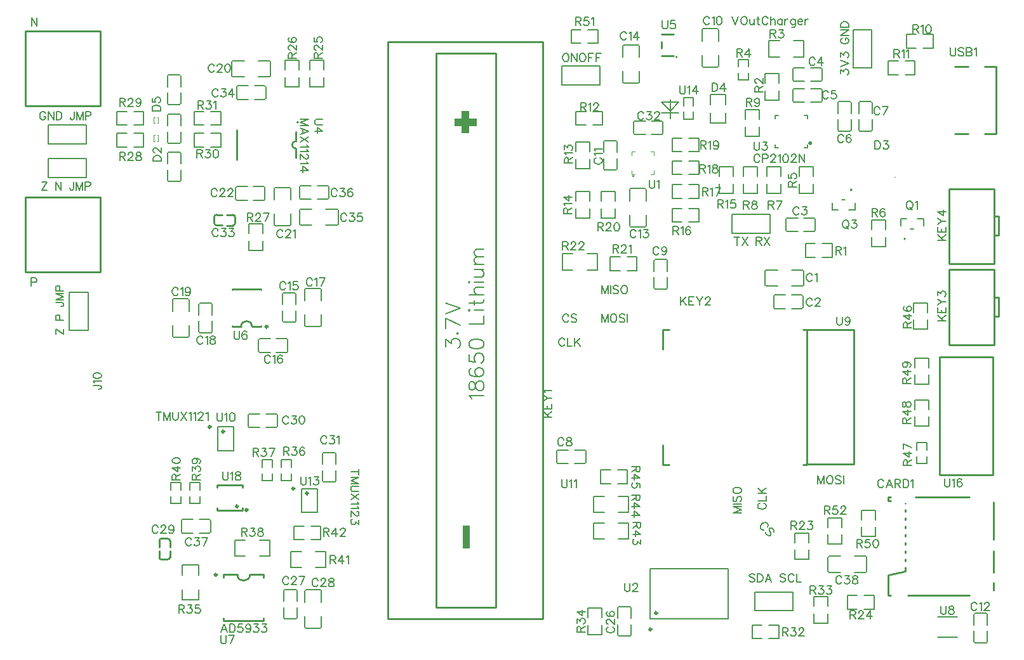
<source format=gto>
G04 Layer: TopSilkscreenLayer*
G04 EasyEDA v6.5.22, 2022-12-05 14:56:37*
G04 05bf86c157214e56ba330cf237c0dbe7,b19d526b7a914c21af0811b40d406c84,10*
G04 Gerber Generator version 0.2*
G04 Scale: 100 percent, Rotated: No, Reflected: No *
G04 Dimensions in millimeters *
G04 leading zeros omitted , absolute positions ,4 integer and 5 decimal *
%FSLAX45Y45*%
%MOMM*%

%ADD10C,0.1524*%
%ADD11C,0.2032*%
%ADD12C,0.2540*%
%ADD13C,0.1000*%
%ADD14C,0.1270*%
%ADD15C,0.1016*%
%ADD16C,0.2000*%
%ADD17C,0.1500*%
%ADD18C,0.1800*%
%ADD19C,0.1999*%
%ADD20C,0.1001*%
%ADD21C,0.3000*%
%ADD22C,0.2500*%
%ADD23C,0.0128*%

%LPD*%
D10*
X3062477Y7150534D02*
G01*
X3057143Y7160948D01*
X3046729Y7171362D01*
X3036570Y7176442D01*
X3015741Y7176442D01*
X3005327Y7171362D01*
X2994913Y7160948D01*
X2989579Y7150534D01*
X2984500Y7135040D01*
X2984500Y7108878D01*
X2989579Y7093384D01*
X2994913Y7082970D01*
X3005327Y7072556D01*
X3015741Y7067476D01*
X3036570Y7067476D01*
X3046729Y7072556D01*
X3057143Y7082970D01*
X3062477Y7093384D01*
X3062477Y7108878D01*
X3036570Y7108878D02*
G01*
X3062477Y7108878D01*
X3096768Y7176442D02*
G01*
X3096768Y7067476D01*
X3096768Y7176442D02*
G01*
X3169411Y7067476D01*
X3169411Y7176442D02*
G01*
X3169411Y7067476D01*
X3203702Y7176442D02*
G01*
X3203702Y7067476D01*
X3203702Y7176442D02*
G01*
X3240024Y7176442D01*
X3255772Y7171362D01*
X3266186Y7160948D01*
X3271265Y7150534D01*
X3276600Y7135040D01*
X3276600Y7108878D01*
X3271265Y7093384D01*
X3266186Y7082970D01*
X3255772Y7072556D01*
X3240024Y7067476D01*
X3203702Y7067476D01*
X3442715Y7176442D02*
G01*
X3442715Y7093384D01*
X3437636Y7077890D01*
X3432302Y7072556D01*
X3421888Y7067476D01*
X3411474Y7067476D01*
X3401059Y7072556D01*
X3395979Y7077890D01*
X3390900Y7093384D01*
X3390900Y7103798D01*
X3477006Y7176442D02*
G01*
X3477006Y7067476D01*
X3477006Y7176442D02*
G01*
X3518661Y7067476D01*
X3560063Y7176442D02*
G01*
X3518661Y7067476D01*
X3560063Y7176442D02*
G01*
X3560063Y7067476D01*
X3594354Y7176442D02*
G01*
X3594354Y7067476D01*
X3594354Y7176442D02*
G01*
X3641090Y7176442D01*
X3656838Y7171362D01*
X3661918Y7166028D01*
X3667252Y7155868D01*
X3667252Y7140120D01*
X3661918Y7129706D01*
X3656838Y7124626D01*
X3641090Y7119292D01*
X3594354Y7119292D01*
X3694546Y3519286D02*
G01*
X3777858Y3519286D01*
X3793352Y3513952D01*
X3798686Y3508872D01*
X3803766Y3498458D01*
X3803766Y3488044D01*
X3798686Y3477630D01*
X3793352Y3472296D01*
X3777858Y3467216D01*
X3767444Y3467216D01*
X3715374Y3553576D02*
G01*
X3710294Y3563736D01*
X3694546Y3579484D01*
X3803766Y3579484D01*
X3694546Y3645016D02*
G01*
X3699880Y3629268D01*
X3715374Y3618854D01*
X3741536Y3613774D01*
X3757030Y3613774D01*
X3782938Y3618854D01*
X3798686Y3629268D01*
X3803766Y3645016D01*
X3803766Y3655176D01*
X3798686Y3670924D01*
X3782938Y3681338D01*
X3757030Y3686418D01*
X3741536Y3686418D01*
X3715374Y3681338D01*
X3699880Y3670924D01*
X3694546Y3655176D01*
X3694546Y3645016D01*
D11*
X8396378Y4033039D02*
G01*
X8396378Y4134639D01*
X8470292Y4079267D01*
X8470292Y4106953D01*
X8479436Y4125241D01*
X8488834Y4134639D01*
X8516520Y4143783D01*
X8534808Y4143783D01*
X8562494Y4134639D01*
X8581036Y4116097D01*
X8590434Y4088411D01*
X8590434Y4060725D01*
X8581036Y4033039D01*
X8571892Y4023641D01*
X8553350Y4014497D01*
X8544206Y4213887D02*
G01*
X8553350Y4204743D01*
X8562494Y4213887D01*
X8553350Y4223285D01*
X8544206Y4213887D01*
X8396378Y4413531D02*
G01*
X8590434Y4321075D01*
X8396378Y4284245D02*
G01*
X8396378Y4413531D01*
X8396378Y4474491D02*
G01*
X8590434Y4548405D01*
X8396378Y4622319D02*
G01*
X8590434Y4548405D01*
X8747300Y3340117D02*
G01*
X8738156Y3358659D01*
X8710216Y3386345D01*
X8904272Y3386345D01*
X8710216Y3493533D02*
G01*
X8719614Y3465593D01*
X8738156Y3456449D01*
X8756444Y3456449D01*
X8774986Y3465593D01*
X8784130Y3484135D01*
X8793528Y3521219D01*
X8802672Y3548905D01*
X8821214Y3567193D01*
X8839756Y3576591D01*
X8867442Y3576591D01*
X8885730Y3567193D01*
X8895128Y3558049D01*
X8904272Y3530363D01*
X8904272Y3493533D01*
X8895128Y3465593D01*
X8885730Y3456449D01*
X8867442Y3447305D01*
X8839756Y3447305D01*
X8821214Y3456449D01*
X8802672Y3474991D01*
X8793528Y3502677D01*
X8784130Y3539507D01*
X8774986Y3558049D01*
X8756444Y3567193D01*
X8738156Y3567193D01*
X8719614Y3558049D01*
X8710216Y3530363D01*
X8710216Y3493533D01*
X8738156Y3748295D02*
G01*
X8719614Y3739151D01*
X8710216Y3711465D01*
X8710216Y3692923D01*
X8719614Y3665237D01*
X8747300Y3646695D01*
X8793528Y3637551D01*
X8839756Y3637551D01*
X8876586Y3646695D01*
X8895128Y3665237D01*
X8904272Y3692923D01*
X8904272Y3702067D01*
X8895128Y3729753D01*
X8876586Y3748295D01*
X8848900Y3757693D01*
X8839756Y3757693D01*
X8811816Y3748295D01*
X8793528Y3729753D01*
X8784130Y3702067D01*
X8784130Y3692923D01*
X8793528Y3665237D01*
X8811816Y3646695D01*
X8839756Y3637551D01*
X8710216Y3929397D02*
G01*
X8710216Y3836941D01*
X8793528Y3827797D01*
X8784130Y3836941D01*
X8774986Y3864627D01*
X8774986Y3892313D01*
X8784130Y3920253D01*
X8802672Y3938541D01*
X8830358Y3947939D01*
X8848900Y3947939D01*
X8876586Y3938541D01*
X8895128Y3920253D01*
X8904272Y3892313D01*
X8904272Y3864627D01*
X8895128Y3836941D01*
X8885730Y3827797D01*
X8867442Y3818653D01*
X8710216Y4064271D02*
G01*
X8719614Y4036585D01*
X8747300Y4018043D01*
X8793528Y4008899D01*
X8821214Y4008899D01*
X8867442Y4018043D01*
X8895128Y4036585D01*
X8904272Y4064271D01*
X8904272Y4082813D01*
X8895128Y4110499D01*
X8867442Y4128787D01*
X8821214Y4138185D01*
X8793528Y4138185D01*
X8747300Y4128787D01*
X8719614Y4110499D01*
X8710216Y4082813D01*
X8710216Y4064271D01*
X8710216Y4341385D02*
G01*
X8904272Y4341385D01*
X8904272Y4341385D02*
G01*
X8904272Y4452129D01*
X8710216Y4513089D02*
G01*
X8719614Y4522233D01*
X8710216Y4531631D01*
X8701072Y4522233D01*
X8710216Y4513089D01*
X8774986Y4522233D02*
G01*
X8904272Y4522233D01*
X8710216Y4620277D02*
G01*
X8867442Y4620277D01*
X8895128Y4629421D01*
X8904272Y4647963D01*
X8904272Y4666505D01*
X8774986Y4592591D02*
G01*
X8774986Y4657107D01*
X8710216Y4727465D02*
G01*
X8904272Y4727465D01*
X8811816Y4727465D02*
G01*
X8784130Y4755151D01*
X8774986Y4773693D01*
X8774986Y4801379D01*
X8784130Y4819667D01*
X8811816Y4829065D01*
X8904272Y4829065D01*
X8710216Y4890025D02*
G01*
X8719614Y4899169D01*
X8710216Y4908313D01*
X8701072Y4899169D01*
X8710216Y4890025D01*
X8774986Y4899169D02*
G01*
X8904272Y4899169D01*
X8774986Y4969273D02*
G01*
X8867442Y4969273D01*
X8895128Y4978671D01*
X8904272Y4997213D01*
X8904272Y5024899D01*
X8895128Y5043187D01*
X8867442Y5070873D01*
X8774986Y5070873D02*
G01*
X8904272Y5070873D01*
X8774986Y5131833D02*
G01*
X8904272Y5131833D01*
X8811816Y5131833D02*
G01*
X8784130Y5159773D01*
X8774986Y5178061D01*
X8774986Y5205747D01*
X8784130Y5224289D01*
X8811816Y5233433D01*
X8904272Y5233433D01*
X8811816Y5233433D02*
G01*
X8784130Y5261373D01*
X8774986Y5279661D01*
X8774986Y5307347D01*
X8784130Y5325889D01*
X8811816Y5335033D01*
X8904272Y5335033D01*
D10*
X3194047Y4273552D02*
G01*
X3303013Y4200908D01*
X3194047Y4200908D02*
G01*
X3194047Y4273552D01*
X3303013Y4200908D02*
G01*
X3303013Y4273552D01*
X3194047Y4387852D02*
G01*
X3303013Y4387852D01*
X3194047Y4387852D02*
G01*
X3194047Y4434588D01*
X3199127Y4450336D01*
X3204461Y4455416D01*
X3214875Y4460750D01*
X3230369Y4460750D01*
X3240783Y4455416D01*
X3245863Y4450336D01*
X3251197Y4434588D01*
X3251197Y4387852D01*
X3194047Y4626866D02*
G01*
X3277105Y4626866D01*
X3292853Y4621786D01*
X3297933Y4616452D01*
X3303013Y4606038D01*
X3303013Y4595878D01*
X3297933Y4585464D01*
X3292853Y4580130D01*
X3277105Y4575050D01*
X3266691Y4575050D01*
X3194047Y4661156D02*
G01*
X3303013Y4661156D01*
X3194047Y4661156D02*
G01*
X3303013Y4702812D01*
X3194047Y4744468D02*
G01*
X3303013Y4702812D01*
X3194047Y4744468D02*
G01*
X3303013Y4744468D01*
X3194047Y4778758D02*
G01*
X3303013Y4778758D01*
X3194047Y4778758D02*
G01*
X3194047Y4825494D01*
X3199127Y4840988D01*
X3204461Y4846068D01*
X3214875Y4851402D01*
X3230369Y4851402D01*
X3240783Y4846068D01*
X3245863Y4840988D01*
X3251197Y4825494D01*
X3251197Y4778758D01*
X3082538Y6236715D02*
G01*
X3009894Y6127750D01*
X3009894Y6236715D02*
G01*
X3082538Y6236715D01*
X3009894Y6127750D02*
G01*
X3082538Y6127750D01*
X3196838Y6236715D02*
G01*
X3196838Y6127750D01*
X3196838Y6236715D02*
G01*
X3269736Y6127750D01*
X3269736Y6236715D02*
G01*
X3269736Y6127750D01*
X3435852Y6236715D02*
G01*
X3435852Y6153657D01*
X3430772Y6137910D01*
X3425438Y6132829D01*
X3415024Y6127750D01*
X3404864Y6127750D01*
X3394450Y6132829D01*
X3389116Y6137910D01*
X3384036Y6153657D01*
X3384036Y6164071D01*
X3470142Y6236715D02*
G01*
X3470142Y6127750D01*
X3470142Y6236715D02*
G01*
X3511798Y6127750D01*
X3553454Y6236715D02*
G01*
X3511798Y6127750D01*
X3553454Y6236715D02*
G01*
X3553454Y6127750D01*
X3587744Y6236715D02*
G01*
X3587744Y6127750D01*
X3587744Y6236715D02*
G01*
X3634480Y6236715D01*
X3649974Y6231636D01*
X3655054Y6226302D01*
X3660388Y6215887D01*
X3660388Y6200394D01*
X3655054Y6189979D01*
X3649974Y6184900D01*
X3634480Y6179565D01*
X3587744Y6179565D01*
X2870200Y4954132D02*
G01*
X2870200Y4845166D01*
X2870200Y4954132D02*
G01*
X2916936Y4954132D01*
X2932429Y4949052D01*
X2937763Y4943718D01*
X2942843Y4933304D01*
X2942843Y4917810D01*
X2937763Y4907396D01*
X2932429Y4902316D01*
X2916936Y4896982D01*
X2870200Y4896982D01*
X2946400Y8317717D02*
G01*
X2946400Y8426683D01*
X2946400Y8317717D02*
G01*
X2873756Y8426683D01*
X2873756Y8317717D02*
G01*
X2873756Y8426683D01*
X10477500Y4471415D02*
G01*
X10477500Y4362450D01*
X10477500Y4471415D02*
G01*
X10519156Y4362450D01*
X10560558Y4471415D02*
G01*
X10519156Y4362450D01*
X10560558Y4471415D02*
G01*
X10560558Y4362450D01*
X10626090Y4471415D02*
G01*
X10615675Y4466336D01*
X10605261Y4455921D01*
X10600181Y4445507D01*
X10594847Y4429760D01*
X10594847Y4403852D01*
X10600181Y4388357D01*
X10605261Y4377944D01*
X10615675Y4367529D01*
X10626090Y4362450D01*
X10646918Y4362450D01*
X10657331Y4367529D01*
X10667745Y4377944D01*
X10672825Y4388357D01*
X10678159Y4403852D01*
X10678159Y4429760D01*
X10672825Y4445507D01*
X10667745Y4455921D01*
X10657331Y4466336D01*
X10646918Y4471415D01*
X10626090Y4471415D01*
X10785093Y4455921D02*
G01*
X10774679Y4466336D01*
X10759186Y4471415D01*
X10738358Y4471415D01*
X10722609Y4466336D01*
X10712450Y4455921D01*
X10712450Y4445507D01*
X10717529Y4435094D01*
X10722609Y4429760D01*
X10733024Y4424679D01*
X10764265Y4414265D01*
X10774679Y4409186D01*
X10779759Y4403852D01*
X10785093Y4393437D01*
X10785093Y4377944D01*
X10774679Y4367529D01*
X10759186Y4362450D01*
X10738358Y4362450D01*
X10722609Y4367529D01*
X10712450Y4377944D01*
X10819384Y4471415D02*
G01*
X10819384Y4362450D01*
X10477500Y4852415D02*
G01*
X10477500Y4743450D01*
X10477500Y4852415D02*
G01*
X10519156Y4743450D01*
X10560558Y4852415D02*
G01*
X10519156Y4743450D01*
X10560558Y4852415D02*
G01*
X10560558Y4743450D01*
X10594847Y4852415D02*
G01*
X10594847Y4743450D01*
X10702036Y4836921D02*
G01*
X10691622Y4847336D01*
X10675874Y4852415D01*
X10655300Y4852415D01*
X10639552Y4847336D01*
X10629138Y4836921D01*
X10629138Y4826507D01*
X10634472Y4816094D01*
X10639552Y4810760D01*
X10649965Y4805679D01*
X10681208Y4795265D01*
X10691622Y4790186D01*
X10696702Y4784852D01*
X10702036Y4774437D01*
X10702036Y4758944D01*
X10691622Y4748529D01*
X10675874Y4743450D01*
X10655300Y4743450D01*
X10639552Y4748529D01*
X10629138Y4758944D01*
X10767313Y4852415D02*
G01*
X10756900Y4847336D01*
X10746740Y4836921D01*
X10741406Y4826507D01*
X10736325Y4810760D01*
X10736325Y4784852D01*
X10741406Y4769357D01*
X10746740Y4758944D01*
X10756900Y4748529D01*
X10767313Y4743450D01*
X10788141Y4743450D01*
X10798556Y4748529D01*
X10808970Y4758944D01*
X10814050Y4769357D01*
X10819384Y4784852D01*
X10819384Y4810760D01*
X10814050Y4826507D01*
X10808970Y4836921D01*
X10798556Y4847336D01*
X10788141Y4852415D01*
X10767313Y4852415D01*
X10034777Y4445507D02*
G01*
X10029443Y4455921D01*
X10019029Y4466336D01*
X10008870Y4471415D01*
X9988041Y4471415D01*
X9977627Y4466336D01*
X9967213Y4455921D01*
X9961879Y4445507D01*
X9956800Y4429760D01*
X9956800Y4403852D01*
X9961879Y4388357D01*
X9967213Y4377944D01*
X9977627Y4367529D01*
X9988041Y4362450D01*
X10008870Y4362450D01*
X10019029Y4367529D01*
X10029443Y4377944D01*
X10034777Y4388357D01*
X10141711Y4455921D02*
G01*
X10131297Y4466336D01*
X10115804Y4471415D01*
X10094975Y4471415D01*
X10079481Y4466336D01*
X10069068Y4455921D01*
X10069068Y4445507D01*
X10074147Y4435094D01*
X10079481Y4429760D01*
X10089895Y4424679D01*
X10120884Y4414265D01*
X10131297Y4409186D01*
X10136631Y4403852D01*
X10141711Y4393437D01*
X10141711Y4377944D01*
X10131297Y4367529D01*
X10115804Y4362450D01*
X10094975Y4362450D01*
X10079481Y4367529D01*
X10069068Y4377944D01*
X9983977Y4128007D02*
G01*
X9978643Y4138421D01*
X9968229Y4148836D01*
X9958070Y4153915D01*
X9937241Y4153915D01*
X9926827Y4148836D01*
X9916413Y4138421D01*
X9911079Y4128007D01*
X9906000Y4112260D01*
X9906000Y4086352D01*
X9911079Y4070857D01*
X9916413Y4060444D01*
X9926827Y4050029D01*
X9937241Y4044950D01*
X9958070Y4044950D01*
X9968229Y4050029D01*
X9978643Y4060444D01*
X9983977Y4070857D01*
X10018268Y4153915D02*
G01*
X10018268Y4044950D01*
X10018268Y4044950D02*
G01*
X10080497Y4044950D01*
X10114788Y4153915D02*
G01*
X10114788Y4044950D01*
X10187686Y4153915D02*
G01*
X10114788Y4081271D01*
X10140950Y4107179D02*
G01*
X10187686Y4044950D01*
X12585191Y1944878D02*
G01*
X12574777Y1939544D01*
X12564363Y1929129D01*
X12559284Y1918970D01*
X12559284Y1898142D01*
X12564363Y1887728D01*
X12574777Y1877313D01*
X12585191Y1871979D01*
X12600940Y1866900D01*
X12626847Y1866900D01*
X12642341Y1871979D01*
X12652756Y1877313D01*
X12663170Y1887728D01*
X12668250Y1898142D01*
X12668250Y1918970D01*
X12663170Y1929129D01*
X12652756Y1939544D01*
X12642341Y1944878D01*
X12559284Y1979168D02*
G01*
X12668250Y1979168D01*
X12668250Y1979168D02*
G01*
X12668250Y2041397D01*
X12559284Y2075687D02*
G01*
X12668250Y2075687D01*
X12559284Y2148586D02*
G01*
X12631927Y2075687D01*
X12606020Y2101850D02*
G01*
X12668250Y2148586D01*
X12691358Y1633682D02*
G01*
X12694950Y1644817D01*
X12694950Y1659547D01*
X12691358Y1670321D01*
X12676631Y1685051D01*
X12665674Y1688820D01*
X12650947Y1688820D01*
X12639812Y1685229D01*
X12625085Y1677685D01*
X12606764Y1659366D01*
X12599403Y1644817D01*
X12595809Y1633682D01*
X12595809Y1618955D01*
X12599583Y1607997D01*
X12614310Y1593270D01*
X12625085Y1589679D01*
X12639814Y1589676D01*
X12650947Y1593270D01*
X12774338Y1565432D02*
G01*
X12774338Y1580159D01*
X12766972Y1594708D01*
X12752245Y1609435D01*
X12737696Y1616798D01*
X12722969Y1616801D01*
X12715605Y1609435D01*
X12711833Y1598477D01*
X12711836Y1590936D01*
X12715605Y1579981D01*
X12730154Y1550705D01*
X12733924Y1539750D01*
X12733926Y1532206D01*
X12730154Y1521249D01*
X12719197Y1510291D01*
X12704470Y1510291D01*
X12689923Y1517657D01*
X12675196Y1532384D01*
X12667830Y1546931D01*
X12667830Y1561660D01*
X12229084Y1816100D02*
G01*
X12338050Y1816100D01*
X12229084Y1816100D02*
G01*
X12338050Y1857755D01*
X12229084Y1899157D02*
G01*
X12338050Y1857755D01*
X12229084Y1899157D02*
G01*
X12338050Y1899157D01*
X12229084Y1933447D02*
G01*
X12338050Y1933447D01*
X12244577Y2040636D02*
G01*
X12234163Y2030221D01*
X12229084Y2014473D01*
X12229084Y1993900D01*
X12234163Y1978152D01*
X12244577Y1967737D01*
X12254991Y1967737D01*
X12265406Y1973071D01*
X12270740Y1978152D01*
X12275820Y1988565D01*
X12286234Y2019807D01*
X12291313Y2030221D01*
X12296647Y2035302D01*
X12307061Y2040636D01*
X12322556Y2040636D01*
X12332970Y2030221D01*
X12338050Y2014473D01*
X12338050Y1993900D01*
X12332970Y1978152D01*
X12322556Y1967737D01*
X12229084Y2105913D02*
G01*
X12234163Y2095500D01*
X12244577Y2085339D01*
X12254991Y2080005D01*
X12270740Y2074926D01*
X12296647Y2074926D01*
X12312141Y2080005D01*
X12322556Y2085339D01*
X12332970Y2095500D01*
X12338050Y2105913D01*
X12338050Y2126742D01*
X12332970Y2137155D01*
X12322556Y2147570D01*
X12312141Y2152650D01*
X12296647Y2157984D01*
X12270740Y2157984D01*
X12254991Y2152650D01*
X12244577Y2147570D01*
X12234163Y2137155D01*
X12229084Y2126742D01*
X12229084Y2105913D01*
X13360400Y2312415D02*
G01*
X13360400Y2203450D01*
X13360400Y2312415D02*
G01*
X13402056Y2203450D01*
X13443458Y2312415D02*
G01*
X13402056Y2203450D01*
X13443458Y2312415D02*
G01*
X13443458Y2203450D01*
X13508990Y2312415D02*
G01*
X13498575Y2307336D01*
X13488161Y2296921D01*
X13483081Y2286507D01*
X13477747Y2270760D01*
X13477747Y2244852D01*
X13483081Y2229357D01*
X13488161Y2218944D01*
X13498575Y2208529D01*
X13508990Y2203450D01*
X13529818Y2203450D01*
X13540231Y2208529D01*
X13550645Y2218944D01*
X13555725Y2229357D01*
X13561059Y2244852D01*
X13561059Y2270760D01*
X13555725Y2286507D01*
X13550645Y2296921D01*
X13540231Y2307336D01*
X13529818Y2312415D01*
X13508990Y2312415D01*
X13667993Y2296921D02*
G01*
X13657579Y2307336D01*
X13642086Y2312415D01*
X13621258Y2312415D01*
X13605509Y2307336D01*
X13595350Y2296921D01*
X13595350Y2286507D01*
X13600429Y2276094D01*
X13605509Y2270760D01*
X13615924Y2265679D01*
X13647166Y2255265D01*
X13657579Y2250186D01*
X13662659Y2244852D01*
X13667993Y2234437D01*
X13667993Y2218944D01*
X13657579Y2208529D01*
X13642086Y2203450D01*
X13621258Y2203450D01*
X13605509Y2208529D01*
X13595350Y2218944D01*
X13702284Y2312415D02*
G01*
X13702284Y2203450D01*
X12217400Y8446515D02*
G01*
X12259056Y8337550D01*
X12300458Y8446515D02*
G01*
X12259056Y8337550D01*
X12365990Y8446515D02*
G01*
X12355575Y8441436D01*
X12345161Y8431021D01*
X12340081Y8420608D01*
X12334747Y8404860D01*
X12334747Y8378952D01*
X12340081Y8363458D01*
X12345161Y8353044D01*
X12355575Y8342629D01*
X12365990Y8337550D01*
X12386818Y8337550D01*
X12397231Y8342629D01*
X12407645Y8353044D01*
X12412725Y8363458D01*
X12418059Y8378952D01*
X12418059Y8404860D01*
X12412725Y8420608D01*
X12407645Y8431021D01*
X12397231Y8441436D01*
X12386818Y8446515D01*
X12365990Y8446515D01*
X12452350Y8410194D02*
G01*
X12452350Y8358123D01*
X12457429Y8342629D01*
X12467843Y8337550D01*
X12483338Y8337550D01*
X12493752Y8342629D01*
X12509500Y8358123D01*
X12509500Y8410194D02*
G01*
X12509500Y8337550D01*
X12559284Y8446515D02*
G01*
X12559284Y8358123D01*
X12564363Y8342629D01*
X12574777Y8337550D01*
X12585191Y8337550D01*
X12543790Y8410194D02*
G01*
X12580111Y8410194D01*
X12697459Y8420608D02*
G01*
X12692379Y8431021D01*
X12681965Y8441436D01*
X12671552Y8446515D01*
X12650724Y8446515D01*
X12640309Y8441436D01*
X12629895Y8431021D01*
X12624815Y8420608D01*
X12619481Y8404860D01*
X12619481Y8378952D01*
X12624815Y8363458D01*
X12629895Y8353044D01*
X12640309Y8342629D01*
X12650724Y8337550D01*
X12671552Y8337550D01*
X12681965Y8342629D01*
X12692379Y8353044D01*
X12697459Y8363458D01*
X12731750Y8446515D02*
G01*
X12731750Y8337550D01*
X12731750Y8389365D02*
G01*
X12747243Y8404860D01*
X12757658Y8410194D01*
X12773406Y8410194D01*
X12783820Y8404860D01*
X12788900Y8389365D01*
X12788900Y8337550D01*
X12885420Y8410194D02*
G01*
X12885420Y8337550D01*
X12885420Y8394700D02*
G01*
X12875259Y8404860D01*
X12864845Y8410194D01*
X12849097Y8410194D01*
X12838684Y8404860D01*
X12828270Y8394700D01*
X12823190Y8378952D01*
X12823190Y8368537D01*
X12828270Y8353044D01*
X12838684Y8342629D01*
X12849097Y8337550D01*
X12864845Y8337550D01*
X12875259Y8342629D01*
X12885420Y8353044D01*
X12919709Y8410194D02*
G01*
X12919709Y8337550D01*
X12919709Y8378952D02*
G01*
X12925043Y8394700D01*
X12935458Y8404860D01*
X12945872Y8410194D01*
X12961365Y8410194D01*
X13058140Y8410194D02*
G01*
X13058140Y8327136D01*
X13052806Y8311387D01*
X13047725Y8306308D01*
X13037311Y8300973D01*
X13021563Y8300973D01*
X13011150Y8306308D01*
X13058140Y8394700D02*
G01*
X13047725Y8404860D01*
X13037311Y8410194D01*
X13021563Y8410194D01*
X13011150Y8404860D01*
X13000990Y8394700D01*
X12995656Y8378952D01*
X12995656Y8368537D01*
X13000990Y8353044D01*
X13011150Y8342629D01*
X13021563Y8337550D01*
X13037311Y8337550D01*
X13047725Y8342629D01*
X13058140Y8353044D01*
X13092429Y8378952D02*
G01*
X13154659Y8378952D01*
X13154659Y8389365D01*
X13149579Y8399779D01*
X13144245Y8404860D01*
X13133831Y8410194D01*
X13118338Y8410194D01*
X13107924Y8404860D01*
X13097509Y8394700D01*
X13092429Y8378952D01*
X13092429Y8368537D01*
X13097509Y8353044D01*
X13107924Y8342629D01*
X13118338Y8337550D01*
X13133831Y8337550D01*
X13144245Y8342629D01*
X13154659Y8353044D01*
X13188950Y8410194D02*
G01*
X13188950Y8337550D01*
X13188950Y8378952D02*
G01*
X13194029Y8394700D01*
X13204443Y8404860D01*
X13214858Y8410194D01*
X13230606Y8410194D01*
X15483077Y597407D02*
G01*
X15477743Y607821D01*
X15467329Y618236D01*
X15457170Y623315D01*
X15436341Y623315D01*
X15425927Y618236D01*
X15415513Y607821D01*
X15410179Y597407D01*
X15405100Y581660D01*
X15405100Y555752D01*
X15410179Y540257D01*
X15415513Y529844D01*
X15425927Y519429D01*
X15436341Y514350D01*
X15457170Y514350D01*
X15467329Y519429D01*
X15477743Y529844D01*
X15483077Y540257D01*
X15517368Y602487D02*
G01*
X15527781Y607821D01*
X15543275Y623315D01*
X15543275Y514350D01*
X15582900Y597407D02*
G01*
X15582900Y602487D01*
X15587979Y612902D01*
X15593059Y618236D01*
X15603474Y623315D01*
X15624302Y623315D01*
X15634716Y618236D01*
X15640050Y612902D01*
X15645129Y602487D01*
X15645129Y592073D01*
X15640050Y581660D01*
X15629636Y566165D01*
X15577566Y514350D01*
X15650209Y514350D01*
X12279122Y5500115D02*
G01*
X12279122Y5391150D01*
X12242800Y5500115D02*
G01*
X12315443Y5500115D01*
X12349734Y5500115D02*
G01*
X12422631Y5391150D01*
X12422631Y5500115D02*
G01*
X12349734Y5391150D01*
X12536931Y5500115D02*
G01*
X12536931Y5391150D01*
X12536931Y5500115D02*
G01*
X12583668Y5500115D01*
X12599161Y5495036D01*
X12604495Y5489702D01*
X12609575Y5479287D01*
X12609575Y5468873D01*
X12604495Y5458460D01*
X12599161Y5453379D01*
X12583668Y5448300D01*
X12536931Y5448300D01*
X12573254Y5448300D02*
G01*
X12609575Y5391150D01*
X12643865Y5500115D02*
G01*
X12716509Y5391150D01*
X12716509Y5500115D02*
G01*
X12643865Y5391150D01*
X12518643Y988821D02*
G01*
X12508229Y999236D01*
X12492736Y1004315D01*
X12471908Y1004315D01*
X12456413Y999236D01*
X12446000Y988821D01*
X12446000Y978407D01*
X12451079Y967994D01*
X12456413Y962660D01*
X12466827Y957579D01*
X12498070Y947165D01*
X12508229Y942086D01*
X12513563Y936752D01*
X12518643Y926337D01*
X12518643Y910844D01*
X12508229Y900429D01*
X12492736Y895350D01*
X12471908Y895350D01*
X12456413Y900429D01*
X12446000Y910844D01*
X12552934Y1004315D02*
G01*
X12552934Y895350D01*
X12552934Y1004315D02*
G01*
X12589509Y1004315D01*
X12605004Y999236D01*
X12615418Y988821D01*
X12620497Y978407D01*
X12625831Y962660D01*
X12625831Y936752D01*
X12620497Y921257D01*
X12615418Y910844D01*
X12605004Y900429D01*
X12589509Y895350D01*
X12552934Y895350D01*
X12701524Y1004315D02*
G01*
X12660122Y895350D01*
X12701524Y1004315D02*
G01*
X12743179Y895350D01*
X12675615Y931671D02*
G01*
X12727686Y931671D01*
X12930124Y988821D02*
G01*
X12919709Y999236D01*
X12904215Y1004315D01*
X12883388Y1004315D01*
X12867893Y999236D01*
X12857479Y988821D01*
X12857479Y978407D01*
X12862559Y967994D01*
X12867893Y962660D01*
X12878308Y957579D01*
X12909550Y947165D01*
X12919709Y942086D01*
X12925043Y936752D01*
X12930124Y926337D01*
X12930124Y910844D01*
X12919709Y900429D01*
X12904215Y895350D01*
X12883388Y895350D01*
X12867893Y900429D01*
X12857479Y910844D01*
X13042391Y978407D02*
G01*
X13037311Y988821D01*
X13026897Y999236D01*
X13016484Y1004315D01*
X12995656Y1004315D01*
X12985241Y999236D01*
X12974827Y988821D01*
X12969747Y978407D01*
X12964413Y962660D01*
X12964413Y936752D01*
X12969747Y921257D01*
X12974827Y910844D01*
X12985241Y900429D01*
X12995656Y895350D01*
X13016484Y895350D01*
X13026897Y900429D01*
X13037311Y910844D01*
X13042391Y921257D01*
X13076681Y1004315D02*
G01*
X13076681Y895350D01*
X13076681Y895350D02*
G01*
X13139166Y895350D01*
X13664184Y7681213D02*
G01*
X13664184Y7738363D01*
X13705840Y7707121D01*
X13705840Y7722870D01*
X13710920Y7733029D01*
X13716000Y7738363D01*
X13731747Y7743444D01*
X13742161Y7743444D01*
X13757656Y7738363D01*
X13768070Y7727950D01*
X13773150Y7712455D01*
X13773150Y7696708D01*
X13768070Y7681213D01*
X13762990Y7675879D01*
X13752575Y7670800D01*
X13664184Y7777734D02*
G01*
X13773150Y7819389D01*
X13664184Y7861045D02*
G01*
X13773150Y7819389D01*
X13664184Y7905750D02*
G01*
X13664184Y7962900D01*
X13705840Y7931658D01*
X13705840Y7947152D01*
X13710920Y7957565D01*
X13716000Y7962900D01*
X13731747Y7967979D01*
X13742161Y7967979D01*
X13757656Y7962900D01*
X13768070Y7952486D01*
X13773150Y7936737D01*
X13773150Y7921244D01*
X13768070Y7905750D01*
X13762990Y7900415D01*
X13752575Y7895336D01*
X13690091Y8160258D02*
G01*
X13679677Y8154923D01*
X13669263Y8144510D01*
X13664184Y8134350D01*
X13664184Y8113521D01*
X13669263Y8103108D01*
X13679677Y8092694D01*
X13690091Y8087360D01*
X13705840Y8082279D01*
X13731747Y8082279D01*
X13747241Y8087360D01*
X13757656Y8092694D01*
X13768070Y8103108D01*
X13773150Y8113521D01*
X13773150Y8134350D01*
X13768070Y8144510D01*
X13757656Y8154923D01*
X13747241Y8160258D01*
X13731747Y8160258D01*
X13731747Y8134350D02*
G01*
X13731747Y8160258D01*
X13664184Y8194547D02*
G01*
X13773150Y8194547D01*
X13664184Y8194547D02*
G01*
X13773150Y8267192D01*
X13664184Y8267192D02*
G01*
X13773150Y8267192D01*
X13664184Y8301481D02*
G01*
X13773150Y8301481D01*
X13664184Y8301481D02*
G01*
X13664184Y8337804D01*
X13669263Y8353552D01*
X13679677Y8363965D01*
X13690091Y8369045D01*
X13705840Y8374379D01*
X13731747Y8374379D01*
X13747241Y8369045D01*
X13757656Y8363965D01*
X13768070Y8353552D01*
X13773150Y8337804D01*
X13773150Y8301481D01*
X5361177Y5588507D02*
G01*
X5355843Y5598921D01*
X5345429Y5609336D01*
X5335270Y5614415D01*
X5314441Y5614415D01*
X5304027Y5609336D01*
X5293613Y5598921D01*
X5288279Y5588507D01*
X5283200Y5572760D01*
X5283200Y5546852D01*
X5288279Y5531357D01*
X5293613Y5520944D01*
X5304027Y5510529D01*
X5314441Y5505450D01*
X5335270Y5505450D01*
X5345429Y5510529D01*
X5355843Y5520944D01*
X5361177Y5531357D01*
X5405881Y5614415D02*
G01*
X5463031Y5614415D01*
X5431790Y5572760D01*
X5447284Y5572760D01*
X5457697Y5567679D01*
X5463031Y5562600D01*
X5468111Y5546852D01*
X5468111Y5536437D01*
X5463031Y5520944D01*
X5452618Y5510529D01*
X5436870Y5505450D01*
X5421375Y5505450D01*
X5405881Y5510529D01*
X5400547Y5515610D01*
X5395468Y5526023D01*
X5512815Y5614415D02*
G01*
X5569965Y5614415D01*
X5538724Y5572760D01*
X5554472Y5572760D01*
X5564886Y5567679D01*
X5569965Y5562600D01*
X5575300Y5546852D01*
X5575300Y5536437D01*
X5569965Y5520944D01*
X5559552Y5510529D01*
X5544058Y5505450D01*
X5528309Y5505450D01*
X5512815Y5510529D01*
X5507736Y5515610D01*
X5502402Y5526023D01*
X4561077Y1626107D02*
G01*
X4555743Y1636521D01*
X4545329Y1646936D01*
X4535170Y1652015D01*
X4514341Y1652015D01*
X4503927Y1646936D01*
X4493513Y1636521D01*
X4488179Y1626107D01*
X4483100Y1610360D01*
X4483100Y1584452D01*
X4488179Y1568957D01*
X4493513Y1558544D01*
X4503927Y1548129D01*
X4514341Y1543050D01*
X4535170Y1543050D01*
X4545329Y1548129D01*
X4555743Y1558544D01*
X4561077Y1568957D01*
X4600447Y1626107D02*
G01*
X4600447Y1631187D01*
X4605781Y1641602D01*
X4610861Y1646936D01*
X4621275Y1652015D01*
X4642104Y1652015D01*
X4652518Y1646936D01*
X4657597Y1641602D01*
X4662931Y1631187D01*
X4662931Y1620773D01*
X4657597Y1610360D01*
X4647184Y1594865D01*
X4595368Y1543050D01*
X4668011Y1543050D01*
X4769865Y1615694D02*
G01*
X4764786Y1600200D01*
X4754372Y1589786D01*
X4738624Y1584452D01*
X4733543Y1584452D01*
X4718050Y1589786D01*
X4707636Y1600200D01*
X4702302Y1615694D01*
X4702302Y1620773D01*
X4707636Y1636521D01*
X4718050Y1646936D01*
X4733543Y1652015D01*
X4738624Y1652015D01*
X4754372Y1646936D01*
X4764786Y1636521D01*
X4769865Y1615694D01*
X4769865Y1589786D01*
X4764786Y1563623D01*
X4754372Y1548129D01*
X4738624Y1543050D01*
X4728209Y1543050D01*
X4712715Y1548129D01*
X4707636Y1558544D01*
X4494784Y6515100D02*
G01*
X4603750Y6515100D01*
X4494784Y6515100D02*
G01*
X4494784Y6551421D01*
X4499863Y6567170D01*
X4510277Y6577329D01*
X4520691Y6582663D01*
X4536440Y6587744D01*
X4562347Y6587744D01*
X4577841Y6582663D01*
X4588256Y6577329D01*
X4598670Y6567170D01*
X4603750Y6551421D01*
X4603750Y6515100D01*
X4520691Y6627368D02*
G01*
X4515611Y6627368D01*
X4505197Y6632447D01*
X4499863Y6637781D01*
X4494784Y6648195D01*
X4494784Y6668770D01*
X4499863Y6679184D01*
X4505197Y6684518D01*
X4515611Y6689597D01*
X4526025Y6689597D01*
X4536440Y6684518D01*
X4551934Y6674104D01*
X4603750Y6622034D01*
X4603750Y6694931D01*
X4482084Y7188200D02*
G01*
X4591050Y7188200D01*
X4482084Y7188200D02*
G01*
X4482084Y7224521D01*
X4487163Y7240270D01*
X4497577Y7250429D01*
X4507991Y7255763D01*
X4523740Y7260844D01*
X4549647Y7260844D01*
X4565141Y7255763D01*
X4575556Y7250429D01*
X4585970Y7240270D01*
X4591050Y7224521D01*
X4591050Y7188200D01*
X4482084Y7357618D02*
G01*
X4482084Y7305547D01*
X4528820Y7300468D01*
X4523740Y7305547D01*
X4518406Y7321295D01*
X4518406Y7336789D01*
X4523740Y7352284D01*
X4533900Y7362697D01*
X4549647Y7368031D01*
X4560061Y7368031D01*
X4575556Y7362697D01*
X4585970Y7352284D01*
X4591050Y7336789D01*
X4591050Y7321295D01*
X4585970Y7305547D01*
X4580890Y7300468D01*
X4570475Y7295134D01*
X9701784Y3098807D02*
G01*
X9810750Y3098807D01*
X9701784Y3171451D02*
G01*
X9774427Y3098807D01*
X9748520Y3124715D02*
G01*
X9810750Y3171451D01*
X9701784Y3205741D02*
G01*
X9810750Y3205741D01*
X9701784Y3205741D02*
G01*
X9701784Y3273305D01*
X9753600Y3205741D02*
G01*
X9753600Y3247397D01*
X9810750Y3205741D02*
G01*
X9810750Y3273305D01*
X9701784Y3307595D02*
G01*
X9753600Y3349251D01*
X9810750Y3349251D01*
X9701784Y3390907D02*
G01*
X9753600Y3349251D01*
X9722611Y3425197D02*
G01*
X9717277Y3435357D01*
X9701784Y3451105D01*
X9810750Y3451105D01*
X11531607Y4700015D02*
G01*
X11531607Y4591050D01*
X11604251Y4700015D02*
G01*
X11531607Y4627371D01*
X11557515Y4653279D02*
G01*
X11604251Y4591050D01*
X11638541Y4700015D02*
G01*
X11638541Y4591050D01*
X11638541Y4700015D02*
G01*
X11706105Y4700015D01*
X11638541Y4648200D02*
G01*
X11680197Y4648200D01*
X11638541Y4591050D02*
G01*
X11706105Y4591050D01*
X11740395Y4700015D02*
G01*
X11782051Y4648200D01*
X11782051Y4591050D01*
X11823707Y4700015D02*
G01*
X11782051Y4648200D01*
X11863077Y4674107D02*
G01*
X11863077Y4679187D01*
X11868157Y4689602D01*
X11873491Y4694936D01*
X11883905Y4700015D01*
X11904733Y4700015D01*
X11915147Y4694936D01*
X11920227Y4689602D01*
X11925307Y4679187D01*
X11925307Y4668773D01*
X11920227Y4658360D01*
X11909813Y4642865D01*
X11857997Y4591050D01*
X11930641Y4591050D01*
X14572736Y5982715D02*
G01*
X14562322Y5977636D01*
X14551908Y5967221D01*
X14546574Y5956807D01*
X14541494Y5941060D01*
X14541494Y5915152D01*
X14546574Y5899657D01*
X14551908Y5889244D01*
X14562322Y5878829D01*
X14572736Y5873750D01*
X14593564Y5873750D01*
X14603724Y5878829D01*
X14614138Y5889244D01*
X14619472Y5899657D01*
X14624552Y5915152D01*
X14624552Y5941060D01*
X14619472Y5956807D01*
X14614138Y5967221D01*
X14603724Y5977636D01*
X14593564Y5982715D01*
X14572736Y5982715D01*
X14588230Y5894323D02*
G01*
X14619472Y5863336D01*
X14658842Y5961887D02*
G01*
X14669256Y5967221D01*
X14685004Y5982715D01*
X14685004Y5873750D01*
X13721836Y5728715D02*
G01*
X13711422Y5723636D01*
X13701008Y5713221D01*
X13695674Y5702807D01*
X13690594Y5687060D01*
X13690594Y5661152D01*
X13695674Y5645657D01*
X13701008Y5635244D01*
X13711422Y5624829D01*
X13721836Y5619750D01*
X13742664Y5619750D01*
X13752824Y5624829D01*
X13763238Y5635244D01*
X13768572Y5645657D01*
X13773652Y5661152D01*
X13773652Y5687060D01*
X13768572Y5702807D01*
X13763238Y5713221D01*
X13752824Y5723636D01*
X13742664Y5728715D01*
X13721836Y5728715D01*
X13737330Y5640323D02*
G01*
X13768572Y5609336D01*
X13818356Y5728715D02*
G01*
X13875506Y5728715D01*
X13844264Y5687060D01*
X13860012Y5687060D01*
X13870426Y5681979D01*
X13875506Y5676900D01*
X13880840Y5661152D01*
X13880840Y5650737D01*
X13875506Y5635244D01*
X13865092Y5624829D01*
X13849598Y5619750D01*
X13834104Y5619750D01*
X13818356Y5624829D01*
X13813276Y5629910D01*
X13807942Y5640323D01*
X12280902Y8014715D02*
G01*
X12280902Y7905750D01*
X12280902Y8014715D02*
G01*
X12327638Y8014715D01*
X12343132Y8009636D01*
X12348466Y8004302D01*
X12353546Y7993887D01*
X12353546Y7983473D01*
X12348466Y7973060D01*
X12343132Y7967979D01*
X12327638Y7962900D01*
X12280902Y7962900D01*
X12317224Y7962900D02*
G01*
X12353546Y7905750D01*
X12439906Y8014715D02*
G01*
X12387836Y7942071D01*
X12465814Y7942071D01*
X12439906Y8014715D02*
G01*
X12439906Y7905750D01*
X5015484Y2260600D02*
G01*
X5124450Y2260600D01*
X5015484Y2260600D02*
G01*
X5015484Y2307336D01*
X5020563Y2322829D01*
X5025897Y2328163D01*
X5036311Y2333244D01*
X5046725Y2333244D01*
X5057140Y2328163D01*
X5062220Y2322829D01*
X5067300Y2307336D01*
X5067300Y2260600D01*
X5067300Y2296921D02*
G01*
X5124450Y2333244D01*
X5015484Y2377947D02*
G01*
X5015484Y2435097D01*
X5057140Y2404110D01*
X5057140Y2419604D01*
X5062220Y2430018D01*
X5067300Y2435097D01*
X5083047Y2440431D01*
X5093461Y2440431D01*
X5108956Y2435097D01*
X5119370Y2424684D01*
X5124450Y2409189D01*
X5124450Y2393695D01*
X5119370Y2377947D01*
X5114290Y2372868D01*
X5103875Y2367534D01*
X5051806Y2542286D02*
G01*
X5067300Y2536952D01*
X5077713Y2526537D01*
X5083047Y2511044D01*
X5083047Y2505710D01*
X5077713Y2490215D01*
X5067300Y2479802D01*
X5051806Y2474721D01*
X5046725Y2474721D01*
X5030977Y2479802D01*
X5020563Y2490215D01*
X5015484Y2505710D01*
X5015484Y2511044D01*
X5020563Y2526537D01*
X5030977Y2536952D01*
X5051806Y2542286D01*
X5077713Y2542286D01*
X5103875Y2536952D01*
X5119370Y2526537D01*
X5124450Y2511044D01*
X5124450Y2500629D01*
X5119370Y2485136D01*
X5108956Y2479802D01*
X4748784Y2260600D02*
G01*
X4857750Y2260600D01*
X4748784Y2260600D02*
G01*
X4748784Y2307336D01*
X4753863Y2322829D01*
X4759197Y2328163D01*
X4769611Y2333244D01*
X4780025Y2333244D01*
X4790440Y2328163D01*
X4795520Y2322829D01*
X4800600Y2307336D01*
X4800600Y2260600D01*
X4800600Y2296921D02*
G01*
X4857750Y2333244D01*
X4748784Y2419604D02*
G01*
X4821427Y2367534D01*
X4821427Y2445512D01*
X4748784Y2419604D02*
G01*
X4857750Y2419604D01*
X4748784Y2511044D02*
G01*
X4753863Y2495550D01*
X4769611Y2485136D01*
X4795520Y2479802D01*
X4811013Y2479802D01*
X4837175Y2485136D01*
X4852670Y2495550D01*
X4857750Y2511044D01*
X4857750Y2521457D01*
X4852670Y2536952D01*
X4837175Y2547365D01*
X4811013Y2552700D01*
X4795520Y2552700D01*
X4769611Y2547365D01*
X4753863Y2536952D01*
X4748784Y2521457D01*
X4748784Y2511044D01*
X14502384Y2451100D02*
G01*
X14611350Y2451100D01*
X14502384Y2451100D02*
G01*
X14502384Y2497836D01*
X14507463Y2513329D01*
X14512797Y2518663D01*
X14523211Y2523744D01*
X14533625Y2523744D01*
X14544040Y2518663D01*
X14549120Y2513329D01*
X14554200Y2497836D01*
X14554200Y2451100D01*
X14554200Y2487421D02*
G01*
X14611350Y2523744D01*
X14502384Y2610104D02*
G01*
X14575027Y2558034D01*
X14575027Y2636012D01*
X14502384Y2610104D02*
G01*
X14611350Y2610104D01*
X14502384Y2743200D02*
G01*
X14611350Y2691129D01*
X14502384Y2670302D02*
G01*
X14502384Y2743200D01*
X14998700Y572515D02*
G01*
X14998700Y494537D01*
X15003779Y479044D01*
X15014193Y468629D01*
X15029941Y463550D01*
X15040356Y463550D01*
X15055850Y468629D01*
X15066263Y479044D01*
X15071343Y494537D01*
X15071343Y572515D01*
X15131795Y572515D02*
G01*
X15116047Y567436D01*
X15110968Y557021D01*
X15110968Y546607D01*
X15116047Y536194D01*
X15126461Y530860D01*
X15147290Y525779D01*
X15162784Y520700D01*
X15173197Y510286D01*
X15178531Y499871D01*
X15178531Y484123D01*
X15173197Y473710D01*
X15168118Y468629D01*
X15152370Y463550D01*
X15131795Y463550D01*
X15116047Y468629D01*
X15110968Y473710D01*
X15105634Y484123D01*
X15105634Y499871D01*
X15110968Y510286D01*
X15121381Y520700D01*
X15136875Y525779D01*
X15157704Y530860D01*
X15168118Y536194D01*
X15173197Y546607D01*
X15173197Y557021D01*
X15168118Y567436D01*
X15152370Y572515D01*
X15131795Y572515D01*
X9944092Y2261615D02*
G01*
X9944092Y2183637D01*
X9949172Y2168144D01*
X9959586Y2157729D01*
X9975334Y2152650D01*
X9985748Y2152650D01*
X10001242Y2157729D01*
X10011656Y2168144D01*
X10016736Y2183637D01*
X10016736Y2261615D01*
X10051026Y2240787D02*
G01*
X10061440Y2246121D01*
X10077188Y2261615D01*
X10077188Y2152650D01*
X10111478Y2240787D02*
G01*
X10121892Y2246121D01*
X10137386Y2261615D01*
X10137386Y2152650D01*
X15049500Y2274315D02*
G01*
X15049500Y2196337D01*
X15054579Y2180844D01*
X15064993Y2170429D01*
X15080741Y2165350D01*
X15091156Y2165350D01*
X15106650Y2170429D01*
X15117063Y2180844D01*
X15122143Y2196337D01*
X15122143Y2274315D01*
X15156434Y2253487D02*
G01*
X15166847Y2258821D01*
X15182595Y2274315D01*
X15182595Y2165350D01*
X15279116Y2258821D02*
G01*
X15274036Y2269236D01*
X15258288Y2274315D01*
X15247874Y2274315D01*
X15232379Y2269236D01*
X15221966Y2253487D01*
X15216886Y2227579D01*
X15216886Y2201671D01*
X15221966Y2180844D01*
X15232379Y2170429D01*
X15247874Y2165350D01*
X15253208Y2165350D01*
X15268702Y2170429D01*
X15279116Y2180844D01*
X15284450Y2196337D01*
X15284450Y2201671D01*
X15279116Y2217165D01*
X15268702Y2227579D01*
X15253208Y2232660D01*
X15247874Y2232660D01*
X15232379Y2227579D01*
X15221966Y2217165D01*
X15216886Y2201671D01*
X15125700Y8027415D02*
G01*
X15125700Y7949437D01*
X15130779Y7933944D01*
X15141193Y7923529D01*
X15156941Y7918450D01*
X15167356Y7918450D01*
X15182850Y7923529D01*
X15193263Y7933944D01*
X15198343Y7949437D01*
X15198343Y8027415D01*
X15305531Y8011921D02*
G01*
X15295118Y8022336D01*
X15279370Y8027415D01*
X15258795Y8027415D01*
X15243047Y8022336D01*
X15232634Y8011921D01*
X15232634Y8001508D01*
X15237968Y7991094D01*
X15243047Y7985760D01*
X15253461Y7980679D01*
X15284704Y7970265D01*
X15295118Y7965186D01*
X15300197Y7959852D01*
X15305531Y7949437D01*
X15305531Y7933944D01*
X15295118Y7923529D01*
X15279370Y7918450D01*
X15258795Y7918450D01*
X15243047Y7923529D01*
X15232634Y7933944D01*
X15339822Y8027415D02*
G01*
X15339822Y7918450D01*
X15339822Y8027415D02*
G01*
X15386558Y8027415D01*
X15402052Y8022336D01*
X15407386Y8017002D01*
X15412466Y8006587D01*
X15412466Y7996173D01*
X15407386Y7985760D01*
X15402052Y7980679D01*
X15386558Y7975600D01*
X15339822Y7975600D02*
G01*
X15386558Y7975600D01*
X15402052Y7970265D01*
X15407386Y7965186D01*
X15412466Y7954771D01*
X15412466Y7939023D01*
X15407386Y7928610D01*
X15402052Y7923529D01*
X15386558Y7918450D01*
X15339822Y7918450D01*
X15446756Y8006587D02*
G01*
X15457170Y8011921D01*
X15472663Y8027415D01*
X15472663Y7918450D01*
X10782300Y877315D02*
G01*
X10782300Y799337D01*
X10787379Y783844D01*
X10797793Y773429D01*
X10813541Y768350D01*
X10823956Y768350D01*
X10839450Y773429D01*
X10849863Y783844D01*
X10854943Y799337D01*
X10854943Y877315D01*
X10894568Y851407D02*
G01*
X10894568Y856487D01*
X10899647Y866902D01*
X10904981Y872236D01*
X10915395Y877315D01*
X10935970Y877315D01*
X10946384Y872236D01*
X10951718Y866902D01*
X10956797Y856487D01*
X10956797Y846073D01*
X10951718Y835660D01*
X10941304Y820165D01*
X10889234Y768350D01*
X10962131Y768350D01*
X14238361Y2235779D02*
G01*
X14233281Y2245939D01*
X14222867Y2256353D01*
X14212453Y2261687D01*
X14191625Y2261687D01*
X14181211Y2256353D01*
X14170797Y2245939D01*
X14165717Y2235779D01*
X14160383Y2220031D01*
X14160383Y2194123D01*
X14165717Y2178629D01*
X14170797Y2168215D01*
X14181211Y2157801D01*
X14191625Y2152467D01*
X14212453Y2152467D01*
X14222867Y2157801D01*
X14233281Y2168215D01*
X14238361Y2178629D01*
X14314307Y2261687D02*
G01*
X14272651Y2152467D01*
X14314307Y2261687D02*
G01*
X14355963Y2152467D01*
X14288399Y2188789D02*
G01*
X14340215Y2188789D01*
X14390253Y2261687D02*
G01*
X14390253Y2152467D01*
X14390253Y2261687D02*
G01*
X14436989Y2261687D01*
X14452483Y2256353D01*
X14457563Y2251273D01*
X14462897Y2240859D01*
X14462897Y2230445D01*
X14457563Y2220031D01*
X14452483Y2214951D01*
X14436989Y2209617D01*
X14390253Y2209617D01*
X14426575Y2209617D02*
G01*
X14462897Y2152467D01*
X14497187Y2261687D02*
G01*
X14497187Y2152467D01*
X14497187Y2261687D02*
G01*
X14533509Y2261687D01*
X14549003Y2256353D01*
X14559417Y2245939D01*
X14564751Y2235779D01*
X14569831Y2220031D01*
X14569831Y2194123D01*
X14564751Y2178629D01*
X14559417Y2168215D01*
X14549003Y2157801D01*
X14533509Y2152467D01*
X14497187Y2152467D01*
X14604121Y2240859D02*
G01*
X14614535Y2245939D01*
X14630283Y2261687D01*
X14630283Y2152467D01*
X14122400Y6782815D02*
G01*
X14122400Y6673850D01*
X14122400Y6782815D02*
G01*
X14158722Y6782815D01*
X14174470Y6777736D01*
X14184629Y6767321D01*
X14189963Y6756908D01*
X14195043Y6741160D01*
X14195043Y6715252D01*
X14189963Y6699758D01*
X14184629Y6689344D01*
X14174470Y6678929D01*
X14158722Y6673850D01*
X14122400Y6673850D01*
X14239747Y6782815D02*
G01*
X14296897Y6782815D01*
X14265909Y6741160D01*
X14281404Y6741160D01*
X14291818Y6736079D01*
X14296897Y6731000D01*
X14302231Y6715252D01*
X14302231Y6704837D01*
X14296897Y6689344D01*
X14286484Y6678929D01*
X14270990Y6673850D01*
X14255495Y6673850D01*
X14239747Y6678929D01*
X14234668Y6684010D01*
X14229334Y6694423D01*
X6566910Y7073900D02*
G01*
X6457944Y7073900D01*
X6566910Y7073900D02*
G01*
X6457944Y7032244D01*
X6566910Y6990842D02*
G01*
X6457944Y7032244D01*
X6566910Y6990842D02*
G01*
X6457944Y6990842D01*
X6566910Y6914895D02*
G01*
X6457944Y6956552D01*
X6566910Y6914895D02*
G01*
X6457944Y6873239D01*
X6494266Y6940804D02*
G01*
X6494266Y6888987D01*
X6566910Y6838950D02*
G01*
X6457944Y6766305D01*
X6566910Y6766305D02*
G01*
X6457944Y6838950D01*
X6546082Y6732015D02*
G01*
X6551416Y6721602D01*
X6566910Y6706108D01*
X6457944Y6706108D01*
X6546082Y6671818D02*
G01*
X6551416Y6661404D01*
X6566910Y6645910D01*
X6457944Y6645910D01*
X6541002Y6606286D02*
G01*
X6546082Y6606286D01*
X6556496Y6601205D01*
X6561830Y6595871D01*
X6566910Y6585458D01*
X6566910Y6564629D01*
X6561830Y6554470D01*
X6556496Y6549136D01*
X6546082Y6544055D01*
X6535668Y6544055D01*
X6525254Y6549136D01*
X6509760Y6559550D01*
X6457944Y6611620D01*
X6457944Y6538721D01*
X6546082Y6504431D02*
G01*
X6551416Y6494018D01*
X6566910Y6478523D01*
X6457944Y6478523D01*
X6566910Y6392163D02*
G01*
X6494266Y6444234D01*
X6494266Y6366255D01*
X6566910Y6392163D02*
G01*
X6457944Y6392163D01*
X6757415Y7073900D02*
G01*
X6679438Y7073900D01*
X6663943Y7068820D01*
X6653529Y7058405D01*
X6648450Y7042658D01*
X6648450Y7032244D01*
X6653529Y7016750D01*
X6663943Y7006336D01*
X6679438Y7001255D01*
X6757415Y7001255D01*
X6757415Y6914895D02*
G01*
X6684772Y6966965D01*
X6684772Y6888987D01*
X6757415Y6914895D02*
G01*
X6648450Y6914895D01*
X5439156Y331215D02*
G01*
X5397500Y222250D01*
X5439156Y331215D02*
G01*
X5480558Y222250D01*
X5412993Y258571D02*
G01*
X5465063Y258571D01*
X5514847Y331215D02*
G01*
X5514847Y222250D01*
X5514847Y331215D02*
G01*
X5551170Y331215D01*
X5566918Y326136D01*
X5577331Y315721D01*
X5582411Y305307D01*
X5587745Y289560D01*
X5587745Y263652D01*
X5582411Y248157D01*
X5577331Y237744D01*
X5566918Y227329D01*
X5551170Y222250D01*
X5514847Y222250D01*
X5684265Y331215D02*
G01*
X5632450Y331215D01*
X5627115Y284479D01*
X5632450Y289560D01*
X5647943Y294894D01*
X5663438Y294894D01*
X5679186Y289560D01*
X5689600Y279400D01*
X5694679Y263652D01*
X5694679Y253237D01*
X5689600Y237744D01*
X5679186Y227329D01*
X5663438Y222250D01*
X5647943Y222250D01*
X5632450Y227329D01*
X5627115Y232410D01*
X5622036Y242823D01*
X5796534Y294894D02*
G01*
X5791200Y279400D01*
X5781040Y268986D01*
X5765291Y263652D01*
X5760211Y263652D01*
X5744463Y268986D01*
X5734050Y279400D01*
X5728970Y294894D01*
X5728970Y299973D01*
X5734050Y315721D01*
X5744463Y326136D01*
X5760211Y331215D01*
X5765291Y331215D01*
X5781040Y326136D01*
X5791200Y315721D01*
X5796534Y294894D01*
X5796534Y268986D01*
X5791200Y242823D01*
X5781040Y227329D01*
X5765291Y222250D01*
X5754877Y222250D01*
X5739384Y227329D01*
X5734050Y237744D01*
X5841238Y331215D02*
G01*
X5898388Y331215D01*
X5867145Y289560D01*
X5882640Y289560D01*
X5893054Y284479D01*
X5898388Y279400D01*
X5903468Y263652D01*
X5903468Y253237D01*
X5898388Y237744D01*
X5887974Y227329D01*
X5872479Y222250D01*
X5856731Y222250D01*
X5841238Y227329D01*
X5835904Y232410D01*
X5830824Y242823D01*
X5948172Y331215D02*
G01*
X6005322Y331215D01*
X5974079Y289560D01*
X5989827Y289560D01*
X6000241Y284479D01*
X6005322Y279400D01*
X6010656Y263652D01*
X6010656Y253237D01*
X6005322Y237744D01*
X5994908Y227329D01*
X5979413Y222250D01*
X5963920Y222250D01*
X5948172Y227329D01*
X5943091Y232410D01*
X5937758Y242823D01*
X5397500Y178815D02*
G01*
X5397500Y100837D01*
X5402579Y85344D01*
X5412993Y74929D01*
X5428741Y69850D01*
X5439156Y69850D01*
X5454650Y74929D01*
X5465063Y85344D01*
X5470143Y100837D01*
X5470143Y178815D01*
X5577331Y178815D02*
G01*
X5525261Y69850D01*
X5504434Y178815D02*
G01*
X5577331Y178815D01*
X4570222Y3163315D02*
G01*
X4570222Y3054350D01*
X4533900Y3163315D02*
G01*
X4606543Y3163315D01*
X4640834Y3163315D02*
G01*
X4640834Y3054350D01*
X4640834Y3163315D02*
G01*
X4682490Y3054350D01*
X4724145Y3163315D02*
G01*
X4682490Y3054350D01*
X4724145Y3163315D02*
G01*
X4724145Y3054350D01*
X4758436Y3163315D02*
G01*
X4758436Y3085337D01*
X4763515Y3069844D01*
X4773929Y3059429D01*
X4789424Y3054350D01*
X4799838Y3054350D01*
X4815586Y3059429D01*
X4826000Y3069844D01*
X4831079Y3085337D01*
X4831079Y3163315D01*
X4865370Y3163315D02*
G01*
X4938013Y3054350D01*
X4938013Y3163315D02*
G01*
X4865370Y3054350D01*
X4972304Y3142487D02*
G01*
X4982718Y3147821D01*
X4998465Y3163315D01*
X4998465Y3054350D01*
X5032756Y3142487D02*
G01*
X5043170Y3147821D01*
X5058663Y3163315D01*
X5058663Y3054350D01*
X5098034Y3137407D02*
G01*
X5098034Y3142487D01*
X5103368Y3152902D01*
X5108447Y3158236D01*
X5118861Y3163315D01*
X5139690Y3163315D01*
X5150104Y3158236D01*
X5155184Y3152902D01*
X5160518Y3142487D01*
X5160518Y3132073D01*
X5155184Y3121660D01*
X5144770Y3106165D01*
X5092954Y3054350D01*
X5165597Y3054350D01*
X5199888Y3142487D02*
G01*
X5210302Y3147821D01*
X5226050Y3163315D01*
X5226050Y3054350D01*
X5346700Y3150615D02*
G01*
X5346700Y3072637D01*
X5351779Y3057144D01*
X5362193Y3046729D01*
X5377941Y3041650D01*
X5388356Y3041650D01*
X5403850Y3046729D01*
X5414263Y3057144D01*
X5419343Y3072637D01*
X5419343Y3150615D01*
X5453634Y3129787D02*
G01*
X5464047Y3135121D01*
X5479795Y3150615D01*
X5479795Y3041650D01*
X5545074Y3150615D02*
G01*
X5529579Y3145536D01*
X5519165Y3129787D01*
X5514086Y3103879D01*
X5514086Y3088386D01*
X5519165Y3062223D01*
X5529579Y3046729D01*
X5545074Y3041650D01*
X5555488Y3041650D01*
X5571236Y3046729D01*
X5581650Y3062223D01*
X5586729Y3088386D01*
X5586729Y3103879D01*
X5581650Y3129787D01*
X5571236Y3145536D01*
X5555488Y3150615D01*
X5545074Y3150615D01*
X7240015Y2363978D02*
G01*
X7131050Y2363978D01*
X7240015Y2400300D02*
G01*
X7240015Y2327655D01*
X7240015Y2293365D02*
G01*
X7131050Y2293365D01*
X7240015Y2293365D02*
G01*
X7131050Y2251710D01*
X7240015Y2210054D02*
G01*
X7131050Y2251710D01*
X7240015Y2210054D02*
G01*
X7131050Y2210054D01*
X7240015Y2175763D02*
G01*
X7162038Y2175763D01*
X7146543Y2170684D01*
X7136129Y2160270D01*
X7131050Y2144776D01*
X7131050Y2134362D01*
X7136129Y2118613D01*
X7146543Y2108200D01*
X7162038Y2103120D01*
X7240015Y2103120D01*
X7240015Y2068829D02*
G01*
X7131050Y1996186D01*
X7240015Y1996186D02*
G01*
X7131050Y2068829D01*
X7219188Y1961895D02*
G01*
X7224522Y1951481D01*
X7240015Y1935734D01*
X7131050Y1935734D01*
X7219188Y1901444D02*
G01*
X7224522Y1891029D01*
X7240015Y1875536D01*
X7131050Y1875536D01*
X7214108Y1836165D02*
G01*
X7219188Y1836165D01*
X7229602Y1830831D01*
X7234936Y1825752D01*
X7240015Y1815337D01*
X7240015Y1794510D01*
X7234936Y1784095D01*
X7229602Y1779015D01*
X7219188Y1773681D01*
X7208774Y1773681D01*
X7198359Y1779015D01*
X7182865Y1789429D01*
X7131050Y1841245D01*
X7131050Y1768602D01*
X7240015Y1723897D02*
G01*
X7240015Y1666747D01*
X7198359Y1697989D01*
X7198359Y1682242D01*
X7193279Y1671828D01*
X7188200Y1666747D01*
X7172452Y1661413D01*
X7162038Y1661413D01*
X7146543Y1666747D01*
X7136129Y1677162D01*
X7131050Y1692655D01*
X7131050Y1708150D01*
X7136129Y1723897D01*
X7141209Y1728978D01*
X7151624Y1734312D01*
X6464300Y2299715D02*
G01*
X6464300Y2221737D01*
X6469379Y2206244D01*
X6479793Y2195829D01*
X6495541Y2190750D01*
X6505956Y2190750D01*
X6521450Y2195829D01*
X6531863Y2206244D01*
X6536943Y2221737D01*
X6536943Y2299715D01*
X6571234Y2278887D02*
G01*
X6581647Y2284221D01*
X6597395Y2299715D01*
X6597395Y2190750D01*
X6642100Y2299715D02*
G01*
X6699250Y2299715D01*
X6668008Y2258060D01*
X6683502Y2258060D01*
X6693915Y2252979D01*
X6699250Y2247900D01*
X6704329Y2232152D01*
X6704329Y2221737D01*
X6699250Y2206244D01*
X6688836Y2195829D01*
X6673088Y2190750D01*
X6657593Y2190750D01*
X6642100Y2195829D01*
X6636765Y2200910D01*
X6631686Y2211323D01*
X11112436Y6262179D02*
G01*
X11112436Y6184201D01*
X11117770Y6168707D01*
X11128184Y6158293D01*
X11143678Y6152959D01*
X11154092Y6152959D01*
X11169586Y6158293D01*
X11180000Y6168707D01*
X11185334Y6184201D01*
X11185334Y6262179D01*
X11219624Y6241351D02*
G01*
X11230038Y6246431D01*
X11245532Y6262179D01*
X11245532Y6152959D01*
X12587477Y6579108D02*
G01*
X12582143Y6589521D01*
X12571729Y6599936D01*
X12561570Y6605015D01*
X12540741Y6605015D01*
X12530327Y6599936D01*
X12519913Y6589521D01*
X12514579Y6579108D01*
X12509500Y6563360D01*
X12509500Y6537452D01*
X12514579Y6521957D01*
X12519913Y6511544D01*
X12530327Y6501129D01*
X12540741Y6496050D01*
X12561570Y6496050D01*
X12571729Y6501129D01*
X12582143Y6511544D01*
X12587477Y6521957D01*
X12621768Y6605015D02*
G01*
X12621768Y6496050D01*
X12621768Y6605015D02*
G01*
X12668504Y6605015D01*
X12683997Y6599936D01*
X12689331Y6594602D01*
X12694411Y6584187D01*
X12694411Y6568694D01*
X12689331Y6558279D01*
X12683997Y6553200D01*
X12668504Y6547865D01*
X12621768Y6547865D01*
X12734036Y6579108D02*
G01*
X12734036Y6584187D01*
X12739115Y6594602D01*
X12744450Y6599936D01*
X12754609Y6605015D01*
X12775438Y6605015D01*
X12785852Y6599936D01*
X12791186Y6594602D01*
X12796265Y6584187D01*
X12796265Y6573773D01*
X12791186Y6563360D01*
X12780772Y6547865D01*
X12728702Y6496050D01*
X12801600Y6496050D01*
X12835890Y6584187D02*
G01*
X12846050Y6589521D01*
X12861797Y6605015D01*
X12861797Y6496050D01*
X12927329Y6605015D02*
G01*
X12911581Y6599936D01*
X12901168Y6584187D01*
X12896088Y6558279D01*
X12896088Y6542786D01*
X12901168Y6516623D01*
X12911581Y6501129D01*
X12927329Y6496050D01*
X12937490Y6496050D01*
X12953238Y6501129D01*
X12963652Y6516623D01*
X12968731Y6542786D01*
X12968731Y6558279D01*
X12963652Y6584187D01*
X12953238Y6599936D01*
X12937490Y6605015D01*
X12927329Y6605015D01*
X13008356Y6579108D02*
G01*
X13008356Y6584187D01*
X13013436Y6594602D01*
X13018770Y6599936D01*
X13028929Y6605015D01*
X13049758Y6605015D01*
X13060172Y6599936D01*
X13065506Y6594602D01*
X13070586Y6584187D01*
X13070586Y6573773D01*
X13065506Y6563360D01*
X13055091Y6547865D01*
X13003022Y6496050D01*
X13075920Y6496050D01*
X13110209Y6605015D02*
G01*
X13110209Y6496050D01*
X13110209Y6605015D02*
G01*
X13182854Y6496050D01*
X13182854Y6605015D02*
G01*
X13182854Y6496050D01*
X12509474Y6770039D02*
G01*
X12509474Y6692315D01*
X12514808Y6676567D01*
X12524968Y6666153D01*
X12540716Y6661073D01*
X12551130Y6661073D01*
X12566624Y6666153D01*
X12577038Y6676567D01*
X12582118Y6692315D01*
X12582118Y6770039D01*
X12626822Y6770039D02*
G01*
X12683972Y6770039D01*
X12652984Y6728637D01*
X12668478Y6728637D01*
X12678892Y6723303D01*
X12683972Y6718223D01*
X12689306Y6702475D01*
X12689306Y6692315D01*
X12683972Y6676567D01*
X12673558Y6666153D01*
X12658064Y6661073D01*
X12642570Y6661073D01*
X12626822Y6666153D01*
X12621742Y6671487D01*
X12616408Y6681901D01*
X5575300Y4242815D02*
G01*
X5575300Y4164837D01*
X5580379Y4149344D01*
X5590793Y4138929D01*
X5606541Y4133850D01*
X5616956Y4133850D01*
X5632450Y4138929D01*
X5642863Y4149344D01*
X5647943Y4164837D01*
X5647943Y4242815D01*
X5744718Y4227321D02*
G01*
X5739384Y4237736D01*
X5723890Y4242815D01*
X5713475Y4242815D01*
X5697981Y4237736D01*
X5687568Y4221987D01*
X5682234Y4196079D01*
X5682234Y4170171D01*
X5687568Y4149344D01*
X5697981Y4138929D01*
X5713475Y4133850D01*
X5718809Y4133850D01*
X5734304Y4138929D01*
X5744718Y4149344D01*
X5749797Y4164837D01*
X5749797Y4170171D01*
X5744718Y4185665D01*
X5734304Y4196079D01*
X5718809Y4201160D01*
X5713475Y4201160D01*
X5697981Y4196079D01*
X5687568Y4185665D01*
X5682234Y4170171D01*
X6235700Y2693415D02*
G01*
X6235700Y2584450D01*
X6235700Y2693415D02*
G01*
X6282436Y2693415D01*
X6297929Y2688336D01*
X6303263Y2683002D01*
X6308343Y2672587D01*
X6308343Y2662173D01*
X6303263Y2651760D01*
X6297929Y2646679D01*
X6282436Y2641600D01*
X6235700Y2641600D01*
X6272022Y2641600D02*
G01*
X6308343Y2584450D01*
X6353047Y2693415D02*
G01*
X6410197Y2693415D01*
X6379209Y2651760D01*
X6394704Y2651760D01*
X6405118Y2646679D01*
X6410197Y2641600D01*
X6415531Y2625852D01*
X6415531Y2615437D01*
X6410197Y2599944D01*
X6399784Y2589529D01*
X6384290Y2584450D01*
X6368795Y2584450D01*
X6353047Y2589529D01*
X6347968Y2594610D01*
X6342634Y2605023D01*
X6512052Y2677921D02*
G01*
X6506972Y2688336D01*
X6491224Y2693415D01*
X6480809Y2693415D01*
X6465315Y2688336D01*
X6454902Y2672587D01*
X6449822Y2646679D01*
X6449822Y2620771D01*
X6454902Y2599944D01*
X6465315Y2589529D01*
X6480809Y2584450D01*
X6486143Y2584450D01*
X6501638Y2589529D01*
X6512052Y2599944D01*
X6517386Y2615437D01*
X6517386Y2620771D01*
X6512052Y2636265D01*
X6501638Y2646679D01*
X6486143Y2651760D01*
X6480809Y2651760D01*
X6465315Y2646679D01*
X6454902Y2636265D01*
X6449822Y2620771D01*
X5829300Y2680715D02*
G01*
X5829300Y2571750D01*
X5829300Y2680715D02*
G01*
X5876036Y2680715D01*
X5891529Y2675636D01*
X5896863Y2670302D01*
X5901943Y2659887D01*
X5901943Y2649473D01*
X5896863Y2639060D01*
X5891529Y2633979D01*
X5876036Y2628900D01*
X5829300Y2628900D01*
X5865622Y2628900D02*
G01*
X5901943Y2571750D01*
X5946647Y2680715D02*
G01*
X6003797Y2680715D01*
X5972809Y2639060D01*
X5988304Y2639060D01*
X5998718Y2633979D01*
X6003797Y2628900D01*
X6009131Y2613152D01*
X6009131Y2602737D01*
X6003797Y2587244D01*
X5993384Y2576829D01*
X5977890Y2571750D01*
X5962395Y2571750D01*
X5946647Y2576829D01*
X5941568Y2581910D01*
X5936234Y2592323D01*
X6116065Y2680715D02*
G01*
X6064250Y2571750D01*
X6043422Y2680715D02*
G01*
X6116065Y2680715D01*
X11518900Y7519415D02*
G01*
X11518900Y7441437D01*
X11523979Y7425944D01*
X11534393Y7415529D01*
X11550141Y7410450D01*
X11560556Y7410450D01*
X11576050Y7415529D01*
X11586463Y7425944D01*
X11591543Y7441437D01*
X11591543Y7519415D01*
X11625834Y7498587D02*
G01*
X11636247Y7503921D01*
X11651995Y7519415D01*
X11651995Y7410450D01*
X11738102Y7519415D02*
G01*
X11686286Y7446771D01*
X11764009Y7446771D01*
X11738102Y7519415D02*
G01*
X11738102Y7410450D01*
X13679677Y953007D02*
G01*
X13674343Y963421D01*
X13663929Y973836D01*
X13653770Y978915D01*
X13632941Y978915D01*
X13622527Y973836D01*
X13612113Y963421D01*
X13606779Y953007D01*
X13601700Y937260D01*
X13601700Y911352D01*
X13606779Y895857D01*
X13612113Y885444D01*
X13622527Y875029D01*
X13632941Y869950D01*
X13653770Y869950D01*
X13663929Y875029D01*
X13674343Y885444D01*
X13679677Y895857D01*
X13724381Y978915D02*
G01*
X13781531Y978915D01*
X13750290Y937260D01*
X13765784Y937260D01*
X13776197Y932179D01*
X13781531Y927100D01*
X13786611Y911352D01*
X13786611Y900937D01*
X13781531Y885444D01*
X13771118Y875029D01*
X13755370Y869950D01*
X13739875Y869950D01*
X13724381Y875029D01*
X13719047Y880110D01*
X13713968Y890523D01*
X13846809Y978915D02*
G01*
X13831316Y973836D01*
X13826236Y963421D01*
X13826236Y953007D01*
X13831316Y942594D01*
X13841729Y937260D01*
X13862558Y932179D01*
X13878052Y927100D01*
X13888466Y916686D01*
X13893800Y906271D01*
X13893800Y890523D01*
X13888466Y880110D01*
X13883386Y875029D01*
X13867638Y869950D01*
X13846809Y869950D01*
X13831316Y875029D01*
X13826236Y880110D01*
X13820902Y890523D01*
X13820902Y906271D01*
X13826236Y916686D01*
X13836650Y927100D01*
X13852143Y932179D01*
X13872972Y937260D01*
X13883386Y942594D01*
X13888466Y953007D01*
X13888466Y963421D01*
X13883386Y973836D01*
X13867638Y978915D01*
X13846809Y978915D01*
X13285977Y4991607D02*
G01*
X13280643Y5002021D01*
X13270229Y5012436D01*
X13260070Y5017515D01*
X13239241Y5017515D01*
X13228827Y5012436D01*
X13218413Y5002021D01*
X13213079Y4991607D01*
X13208000Y4975860D01*
X13208000Y4949952D01*
X13213079Y4934457D01*
X13218413Y4924044D01*
X13228827Y4913629D01*
X13239241Y4908550D01*
X13260070Y4908550D01*
X13270229Y4913629D01*
X13280643Y4924044D01*
X13285977Y4934457D01*
X13320268Y4996687D02*
G01*
X13330681Y5002021D01*
X13346175Y5017515D01*
X13346175Y4908550D01*
X13285977Y4661407D02*
G01*
X13280643Y4671821D01*
X13270229Y4682236D01*
X13260070Y4687315D01*
X13239241Y4687315D01*
X13228827Y4682236D01*
X13218413Y4671821D01*
X13213079Y4661407D01*
X13208000Y4645660D01*
X13208000Y4619752D01*
X13213079Y4604257D01*
X13218413Y4593844D01*
X13228827Y4583429D01*
X13239241Y4578350D01*
X13260070Y4578350D01*
X13270229Y4583429D01*
X13280643Y4593844D01*
X13285977Y4604257D01*
X13325347Y4661407D02*
G01*
X13325347Y4666487D01*
X13330681Y4676902D01*
X13335761Y4682236D01*
X13346175Y4687315D01*
X13367004Y4687315D01*
X13377418Y4682236D01*
X13382497Y4676902D01*
X13387831Y4666487D01*
X13387831Y4656073D01*
X13382497Y4645660D01*
X13372084Y4630165D01*
X13320268Y4578350D01*
X13392911Y4578350D01*
X13108177Y5880607D02*
G01*
X13102843Y5891021D01*
X13092429Y5901436D01*
X13082270Y5906515D01*
X13061441Y5906515D01*
X13051027Y5901436D01*
X13040613Y5891021D01*
X13035279Y5880607D01*
X13030200Y5864860D01*
X13030200Y5838952D01*
X13035279Y5823457D01*
X13040613Y5813044D01*
X13051027Y5802629D01*
X13061441Y5797550D01*
X13082270Y5797550D01*
X13092429Y5802629D01*
X13102843Y5813044D01*
X13108177Y5823457D01*
X13152881Y5906515D02*
G01*
X13210031Y5906515D01*
X13178790Y5864860D01*
X13194284Y5864860D01*
X13204697Y5859779D01*
X13210031Y5854700D01*
X13215111Y5838952D01*
X13215111Y5828537D01*
X13210031Y5813044D01*
X13199618Y5802629D01*
X13183870Y5797550D01*
X13168375Y5797550D01*
X13152881Y5802629D01*
X13147547Y5807710D01*
X13142468Y5818123D01*
X13324077Y7874508D02*
G01*
X13318743Y7884921D01*
X13308329Y7895336D01*
X13298170Y7900415D01*
X13277341Y7900415D01*
X13266927Y7895336D01*
X13256513Y7884921D01*
X13251179Y7874508D01*
X13246100Y7858760D01*
X13246100Y7832852D01*
X13251179Y7817358D01*
X13256513Y7806944D01*
X13266927Y7796529D01*
X13277341Y7791450D01*
X13298170Y7791450D01*
X13308329Y7796529D01*
X13318743Y7806944D01*
X13324077Y7817358D01*
X13410184Y7900415D02*
G01*
X13358368Y7827771D01*
X13436345Y7827771D01*
X13410184Y7900415D02*
G01*
X13410184Y7791450D01*
X13501877Y7430008D02*
G01*
X13496543Y7440421D01*
X13486129Y7450836D01*
X13475970Y7455915D01*
X13455141Y7455915D01*
X13444727Y7450836D01*
X13434313Y7440421D01*
X13428979Y7430008D01*
X13423900Y7414260D01*
X13423900Y7388352D01*
X13428979Y7372858D01*
X13434313Y7362444D01*
X13444727Y7352029D01*
X13455141Y7346950D01*
X13475970Y7346950D01*
X13486129Y7352029D01*
X13496543Y7362444D01*
X13501877Y7372858D01*
X13598397Y7455915D02*
G01*
X13546581Y7455915D01*
X13541247Y7409179D01*
X13546581Y7414260D01*
X13562075Y7419594D01*
X13577570Y7419594D01*
X13593318Y7414260D01*
X13603731Y7404100D01*
X13608811Y7388352D01*
X13608811Y7377937D01*
X13603731Y7362444D01*
X13593318Y7352029D01*
X13577570Y7346950D01*
X13562075Y7346950D01*
X13546581Y7352029D01*
X13541247Y7357110D01*
X13536168Y7367523D01*
X13705077Y6845808D02*
G01*
X13699743Y6856221D01*
X13689329Y6866636D01*
X13679170Y6871715D01*
X13658341Y6871715D01*
X13647927Y6866636D01*
X13637513Y6856221D01*
X13632179Y6845808D01*
X13627100Y6830060D01*
X13627100Y6804152D01*
X13632179Y6788658D01*
X13637513Y6778244D01*
X13647927Y6767829D01*
X13658341Y6762750D01*
X13679170Y6762750D01*
X13689329Y6767829D01*
X13699743Y6778244D01*
X13705077Y6788658D01*
X13801597Y6856221D02*
G01*
X13796518Y6866636D01*
X13780770Y6871715D01*
X13770609Y6871715D01*
X13754861Y6866636D01*
X13744447Y6850887D01*
X13739368Y6824979D01*
X13739368Y6799071D01*
X13744447Y6778244D01*
X13754861Y6767829D01*
X13770609Y6762750D01*
X13775690Y6762750D01*
X13791184Y6767829D01*
X13801597Y6778244D01*
X13806931Y6793737D01*
X13806931Y6799071D01*
X13801597Y6814565D01*
X13791184Y6824979D01*
X13775690Y6830060D01*
X13770609Y6830060D01*
X13754861Y6824979D01*
X13744447Y6814565D01*
X13739368Y6799071D01*
X14187677Y7214108D02*
G01*
X14182343Y7224521D01*
X14171929Y7234936D01*
X14161770Y7240015D01*
X14140941Y7240015D01*
X14130527Y7234936D01*
X14120113Y7224521D01*
X14114779Y7214108D01*
X14109700Y7198360D01*
X14109700Y7172452D01*
X14114779Y7156958D01*
X14120113Y7146544D01*
X14130527Y7136129D01*
X14140941Y7131050D01*
X14161770Y7131050D01*
X14171929Y7136129D01*
X14182343Y7146544D01*
X14187677Y7156958D01*
X14294611Y7240015D02*
G01*
X14242795Y7131050D01*
X14221968Y7240015D02*
G01*
X14294611Y7240015D01*
X9971277Y2794507D02*
G01*
X9965943Y2804921D01*
X9955529Y2815336D01*
X9945370Y2820415D01*
X9924541Y2820415D01*
X9914127Y2815336D01*
X9903713Y2804921D01*
X9898379Y2794507D01*
X9893300Y2778760D01*
X9893300Y2752852D01*
X9898379Y2737357D01*
X9903713Y2726944D01*
X9914127Y2716529D01*
X9924541Y2711450D01*
X9945370Y2711450D01*
X9955529Y2716529D01*
X9965943Y2726944D01*
X9971277Y2737357D01*
X10031475Y2820415D02*
G01*
X10015981Y2815336D01*
X10010647Y2804921D01*
X10010647Y2794507D01*
X10015981Y2784094D01*
X10026395Y2778760D01*
X10046970Y2773679D01*
X10062718Y2768600D01*
X10073131Y2758186D01*
X10078211Y2747771D01*
X10078211Y2732023D01*
X10073131Y2721610D01*
X10067797Y2716529D01*
X10052304Y2711450D01*
X10031475Y2711450D01*
X10015981Y2716529D01*
X10010647Y2721610D01*
X10005568Y2732023D01*
X10005568Y2747771D01*
X10010647Y2758186D01*
X10021061Y2768600D01*
X10036809Y2773679D01*
X10057384Y2778760D01*
X10067797Y2784094D01*
X10073131Y2794507D01*
X10073131Y2804921D01*
X10067797Y2815336D01*
X10052304Y2820415D01*
X10031475Y2820415D01*
X11241277Y5347207D02*
G01*
X11235943Y5357621D01*
X11225529Y5368036D01*
X11215370Y5373115D01*
X11194541Y5373115D01*
X11184127Y5368036D01*
X11173713Y5357621D01*
X11168379Y5347207D01*
X11163300Y5331460D01*
X11163300Y5305552D01*
X11168379Y5290057D01*
X11173713Y5279644D01*
X11184127Y5269229D01*
X11194541Y5264150D01*
X11215370Y5264150D01*
X11225529Y5269229D01*
X11235943Y5279644D01*
X11241277Y5290057D01*
X11343131Y5336794D02*
G01*
X11337797Y5321300D01*
X11327384Y5310886D01*
X11311890Y5305552D01*
X11306809Y5305552D01*
X11291061Y5310886D01*
X11280647Y5321300D01*
X11275568Y5336794D01*
X11275568Y5341873D01*
X11280647Y5357621D01*
X11291061Y5368036D01*
X11306809Y5373115D01*
X11311890Y5373115D01*
X11327384Y5368036D01*
X11337797Y5357621D01*
X11343131Y5336794D01*
X11343131Y5310886D01*
X11337797Y5284723D01*
X11327384Y5269229D01*
X11311890Y5264150D01*
X11301475Y5264150D01*
X11285981Y5269229D01*
X11280647Y5279644D01*
X11914377Y8420608D02*
G01*
X11909043Y8431021D01*
X11898629Y8441436D01*
X11888470Y8446515D01*
X11867641Y8446515D01*
X11857227Y8441436D01*
X11846813Y8431021D01*
X11841479Y8420608D01*
X11836400Y8404860D01*
X11836400Y8378952D01*
X11841479Y8363458D01*
X11846813Y8353044D01*
X11857227Y8342629D01*
X11867641Y8337550D01*
X11888470Y8337550D01*
X11898629Y8342629D01*
X11909043Y8353044D01*
X11914377Y8363458D01*
X11948668Y8425687D02*
G01*
X11959081Y8431021D01*
X11974575Y8446515D01*
X11974575Y8337550D01*
X12040108Y8446515D02*
G01*
X12024359Y8441436D01*
X12014200Y8425687D01*
X12008865Y8399779D01*
X12008865Y8384286D01*
X12014200Y8358123D01*
X12024359Y8342629D01*
X12040108Y8337550D01*
X12050522Y8337550D01*
X12066015Y8342629D01*
X12076429Y8358123D01*
X12081509Y8384286D01*
X12081509Y8399779D01*
X12076429Y8425687D01*
X12066015Y8441436D01*
X12050522Y8446515D01*
X12040108Y8446515D01*
X10400791Y6554978D02*
G01*
X10390377Y6549644D01*
X10379963Y6539229D01*
X10374884Y6529070D01*
X10374884Y6508242D01*
X10379963Y6497828D01*
X10390377Y6487413D01*
X10400791Y6482079D01*
X10416540Y6477000D01*
X10442447Y6477000D01*
X10457941Y6482079D01*
X10468356Y6487413D01*
X10478770Y6497828D01*
X10483850Y6508242D01*
X10483850Y6529070D01*
X10478770Y6539229D01*
X10468356Y6549644D01*
X10457941Y6554978D01*
X10395711Y6589268D02*
G01*
X10390377Y6599681D01*
X10374884Y6615176D01*
X10483850Y6615176D01*
X10395711Y6649465D02*
G01*
X10390377Y6659879D01*
X10374884Y6675373D01*
X10483850Y6675373D01*
X10936477Y5575807D02*
G01*
X10931143Y5586221D01*
X10920729Y5596636D01*
X10910570Y5601715D01*
X10889741Y5601715D01*
X10879327Y5596636D01*
X10868913Y5586221D01*
X10863579Y5575807D01*
X10858500Y5560060D01*
X10858500Y5534152D01*
X10863579Y5518657D01*
X10868913Y5508244D01*
X10879327Y5497829D01*
X10889741Y5492750D01*
X10910570Y5492750D01*
X10920729Y5497829D01*
X10931143Y5508244D01*
X10936477Y5518657D01*
X10970768Y5580887D02*
G01*
X10981181Y5586221D01*
X10996675Y5601715D01*
X10996675Y5492750D01*
X11041379Y5601715D02*
G01*
X11098529Y5601715D01*
X11067288Y5560060D01*
X11083036Y5560060D01*
X11093450Y5554979D01*
X11098529Y5549900D01*
X11103609Y5534152D01*
X11103609Y5523737D01*
X11098529Y5508244D01*
X11088115Y5497829D01*
X11072622Y5492750D01*
X11056874Y5492750D01*
X11041379Y5497829D01*
X11036300Y5502910D01*
X11030965Y5513323D01*
X10806277Y8217408D02*
G01*
X10800943Y8227821D01*
X10790529Y8238236D01*
X10780369Y8243315D01*
X10759541Y8243315D01*
X10749127Y8238236D01*
X10738713Y8227821D01*
X10733379Y8217408D01*
X10728299Y8201660D01*
X10728299Y8175752D01*
X10733379Y8160258D01*
X10738713Y8149844D01*
X10749127Y8139429D01*
X10759541Y8134350D01*
X10780369Y8134350D01*
X10790529Y8139429D01*
X10800943Y8149844D01*
X10806277Y8160258D01*
X10840567Y8222487D02*
G01*
X10850981Y8227821D01*
X10866475Y8243315D01*
X10866475Y8134350D01*
X10952835Y8243315D02*
G01*
X10900765Y8170671D01*
X10978743Y8170671D01*
X10952835Y8243315D02*
G01*
X10952835Y8134350D01*
X6262877Y4877307D02*
G01*
X6257543Y4887721D01*
X6247129Y4898136D01*
X6236970Y4903215D01*
X6216141Y4903215D01*
X6205727Y4898136D01*
X6195313Y4887721D01*
X6189979Y4877307D01*
X6184900Y4861560D01*
X6184900Y4835652D01*
X6189979Y4820157D01*
X6195313Y4809744D01*
X6205727Y4799329D01*
X6216141Y4794250D01*
X6236970Y4794250D01*
X6247129Y4799329D01*
X6257543Y4809744D01*
X6262877Y4820157D01*
X6297168Y4882387D02*
G01*
X6307581Y4887721D01*
X6323075Y4903215D01*
X6323075Y4794250D01*
X6419850Y4903215D02*
G01*
X6367779Y4903215D01*
X6362700Y4856479D01*
X6367779Y4861560D01*
X6383274Y4866894D01*
X6399022Y4866894D01*
X6414515Y4861560D01*
X6424929Y4851400D01*
X6430009Y4835652D01*
X6430009Y4825237D01*
X6424929Y4809744D01*
X6414515Y4799329D01*
X6399022Y4794250D01*
X6383274Y4794250D01*
X6367779Y4799329D01*
X6362700Y4804410D01*
X6357365Y4814823D01*
X6059677Y3899407D02*
G01*
X6054343Y3909821D01*
X6043929Y3920236D01*
X6033770Y3925315D01*
X6012941Y3925315D01*
X6002527Y3920236D01*
X5992113Y3909821D01*
X5986779Y3899407D01*
X5981700Y3883660D01*
X5981700Y3857752D01*
X5986779Y3842257D01*
X5992113Y3831844D01*
X6002527Y3821429D01*
X6012941Y3816350D01*
X6033770Y3816350D01*
X6043929Y3821429D01*
X6054343Y3831844D01*
X6059677Y3842257D01*
X6093968Y3904487D02*
G01*
X6104381Y3909821D01*
X6119875Y3925315D01*
X6119875Y3816350D01*
X6216650Y3909821D02*
G01*
X6211315Y3920236D01*
X6195822Y3925315D01*
X6185408Y3925315D01*
X6169659Y3920236D01*
X6159500Y3904487D01*
X6154165Y3878579D01*
X6154165Y3852671D01*
X6159500Y3831844D01*
X6169659Y3821429D01*
X6185408Y3816350D01*
X6190488Y3816350D01*
X6206236Y3821429D01*
X6216650Y3831844D01*
X6221729Y3847337D01*
X6221729Y3852671D01*
X6216650Y3868165D01*
X6206236Y3878579D01*
X6190488Y3883660D01*
X6185408Y3883660D01*
X6169659Y3878579D01*
X6159500Y3868165D01*
X6154165Y3852671D01*
X6618477Y4928107D02*
G01*
X6613143Y4938521D01*
X6602729Y4948936D01*
X6592570Y4954015D01*
X6571741Y4954015D01*
X6561327Y4948936D01*
X6550913Y4938521D01*
X6545579Y4928107D01*
X6540500Y4912360D01*
X6540500Y4886452D01*
X6545579Y4870957D01*
X6550913Y4860544D01*
X6561327Y4850129D01*
X6571741Y4845050D01*
X6592570Y4845050D01*
X6602729Y4850129D01*
X6613143Y4860544D01*
X6618477Y4870957D01*
X6652768Y4933187D02*
G01*
X6663181Y4938521D01*
X6678675Y4954015D01*
X6678675Y4845050D01*
X6785609Y4954015D02*
G01*
X6733793Y4845050D01*
X6712965Y4954015D02*
G01*
X6785609Y4954015D01*
X5157977Y4153407D02*
G01*
X5152643Y4163821D01*
X5142229Y4174236D01*
X5132070Y4179315D01*
X5111241Y4179315D01*
X5100827Y4174236D01*
X5090413Y4163821D01*
X5085079Y4153407D01*
X5080000Y4137660D01*
X5080000Y4111752D01*
X5085079Y4096257D01*
X5090413Y4085844D01*
X5100827Y4075429D01*
X5111241Y4070350D01*
X5132070Y4070350D01*
X5142229Y4075429D01*
X5152643Y4085844D01*
X5157977Y4096257D01*
X5192268Y4158487D02*
G01*
X5202681Y4163821D01*
X5218175Y4179315D01*
X5218175Y4070350D01*
X5278374Y4179315D02*
G01*
X5262879Y4174236D01*
X5257800Y4163821D01*
X5257800Y4153407D01*
X5262879Y4142994D01*
X5273293Y4137660D01*
X5294122Y4132579D01*
X5309615Y4127500D01*
X5320029Y4117086D01*
X5325109Y4106671D01*
X5325109Y4090923D01*
X5320029Y4080510D01*
X5314950Y4075429D01*
X5299202Y4070350D01*
X5278374Y4070350D01*
X5262879Y4075429D01*
X5257800Y4080510D01*
X5252465Y4090923D01*
X5252465Y4106671D01*
X5257800Y4117086D01*
X5267959Y4127500D01*
X5283708Y4132579D01*
X5304536Y4137660D01*
X5314950Y4142994D01*
X5320029Y4153407D01*
X5320029Y4163821D01*
X5314950Y4174236D01*
X5299202Y4179315D01*
X5278374Y4179315D01*
X4827777Y4801107D02*
G01*
X4822443Y4811521D01*
X4812029Y4821936D01*
X4801870Y4827015D01*
X4781041Y4827015D01*
X4770627Y4821936D01*
X4760213Y4811521D01*
X4754879Y4801107D01*
X4749800Y4785360D01*
X4749800Y4759452D01*
X4754879Y4743957D01*
X4760213Y4733544D01*
X4770627Y4723129D01*
X4781041Y4718050D01*
X4801870Y4718050D01*
X4812029Y4723129D01*
X4822443Y4733544D01*
X4827777Y4743957D01*
X4862068Y4806187D02*
G01*
X4872481Y4811521D01*
X4887975Y4827015D01*
X4887975Y4718050D01*
X4989829Y4790694D02*
G01*
X4984750Y4775200D01*
X4974336Y4764786D01*
X4958588Y4759452D01*
X4953508Y4759452D01*
X4937759Y4764786D01*
X4927600Y4775200D01*
X4922265Y4790694D01*
X4922265Y4795773D01*
X4927600Y4811521D01*
X4937759Y4821936D01*
X4953508Y4827015D01*
X4958588Y4827015D01*
X4974336Y4821936D01*
X4984750Y4811521D01*
X4989829Y4790694D01*
X4989829Y4764786D01*
X4984750Y4738623D01*
X4974336Y4723129D01*
X4958588Y4718050D01*
X4948174Y4718050D01*
X4932679Y4723129D01*
X4927600Y4733544D01*
X5310377Y7785608D02*
G01*
X5305043Y7796021D01*
X5294629Y7806436D01*
X5284470Y7811515D01*
X5263641Y7811515D01*
X5253227Y7806436D01*
X5242813Y7796021D01*
X5237479Y7785608D01*
X5232400Y7769860D01*
X5232400Y7743952D01*
X5237479Y7728458D01*
X5242813Y7718044D01*
X5253227Y7707629D01*
X5263641Y7702550D01*
X5284470Y7702550D01*
X5294629Y7707629D01*
X5305043Y7718044D01*
X5310377Y7728458D01*
X5349747Y7785608D02*
G01*
X5349747Y7790687D01*
X5355081Y7801102D01*
X5360161Y7806436D01*
X5370575Y7811515D01*
X5391404Y7811515D01*
X5401818Y7806436D01*
X5406897Y7801102D01*
X5412231Y7790687D01*
X5412231Y7780273D01*
X5406897Y7769860D01*
X5396484Y7754365D01*
X5344668Y7702550D01*
X5417311Y7702550D01*
X5482843Y7811515D02*
G01*
X5467350Y7806436D01*
X5456936Y7790687D01*
X5451602Y7764779D01*
X5451602Y7749286D01*
X5456936Y7723123D01*
X5467350Y7707629D01*
X5482843Y7702550D01*
X5493258Y7702550D01*
X5508752Y7707629D01*
X5519165Y7723123D01*
X5524500Y7749286D01*
X5524500Y7764779D01*
X5519165Y7790687D01*
X5508752Y7806436D01*
X5493258Y7811515D01*
X5482843Y7811515D01*
X6224777Y5575807D02*
G01*
X6219443Y5586221D01*
X6209029Y5596636D01*
X6198870Y5601715D01*
X6178041Y5601715D01*
X6167627Y5596636D01*
X6157213Y5586221D01*
X6151879Y5575807D01*
X6146800Y5560060D01*
X6146800Y5534152D01*
X6151879Y5518657D01*
X6157213Y5508244D01*
X6167627Y5497829D01*
X6178041Y5492750D01*
X6198870Y5492750D01*
X6209029Y5497829D01*
X6219443Y5508244D01*
X6224777Y5518657D01*
X6264147Y5575807D02*
G01*
X6264147Y5580887D01*
X6269481Y5591302D01*
X6274561Y5596636D01*
X6284975Y5601715D01*
X6305804Y5601715D01*
X6316218Y5596636D01*
X6321297Y5591302D01*
X6326631Y5580887D01*
X6326631Y5570473D01*
X6321297Y5560060D01*
X6310884Y5544565D01*
X6259068Y5492750D01*
X6331711Y5492750D01*
X6366002Y5580887D02*
G01*
X6376415Y5586221D01*
X6391909Y5601715D01*
X6391909Y5492750D01*
X5348477Y6121907D02*
G01*
X5343143Y6132321D01*
X5332729Y6142736D01*
X5322570Y6147815D01*
X5301741Y6147815D01*
X5291327Y6142736D01*
X5280913Y6132321D01*
X5275579Y6121907D01*
X5270500Y6106160D01*
X5270500Y6080252D01*
X5275579Y6064757D01*
X5280913Y6054344D01*
X5291327Y6043929D01*
X5301741Y6038850D01*
X5322570Y6038850D01*
X5332729Y6043929D01*
X5343143Y6054344D01*
X5348477Y6064757D01*
X5387847Y6121907D02*
G01*
X5387847Y6126987D01*
X5393181Y6137402D01*
X5398261Y6142736D01*
X5408675Y6147815D01*
X5429504Y6147815D01*
X5439918Y6142736D01*
X5444997Y6137402D01*
X5450331Y6126987D01*
X5450331Y6116573D01*
X5444997Y6106160D01*
X5434584Y6090665D01*
X5382768Y6038850D01*
X5455411Y6038850D01*
X5495036Y6121907D02*
G01*
X5495036Y6126987D01*
X5500115Y6137402D01*
X5505450Y6142736D01*
X5515609Y6147815D01*
X5536438Y6147815D01*
X5546852Y6142736D01*
X5552186Y6137402D01*
X5557265Y6126987D01*
X5557265Y6116573D01*
X5552186Y6106160D01*
X5541772Y6090665D01*
X5489702Y6038850D01*
X5562600Y6038850D01*
X10565891Y293878D02*
G01*
X10555477Y288544D01*
X10545063Y278129D01*
X10539984Y267970D01*
X10539984Y247142D01*
X10545063Y236728D01*
X10555477Y226313D01*
X10565891Y220979D01*
X10581640Y215900D01*
X10607547Y215900D01*
X10623041Y220979D01*
X10633456Y226313D01*
X10643870Y236728D01*
X10648950Y247142D01*
X10648950Y267970D01*
X10643870Y278129D01*
X10633456Y288544D01*
X10623041Y293878D01*
X10565891Y333247D02*
G01*
X10560811Y333247D01*
X10550397Y338581D01*
X10545063Y343662D01*
X10539984Y354076D01*
X10539984Y374904D01*
X10545063Y385318D01*
X10550397Y390397D01*
X10560811Y395731D01*
X10571225Y395731D01*
X10581640Y390397D01*
X10597134Y379984D01*
X10648950Y328168D01*
X10648950Y400812D01*
X10555477Y497586D02*
G01*
X10545063Y492252D01*
X10539984Y476757D01*
X10539984Y466344D01*
X10545063Y450850D01*
X10560811Y440436D01*
X10586720Y435102D01*
X10612627Y435102D01*
X10633456Y440436D01*
X10643870Y450850D01*
X10648950Y466344D01*
X10648950Y471423D01*
X10643870Y487171D01*
X10633456Y497586D01*
X10617961Y502665D01*
X10612627Y502665D01*
X10597134Y497586D01*
X10586720Y487171D01*
X10581640Y471423D01*
X10581640Y466344D01*
X10586720Y450850D01*
X10597134Y440436D01*
X10612627Y435102D01*
X6300977Y940307D02*
G01*
X6295643Y950721D01*
X6285229Y961136D01*
X6275070Y966215D01*
X6254241Y966215D01*
X6243827Y961136D01*
X6233413Y950721D01*
X6228079Y940307D01*
X6223000Y924560D01*
X6223000Y898652D01*
X6228079Y883157D01*
X6233413Y872744D01*
X6243827Y862329D01*
X6254241Y857250D01*
X6275070Y857250D01*
X6285229Y862329D01*
X6295643Y872744D01*
X6300977Y883157D01*
X6340347Y940307D02*
G01*
X6340347Y945387D01*
X6345681Y955802D01*
X6350761Y961136D01*
X6361175Y966215D01*
X6382004Y966215D01*
X6392418Y961136D01*
X6397497Y955802D01*
X6402831Y945387D01*
X6402831Y934973D01*
X6397497Y924560D01*
X6387084Y909065D01*
X6335268Y857250D01*
X6407911Y857250D01*
X6515100Y966215D02*
G01*
X6463029Y857250D01*
X6442202Y966215D02*
G01*
X6515100Y966215D01*
X6694677Y914907D02*
G01*
X6689343Y925321D01*
X6678929Y935736D01*
X6668770Y940815D01*
X6647941Y940815D01*
X6637527Y935736D01*
X6627113Y925321D01*
X6621779Y914907D01*
X6616700Y899160D01*
X6616700Y873252D01*
X6621779Y857757D01*
X6627113Y847344D01*
X6637527Y836929D01*
X6647941Y831850D01*
X6668770Y831850D01*
X6678929Y836929D01*
X6689343Y847344D01*
X6694677Y857757D01*
X6734047Y914907D02*
G01*
X6734047Y919987D01*
X6739381Y930402D01*
X6744461Y935736D01*
X6754875Y940815D01*
X6775704Y940815D01*
X6786118Y935736D01*
X6791197Y930402D01*
X6796531Y919987D01*
X6796531Y909573D01*
X6791197Y899160D01*
X6780784Y883665D01*
X6728968Y831850D01*
X6801611Y831850D01*
X6861809Y940815D02*
G01*
X6846315Y935736D01*
X6841236Y925321D01*
X6841236Y914907D01*
X6846315Y904494D01*
X6856729Y899160D01*
X6877558Y894079D01*
X6893052Y889000D01*
X6903465Y878586D01*
X6908800Y868171D01*
X6908800Y852423D01*
X6903465Y842010D01*
X6898386Y836929D01*
X6882638Y831850D01*
X6861809Y831850D01*
X6846315Y836929D01*
X6841236Y842010D01*
X6835902Y852423D01*
X6835902Y868171D01*
X6841236Y878586D01*
X6851650Y889000D01*
X6867143Y894079D01*
X6887972Y899160D01*
X6898386Y904494D01*
X6903465Y914907D01*
X6903465Y925321D01*
X6898386Y935736D01*
X6882638Y940815D01*
X6861809Y940815D01*
X6300977Y3086607D02*
G01*
X6295643Y3097021D01*
X6285229Y3107436D01*
X6275070Y3112515D01*
X6254241Y3112515D01*
X6243827Y3107436D01*
X6233413Y3097021D01*
X6228079Y3086607D01*
X6223000Y3070860D01*
X6223000Y3044952D01*
X6228079Y3029457D01*
X6233413Y3019044D01*
X6243827Y3008629D01*
X6254241Y3003550D01*
X6275070Y3003550D01*
X6285229Y3008629D01*
X6295643Y3019044D01*
X6300977Y3029457D01*
X6345681Y3112515D02*
G01*
X6402831Y3112515D01*
X6371590Y3070860D01*
X6387084Y3070860D01*
X6397497Y3065779D01*
X6402831Y3060700D01*
X6407911Y3044952D01*
X6407911Y3034537D01*
X6402831Y3019044D01*
X6392418Y3008629D01*
X6376670Y3003550D01*
X6361175Y3003550D01*
X6345681Y3008629D01*
X6340347Y3013710D01*
X6335268Y3024123D01*
X6473443Y3112515D02*
G01*
X6457950Y3107436D01*
X6447536Y3091687D01*
X6442202Y3065779D01*
X6442202Y3050286D01*
X6447536Y3024123D01*
X6457950Y3008629D01*
X6473443Y3003550D01*
X6483858Y3003550D01*
X6499352Y3008629D01*
X6509765Y3024123D01*
X6515100Y3050286D01*
X6515100Y3065779D01*
X6509765Y3091687D01*
X6499352Y3107436D01*
X6483858Y3112515D01*
X6473443Y3112515D01*
X6808977Y2819907D02*
G01*
X6803643Y2830321D01*
X6793229Y2840736D01*
X6783070Y2845815D01*
X6762241Y2845815D01*
X6751827Y2840736D01*
X6741413Y2830321D01*
X6736079Y2819907D01*
X6731000Y2804160D01*
X6731000Y2778252D01*
X6736079Y2762757D01*
X6741413Y2752344D01*
X6751827Y2741929D01*
X6762241Y2736850D01*
X6783070Y2736850D01*
X6793229Y2741929D01*
X6803643Y2752344D01*
X6808977Y2762757D01*
X6853681Y2845815D02*
G01*
X6910831Y2845815D01*
X6879590Y2804160D01*
X6895084Y2804160D01*
X6905497Y2799079D01*
X6910831Y2794000D01*
X6915911Y2778252D01*
X6915911Y2767837D01*
X6910831Y2752344D01*
X6900418Y2741929D01*
X6884670Y2736850D01*
X6869175Y2736850D01*
X6853681Y2741929D01*
X6848347Y2747010D01*
X6843268Y2757423D01*
X6950202Y2824987D02*
G01*
X6960615Y2830321D01*
X6976109Y2845815D01*
X6976109Y2736850D01*
X11038077Y7150608D02*
G01*
X11032743Y7161021D01*
X11022329Y7171436D01*
X11012170Y7176515D01*
X10991341Y7176515D01*
X10980927Y7171436D01*
X10970513Y7161021D01*
X10965179Y7150608D01*
X10960100Y7134860D01*
X10960100Y7108952D01*
X10965179Y7093458D01*
X10970513Y7083044D01*
X10980927Y7072629D01*
X10991341Y7067550D01*
X11012170Y7067550D01*
X11022329Y7072629D01*
X11032743Y7083044D01*
X11038077Y7093458D01*
X11082781Y7176515D02*
G01*
X11139931Y7176515D01*
X11108690Y7134860D01*
X11124184Y7134860D01*
X11134597Y7129779D01*
X11139931Y7124700D01*
X11145011Y7108952D01*
X11145011Y7098537D01*
X11139931Y7083044D01*
X11129518Y7072629D01*
X11113770Y7067550D01*
X11098275Y7067550D01*
X11082781Y7072629D01*
X11077447Y7077710D01*
X11072368Y7088123D01*
X11184636Y7150608D02*
G01*
X11184636Y7155687D01*
X11189715Y7166102D01*
X11195050Y7171436D01*
X11205209Y7176515D01*
X11226038Y7176515D01*
X11236452Y7171436D01*
X11241786Y7166102D01*
X11246865Y7155687D01*
X11246865Y7145273D01*
X11241786Y7134860D01*
X11231372Y7119365D01*
X11179302Y7067550D01*
X11252200Y7067550D01*
X5361177Y7455408D02*
G01*
X5355843Y7465821D01*
X5345429Y7476236D01*
X5335270Y7481315D01*
X5314441Y7481315D01*
X5304027Y7476236D01*
X5293613Y7465821D01*
X5288279Y7455408D01*
X5283200Y7439660D01*
X5283200Y7413752D01*
X5288279Y7398258D01*
X5293613Y7387844D01*
X5304027Y7377429D01*
X5314441Y7372350D01*
X5335270Y7372350D01*
X5345429Y7377429D01*
X5355843Y7387844D01*
X5361177Y7398258D01*
X5405881Y7481315D02*
G01*
X5463031Y7481315D01*
X5431790Y7439660D01*
X5447284Y7439660D01*
X5457697Y7434579D01*
X5463031Y7429500D01*
X5468111Y7413752D01*
X5468111Y7403337D01*
X5463031Y7387844D01*
X5452618Y7377429D01*
X5436870Y7372350D01*
X5421375Y7372350D01*
X5405881Y7377429D01*
X5400547Y7382510D01*
X5395468Y7392923D01*
X5554472Y7481315D02*
G01*
X5502402Y7408671D01*
X5580379Y7408671D01*
X5554472Y7481315D02*
G01*
X5554472Y7372350D01*
X7075677Y5791707D02*
G01*
X7070343Y5802121D01*
X7059929Y5812536D01*
X7049770Y5817615D01*
X7028941Y5817615D01*
X7018527Y5812536D01*
X7008113Y5802121D01*
X7002779Y5791707D01*
X6997700Y5775960D01*
X6997700Y5750052D01*
X7002779Y5734557D01*
X7008113Y5724144D01*
X7018527Y5713729D01*
X7028941Y5708650D01*
X7049770Y5708650D01*
X7059929Y5713729D01*
X7070343Y5724144D01*
X7075677Y5734557D01*
X7120381Y5817615D02*
G01*
X7177531Y5817615D01*
X7146290Y5775960D01*
X7161784Y5775960D01*
X7172197Y5770879D01*
X7177531Y5765800D01*
X7182611Y5750052D01*
X7182611Y5739637D01*
X7177531Y5724144D01*
X7167118Y5713729D01*
X7151370Y5708650D01*
X7135875Y5708650D01*
X7120381Y5713729D01*
X7115047Y5718810D01*
X7109968Y5729223D01*
X7279386Y5817615D02*
G01*
X7227315Y5817615D01*
X7222236Y5770879D01*
X7227315Y5775960D01*
X7242809Y5781294D01*
X7258558Y5781294D01*
X7274052Y5775960D01*
X7284465Y5765800D01*
X7289800Y5750052D01*
X7289800Y5739637D01*
X7284465Y5724144D01*
X7274052Y5713729D01*
X7258558Y5708650D01*
X7242809Y5708650D01*
X7227315Y5713729D01*
X7222236Y5718810D01*
X7216902Y5729223D01*
X6948677Y6121907D02*
G01*
X6943343Y6132321D01*
X6932929Y6142736D01*
X6922770Y6147815D01*
X6901941Y6147815D01*
X6891527Y6142736D01*
X6881113Y6132321D01*
X6875779Y6121907D01*
X6870700Y6106160D01*
X6870700Y6080252D01*
X6875779Y6064757D01*
X6881113Y6054344D01*
X6891527Y6043929D01*
X6901941Y6038850D01*
X6922770Y6038850D01*
X6932929Y6043929D01*
X6943343Y6054344D01*
X6948677Y6064757D01*
X6993381Y6147815D02*
G01*
X7050531Y6147815D01*
X7019290Y6106160D01*
X7034784Y6106160D01*
X7045197Y6101079D01*
X7050531Y6096000D01*
X7055611Y6080252D01*
X7055611Y6069837D01*
X7050531Y6054344D01*
X7040118Y6043929D01*
X7024370Y6038850D01*
X7008875Y6038850D01*
X6993381Y6043929D01*
X6988047Y6049010D01*
X6982968Y6059423D01*
X7152386Y6132321D02*
G01*
X7147052Y6142736D01*
X7131558Y6147815D01*
X7121143Y6147815D01*
X7105650Y6142736D01*
X7095236Y6126987D01*
X7089902Y6101079D01*
X7089902Y6075171D01*
X7095236Y6054344D01*
X7105650Y6043929D01*
X7121143Y6038850D01*
X7126224Y6038850D01*
X7141972Y6043929D01*
X7152386Y6054344D01*
X7157465Y6069837D01*
X7157465Y6075171D01*
X7152386Y6090665D01*
X7141972Y6101079D01*
X7126224Y6106160D01*
X7121143Y6106160D01*
X7105650Y6101079D01*
X7095236Y6090665D01*
X7089902Y6075171D01*
X5005577Y1461007D02*
G01*
X5000243Y1471421D01*
X4989829Y1481836D01*
X4979670Y1486915D01*
X4958841Y1486915D01*
X4948427Y1481836D01*
X4938013Y1471421D01*
X4932679Y1461007D01*
X4927600Y1445260D01*
X4927600Y1419352D01*
X4932679Y1403857D01*
X4938013Y1393444D01*
X4948427Y1383029D01*
X4958841Y1377950D01*
X4979670Y1377950D01*
X4989829Y1383029D01*
X5000243Y1393444D01*
X5005577Y1403857D01*
X5050281Y1486915D02*
G01*
X5107431Y1486915D01*
X5076190Y1445260D01*
X5091684Y1445260D01*
X5102097Y1440179D01*
X5107431Y1435100D01*
X5112511Y1419352D01*
X5112511Y1408937D01*
X5107431Y1393444D01*
X5097018Y1383029D01*
X5081270Y1377950D01*
X5065775Y1377950D01*
X5050281Y1383029D01*
X5044947Y1388110D01*
X5039868Y1398523D01*
X5219700Y1486915D02*
G01*
X5167629Y1377950D01*
X5146802Y1486915D02*
G01*
X5219700Y1486915D01*
X13601700Y5373115D02*
G01*
X13601700Y5264150D01*
X13601700Y5373115D02*
G01*
X13648436Y5373115D01*
X13663929Y5368036D01*
X13669263Y5362702D01*
X13674343Y5352287D01*
X13674343Y5341873D01*
X13669263Y5331460D01*
X13663929Y5326379D01*
X13648436Y5321300D01*
X13601700Y5321300D01*
X13638022Y5321300D02*
G01*
X13674343Y5264150D01*
X13708634Y5352287D02*
G01*
X13719047Y5357621D01*
X13734795Y5373115D01*
X13734795Y5264150D01*
X12521184Y7442200D02*
G01*
X12630150Y7442200D01*
X12521184Y7442200D02*
G01*
X12521184Y7488936D01*
X12526263Y7504429D01*
X12531597Y7509763D01*
X12542011Y7514844D01*
X12552425Y7514844D01*
X12562840Y7509763D01*
X12567920Y7504429D01*
X12573000Y7488936D01*
X12573000Y7442200D01*
X12573000Y7478521D02*
G01*
X12630150Y7514844D01*
X12547091Y7554468D02*
G01*
X12542011Y7554468D01*
X12531597Y7559547D01*
X12526263Y7564881D01*
X12521184Y7575295D01*
X12521184Y7595870D01*
X12526263Y7606284D01*
X12531597Y7611618D01*
X12542011Y7616697D01*
X12552425Y7616697D01*
X12562840Y7611618D01*
X12578334Y7601204D01*
X12630150Y7549134D01*
X12630150Y7622031D01*
X12725400Y8268715D02*
G01*
X12725400Y8159750D01*
X12725400Y8268715D02*
G01*
X12772136Y8268715D01*
X12787629Y8263636D01*
X12792963Y8258302D01*
X12798043Y8247887D01*
X12798043Y8237473D01*
X12792963Y8227060D01*
X12787629Y8221979D01*
X12772136Y8216900D01*
X12725400Y8216900D01*
X12761722Y8216900D02*
G01*
X12798043Y8159750D01*
X12842747Y8268715D02*
G01*
X12899897Y8268715D01*
X12868909Y8227060D01*
X12884404Y8227060D01*
X12894818Y8221979D01*
X12899897Y8216900D01*
X12905231Y8201152D01*
X12905231Y8190737D01*
X12899897Y8175244D01*
X12889484Y8164829D01*
X12873990Y8159750D01*
X12858495Y8159750D01*
X12842747Y8164829D01*
X12837668Y8169910D01*
X12832334Y8180323D01*
X12965684Y6172200D02*
G01*
X13074650Y6172200D01*
X12965684Y6172200D02*
G01*
X12965684Y6218936D01*
X12970763Y6234429D01*
X12976097Y6239763D01*
X12986511Y6244844D01*
X12996925Y6244844D01*
X13007340Y6239763D01*
X13012420Y6234429D01*
X13017500Y6218936D01*
X13017500Y6172200D01*
X13017500Y6208521D02*
G01*
X13074650Y6244844D01*
X12965684Y6341618D02*
G01*
X12965684Y6289547D01*
X13012420Y6284468D01*
X13007340Y6289547D01*
X13002006Y6305295D01*
X13002006Y6320789D01*
X13007340Y6336284D01*
X13017500Y6346697D01*
X13033247Y6352031D01*
X13043661Y6352031D01*
X13059156Y6346697D01*
X13069570Y6336284D01*
X13074650Y6320789D01*
X13074650Y6305295D01*
X13069570Y6289547D01*
X13064490Y6284468D01*
X13054075Y6279134D01*
X14084300Y5881115D02*
G01*
X14084300Y5772150D01*
X14084300Y5881115D02*
G01*
X14131036Y5881115D01*
X14146529Y5876036D01*
X14151863Y5870702D01*
X14156943Y5860287D01*
X14156943Y5849873D01*
X14151863Y5839460D01*
X14146529Y5834379D01*
X14131036Y5829300D01*
X14084300Y5829300D01*
X14120622Y5829300D02*
G01*
X14156943Y5772150D01*
X14253718Y5865621D02*
G01*
X14248384Y5876036D01*
X14232890Y5881115D01*
X14222475Y5881115D01*
X14206981Y5876036D01*
X14196568Y5860287D01*
X14191234Y5834379D01*
X14191234Y5808471D01*
X14196568Y5787644D01*
X14206981Y5777229D01*
X14222475Y5772150D01*
X14227809Y5772150D01*
X14243304Y5777229D01*
X14253718Y5787644D01*
X14258797Y5803137D01*
X14258797Y5808471D01*
X14253718Y5823965D01*
X14243304Y5834379D01*
X14227809Y5839460D01*
X14222475Y5839460D01*
X14206981Y5834379D01*
X14196568Y5823965D01*
X14191234Y5808471D01*
X12700000Y5982715D02*
G01*
X12700000Y5873750D01*
X12700000Y5982715D02*
G01*
X12746736Y5982715D01*
X12762229Y5977636D01*
X12767563Y5972302D01*
X12772643Y5961887D01*
X12772643Y5951473D01*
X12767563Y5941060D01*
X12762229Y5935979D01*
X12746736Y5930900D01*
X12700000Y5930900D01*
X12736322Y5930900D02*
G01*
X12772643Y5873750D01*
X12879831Y5982715D02*
G01*
X12827761Y5873750D01*
X12806934Y5982715D02*
G01*
X12879831Y5982715D01*
X12369800Y5982715D02*
G01*
X12369800Y5873750D01*
X12369800Y5982715D02*
G01*
X12416536Y5982715D01*
X12432029Y5977636D01*
X12437363Y5972302D01*
X12442443Y5961887D01*
X12442443Y5951473D01*
X12437363Y5941060D01*
X12432029Y5935979D01*
X12416536Y5930900D01*
X12369800Y5930900D01*
X12406122Y5930900D02*
G01*
X12442443Y5873750D01*
X12502895Y5982715D02*
G01*
X12487147Y5977636D01*
X12482068Y5967221D01*
X12482068Y5956807D01*
X12487147Y5946394D01*
X12497561Y5941060D01*
X12518390Y5935979D01*
X12533884Y5930900D01*
X12544297Y5920486D01*
X12549631Y5910071D01*
X12549631Y5894323D01*
X12544297Y5883910D01*
X12539218Y5878829D01*
X12523470Y5873750D01*
X12502895Y5873750D01*
X12487147Y5878829D01*
X12482068Y5883910D01*
X12476734Y5894323D01*
X12476734Y5910071D01*
X12482068Y5920486D01*
X12492481Y5930900D01*
X12507975Y5935979D01*
X12528804Y5941060D01*
X12539218Y5946394D01*
X12544297Y5956807D01*
X12544297Y5967221D01*
X12539218Y5977636D01*
X12523470Y5982715D01*
X12502895Y5982715D01*
X12407900Y7354315D02*
G01*
X12407900Y7245350D01*
X12407900Y7354315D02*
G01*
X12454636Y7354315D01*
X12470129Y7349236D01*
X12475463Y7343902D01*
X12480543Y7333487D01*
X12480543Y7323073D01*
X12475463Y7312660D01*
X12470129Y7307579D01*
X12454636Y7302500D01*
X12407900Y7302500D01*
X12444222Y7302500D02*
G01*
X12480543Y7245350D01*
X12582397Y7317994D02*
G01*
X12577318Y7302500D01*
X12566904Y7292086D01*
X12551409Y7286752D01*
X12546075Y7286752D01*
X12530581Y7292086D01*
X12520168Y7302500D01*
X12514834Y7317994D01*
X12514834Y7323073D01*
X12520168Y7338821D01*
X12530581Y7349236D01*
X12546075Y7354315D01*
X12551409Y7354315D01*
X12566904Y7349236D01*
X12577318Y7338821D01*
X12582397Y7317994D01*
X12582397Y7292086D01*
X12577318Y7265923D01*
X12566904Y7250429D01*
X12551409Y7245350D01*
X12540995Y7245350D01*
X12525247Y7250429D01*
X12520168Y7260844D01*
X14630400Y8332215D02*
G01*
X14630400Y8223250D01*
X14630400Y8332215D02*
G01*
X14677136Y8332215D01*
X14692629Y8327136D01*
X14697963Y8321802D01*
X14703043Y8311387D01*
X14703043Y8300973D01*
X14697963Y8290560D01*
X14692629Y8285479D01*
X14677136Y8280400D01*
X14630400Y8280400D01*
X14666722Y8280400D02*
G01*
X14703043Y8223250D01*
X14737334Y8311387D02*
G01*
X14747747Y8316721D01*
X14763495Y8332215D01*
X14763495Y8223250D01*
X14828774Y8332215D02*
G01*
X14813279Y8327136D01*
X14802866Y8311387D01*
X14797786Y8285479D01*
X14797786Y8269986D01*
X14802866Y8243823D01*
X14813279Y8228329D01*
X14828774Y8223250D01*
X14839188Y8223250D01*
X14854936Y8228329D01*
X14865350Y8243823D01*
X14870429Y8269986D01*
X14870429Y8285479D01*
X14865350Y8311387D01*
X14854936Y8327136D01*
X14839188Y8332215D01*
X14828774Y8332215D01*
X14376400Y8002015D02*
G01*
X14376400Y7893050D01*
X14376400Y8002015D02*
G01*
X14423136Y8002015D01*
X14438629Y7996936D01*
X14443963Y7991602D01*
X14449043Y7981187D01*
X14449043Y7970773D01*
X14443963Y7960360D01*
X14438629Y7955279D01*
X14423136Y7950200D01*
X14376400Y7950200D01*
X14412722Y7950200D02*
G01*
X14449043Y7893050D01*
X14483334Y7981187D02*
G01*
X14493747Y7986521D01*
X14509495Y8002015D01*
X14509495Y7893050D01*
X14543786Y7981187D02*
G01*
X14554200Y7986521D01*
X14569693Y8002015D01*
X14569693Y7893050D01*
X10198100Y7290815D02*
G01*
X10198100Y7181850D01*
X10198100Y7290815D02*
G01*
X10244836Y7290815D01*
X10260329Y7285736D01*
X10265663Y7280402D01*
X10270743Y7269987D01*
X10270743Y7259573D01*
X10265663Y7249160D01*
X10260329Y7244079D01*
X10244836Y7239000D01*
X10198100Y7239000D01*
X10234422Y7239000D02*
G01*
X10270743Y7181850D01*
X10305034Y7269987D02*
G01*
X10315447Y7275321D01*
X10331195Y7290815D01*
X10331195Y7181850D01*
X10370565Y7264908D02*
G01*
X10370565Y7269987D01*
X10375900Y7280402D01*
X10380979Y7285736D01*
X10391393Y7290815D01*
X10412222Y7290815D01*
X10422636Y7285736D01*
X10427715Y7280402D01*
X10433050Y7269987D01*
X10433050Y7259573D01*
X10427715Y7249160D01*
X10417302Y7233665D01*
X10365486Y7181850D01*
X10438129Y7181850D01*
X9981184Y6489700D02*
G01*
X10090150Y6489700D01*
X9981184Y6489700D02*
G01*
X9981184Y6536436D01*
X9986263Y6551929D01*
X9991597Y6557263D01*
X10002011Y6562344D01*
X10012425Y6562344D01*
X10022840Y6557263D01*
X10027920Y6551929D01*
X10033000Y6536436D01*
X10033000Y6489700D01*
X10033000Y6526021D02*
G01*
X10090150Y6562344D01*
X10002011Y6596634D02*
G01*
X9996677Y6607047D01*
X9981184Y6622795D01*
X10090150Y6622795D01*
X9981184Y6667500D02*
G01*
X9981184Y6724650D01*
X10022840Y6693408D01*
X10022840Y6708902D01*
X10027920Y6719315D01*
X10033000Y6724650D01*
X10048747Y6729729D01*
X10059161Y6729729D01*
X10074656Y6724650D01*
X10085070Y6714236D01*
X10090150Y6698487D01*
X10090150Y6682994D01*
X10085070Y6667500D01*
X10079990Y6662165D01*
X10069575Y6657086D01*
X9968484Y5816600D02*
G01*
X10077450Y5816600D01*
X9968484Y5816600D02*
G01*
X9968484Y5863336D01*
X9973563Y5878829D01*
X9978897Y5884163D01*
X9989311Y5889244D01*
X9999725Y5889244D01*
X10010140Y5884163D01*
X10015220Y5878829D01*
X10020300Y5863336D01*
X10020300Y5816600D01*
X10020300Y5852921D02*
G01*
X10077450Y5889244D01*
X9989311Y5923534D02*
G01*
X9983977Y5933947D01*
X9968484Y5949695D01*
X10077450Y5949695D01*
X9968484Y6035802D02*
G01*
X10041127Y5983986D01*
X10041127Y6061710D01*
X9968484Y6035802D02*
G01*
X10077450Y6035802D01*
X12026900Y5995415D02*
G01*
X12026900Y5886450D01*
X12026900Y5995415D02*
G01*
X12073636Y5995415D01*
X12089129Y5990336D01*
X12094463Y5985002D01*
X12099543Y5974587D01*
X12099543Y5964173D01*
X12094463Y5953760D01*
X12089129Y5948679D01*
X12073636Y5943600D01*
X12026900Y5943600D01*
X12063222Y5943600D02*
G01*
X12099543Y5886450D01*
X12133834Y5974587D02*
G01*
X12144247Y5979921D01*
X12159995Y5995415D01*
X12159995Y5886450D01*
X12256515Y5995415D02*
G01*
X12204700Y5995415D01*
X12199365Y5948679D01*
X12204700Y5953760D01*
X12220193Y5959094D01*
X12235688Y5959094D01*
X12251436Y5953760D01*
X12261850Y5943600D01*
X12266929Y5927852D01*
X12266929Y5917437D01*
X12261850Y5901944D01*
X12251436Y5891529D01*
X12235688Y5886450D01*
X12220193Y5886450D01*
X12204700Y5891529D01*
X12199365Y5896610D01*
X12194286Y5907023D01*
X11430000Y5639815D02*
G01*
X11430000Y5530850D01*
X11430000Y5639815D02*
G01*
X11476736Y5639815D01*
X11492229Y5634736D01*
X11497563Y5629402D01*
X11502643Y5618987D01*
X11502643Y5608573D01*
X11497563Y5598160D01*
X11492229Y5593079D01*
X11476736Y5588000D01*
X11430000Y5588000D01*
X11466322Y5588000D02*
G01*
X11502643Y5530850D01*
X11536934Y5618987D02*
G01*
X11547347Y5624321D01*
X11563095Y5639815D01*
X11563095Y5530850D01*
X11659615Y5624321D02*
G01*
X11654536Y5634736D01*
X11638788Y5639815D01*
X11628374Y5639815D01*
X11612879Y5634736D01*
X11602465Y5618987D01*
X11597386Y5593079D01*
X11597386Y5567171D01*
X11602465Y5546344D01*
X11612879Y5535929D01*
X11628374Y5530850D01*
X11633708Y5530850D01*
X11649202Y5535929D01*
X11659615Y5546344D01*
X11664950Y5561837D01*
X11664950Y5567171D01*
X11659615Y5582665D01*
X11649202Y5593079D01*
X11633708Y5598160D01*
X11628374Y5598160D01*
X11612879Y5593079D01*
X11602465Y5582665D01*
X11597386Y5567171D01*
X11823700Y6160515D02*
G01*
X11823700Y6051550D01*
X11823700Y6160515D02*
G01*
X11870436Y6160515D01*
X11885929Y6155436D01*
X11891263Y6150102D01*
X11896343Y6139687D01*
X11896343Y6129273D01*
X11891263Y6118860D01*
X11885929Y6113779D01*
X11870436Y6108700D01*
X11823700Y6108700D01*
X11860022Y6108700D02*
G01*
X11896343Y6051550D01*
X11930634Y6139687D02*
G01*
X11941047Y6145021D01*
X11956795Y6160515D01*
X11956795Y6051550D01*
X12063729Y6160515D02*
G01*
X12011659Y6051550D01*
X11991086Y6160515D02*
G01*
X12063729Y6160515D01*
X11785600Y6465315D02*
G01*
X11785600Y6356350D01*
X11785600Y6465315D02*
G01*
X11832336Y6465315D01*
X11847829Y6460236D01*
X11853163Y6454902D01*
X11858243Y6444487D01*
X11858243Y6434073D01*
X11853163Y6423660D01*
X11847829Y6418579D01*
X11832336Y6413500D01*
X11785600Y6413500D01*
X11821922Y6413500D02*
G01*
X11858243Y6356350D01*
X11892534Y6444487D02*
G01*
X11902947Y6449821D01*
X11918695Y6465315D01*
X11918695Y6356350D01*
X11978893Y6465315D02*
G01*
X11963400Y6460236D01*
X11958065Y6449821D01*
X11958065Y6439407D01*
X11963400Y6428994D01*
X11973559Y6423660D01*
X11994388Y6418579D01*
X12010136Y6413500D01*
X12020550Y6403086D01*
X12025629Y6392671D01*
X12025629Y6376923D01*
X12020550Y6366510D01*
X12015215Y6361429D01*
X11999722Y6356350D01*
X11978893Y6356350D01*
X11963400Y6361429D01*
X11958065Y6366510D01*
X11952986Y6376923D01*
X11952986Y6392671D01*
X11958065Y6403086D01*
X11968479Y6413500D01*
X11983974Y6418579D01*
X12004802Y6423660D01*
X12015215Y6428994D01*
X12020550Y6439407D01*
X12020550Y6449821D01*
X12015215Y6460236D01*
X11999722Y6465315D01*
X11978893Y6465315D01*
X11798300Y6782815D02*
G01*
X11798300Y6673850D01*
X11798300Y6782815D02*
G01*
X11845036Y6782815D01*
X11860529Y6777736D01*
X11865863Y6772402D01*
X11870943Y6761987D01*
X11870943Y6751573D01*
X11865863Y6741160D01*
X11860529Y6736079D01*
X11845036Y6731000D01*
X11798300Y6731000D01*
X11834622Y6731000D02*
G01*
X11870943Y6673850D01*
X11905234Y6761987D02*
G01*
X11915647Y6767321D01*
X11931395Y6782815D01*
X11931395Y6673850D01*
X12033250Y6746494D02*
G01*
X12027915Y6731000D01*
X12017502Y6720586D01*
X12002008Y6715252D01*
X11996674Y6715252D01*
X11981179Y6720586D01*
X11970765Y6731000D01*
X11965686Y6746494D01*
X11965686Y6751573D01*
X11970765Y6767321D01*
X11981179Y6777736D01*
X11996674Y6782815D01*
X12002008Y6782815D01*
X12017502Y6777736D01*
X12027915Y6767321D01*
X12033250Y6746494D01*
X12033250Y6720586D01*
X12027915Y6694423D01*
X12017502Y6678929D01*
X12002008Y6673850D01*
X11991593Y6673850D01*
X11976100Y6678929D01*
X11970765Y6689344D01*
X10426700Y5690615D02*
G01*
X10426700Y5581650D01*
X10426700Y5690615D02*
G01*
X10473436Y5690615D01*
X10488929Y5685536D01*
X10494263Y5680202D01*
X10499343Y5669787D01*
X10499343Y5659373D01*
X10494263Y5648960D01*
X10488929Y5643879D01*
X10473436Y5638800D01*
X10426700Y5638800D01*
X10463022Y5638800D02*
G01*
X10499343Y5581650D01*
X10538968Y5664707D02*
G01*
X10538968Y5669787D01*
X10544047Y5680202D01*
X10549381Y5685536D01*
X10559795Y5690615D01*
X10580370Y5690615D01*
X10590784Y5685536D01*
X10596118Y5680202D01*
X10601197Y5669787D01*
X10601197Y5659373D01*
X10596118Y5648960D01*
X10585704Y5633465D01*
X10533634Y5581650D01*
X10606531Y5581650D01*
X10671809Y5690615D02*
G01*
X10656315Y5685536D01*
X10645902Y5669787D01*
X10640822Y5643879D01*
X10640822Y5628386D01*
X10645902Y5602223D01*
X10656315Y5586729D01*
X10671809Y5581650D01*
X10682224Y5581650D01*
X10697972Y5586729D01*
X10708386Y5602223D01*
X10713465Y5628386D01*
X10713465Y5643879D01*
X10708386Y5669787D01*
X10697972Y5685536D01*
X10682224Y5690615D01*
X10671809Y5690615D01*
X10629900Y5398515D02*
G01*
X10629900Y5289550D01*
X10629900Y5398515D02*
G01*
X10676636Y5398515D01*
X10692129Y5393436D01*
X10697463Y5388102D01*
X10702543Y5377687D01*
X10702543Y5367273D01*
X10697463Y5356860D01*
X10692129Y5351779D01*
X10676636Y5346700D01*
X10629900Y5346700D01*
X10666222Y5346700D02*
G01*
X10702543Y5289550D01*
X10742168Y5372607D02*
G01*
X10742168Y5377687D01*
X10747247Y5388102D01*
X10752581Y5393436D01*
X10762995Y5398515D01*
X10783570Y5398515D01*
X10793984Y5393436D01*
X10799318Y5388102D01*
X10804397Y5377687D01*
X10804397Y5367273D01*
X10799318Y5356860D01*
X10788904Y5341365D01*
X10736834Y5289550D01*
X10809731Y5289550D01*
X10844022Y5377687D02*
G01*
X10854436Y5383021D01*
X10869929Y5398515D01*
X10869929Y5289550D01*
X9956876Y5436615D02*
G01*
X9956876Y5327650D01*
X9956876Y5436615D02*
G01*
X10003612Y5436615D01*
X10019106Y5431536D01*
X10024440Y5426202D01*
X10029520Y5415787D01*
X10029520Y5405373D01*
X10024440Y5394960D01*
X10019106Y5389879D01*
X10003612Y5384800D01*
X9956876Y5384800D01*
X9993198Y5384800D02*
G01*
X10029520Y5327650D01*
X10069144Y5410707D02*
G01*
X10069144Y5415787D01*
X10074224Y5426202D01*
X10079304Y5431536D01*
X10089718Y5436615D01*
X10110546Y5436615D01*
X10120960Y5431536D01*
X10126294Y5426202D01*
X10131374Y5415787D01*
X10131374Y5405373D01*
X10126294Y5394960D01*
X10115880Y5379465D01*
X10063810Y5327650D01*
X10136454Y5327650D01*
X10176078Y5410707D02*
G01*
X10176078Y5415787D01*
X10181158Y5426202D01*
X10186492Y5431536D01*
X10196906Y5436615D01*
X10217734Y5436615D01*
X10227894Y5431536D01*
X10233228Y5426202D01*
X10238308Y5415787D01*
X10238308Y5405373D01*
X10233228Y5394960D01*
X10222814Y5379465D01*
X10170744Y5327650D01*
X10243642Y5327650D01*
X13004723Y1702815D02*
G01*
X13004723Y1593850D01*
X13004723Y1702815D02*
G01*
X13051459Y1702815D01*
X13067207Y1697736D01*
X13072287Y1692402D01*
X13077621Y1681987D01*
X13077621Y1671573D01*
X13072287Y1661160D01*
X13067207Y1656079D01*
X13051459Y1651000D01*
X13004723Y1651000D01*
X13041045Y1651000D02*
G01*
X13077621Y1593850D01*
X13116991Y1676907D02*
G01*
X13116991Y1681987D01*
X13122325Y1692402D01*
X13127405Y1697736D01*
X13137819Y1702815D01*
X13158647Y1702815D01*
X13169061Y1697736D01*
X13174141Y1692402D01*
X13179475Y1681987D01*
X13179475Y1671573D01*
X13174141Y1661160D01*
X13163727Y1645665D01*
X13111911Y1593850D01*
X13184555Y1593850D01*
X13229259Y1702815D02*
G01*
X13286409Y1702815D01*
X13255167Y1661160D01*
X13270915Y1661160D01*
X13281075Y1656079D01*
X13286409Y1651000D01*
X13291489Y1635252D01*
X13291489Y1624837D01*
X13286409Y1609344D01*
X13275995Y1598929D01*
X13260501Y1593850D01*
X13244753Y1593850D01*
X13229259Y1598929D01*
X13223925Y1604010D01*
X13218845Y1614423D01*
X13792123Y509015D02*
G01*
X13792123Y400050D01*
X13792123Y509015D02*
G01*
X13838859Y509015D01*
X13854607Y503936D01*
X13859687Y498602D01*
X13865021Y488187D01*
X13865021Y477773D01*
X13859687Y467360D01*
X13854607Y462279D01*
X13838859Y457200D01*
X13792123Y457200D01*
X13828445Y457200D02*
G01*
X13865021Y400050D01*
X13904391Y483107D02*
G01*
X13904391Y488187D01*
X13909725Y498602D01*
X13914805Y503936D01*
X13925219Y509015D01*
X13946047Y509015D01*
X13956461Y503936D01*
X13961541Y498602D01*
X13966875Y488187D01*
X13966875Y477773D01*
X13961541Y467360D01*
X13951127Y451865D01*
X13899311Y400050D01*
X13971955Y400050D01*
X14058315Y509015D02*
G01*
X14006245Y436371D01*
X14084223Y436371D01*
X14058315Y509015D02*
G01*
X14058315Y400050D01*
X6641084Y7886700D02*
G01*
X6750050Y7886700D01*
X6641084Y7886700D02*
G01*
X6641084Y7933436D01*
X6646163Y7948929D01*
X6651497Y7954263D01*
X6661911Y7959344D01*
X6672325Y7959344D01*
X6682740Y7954263D01*
X6687820Y7948929D01*
X6692900Y7933436D01*
X6692900Y7886700D01*
X6692900Y7923021D02*
G01*
X6750050Y7959344D01*
X6666991Y7998968D02*
G01*
X6661911Y7998968D01*
X6651497Y8004047D01*
X6646163Y8009381D01*
X6641084Y8019795D01*
X6641084Y8040370D01*
X6646163Y8050784D01*
X6651497Y8056118D01*
X6661911Y8061197D01*
X6672325Y8061197D01*
X6682740Y8056118D01*
X6698234Y8045704D01*
X6750050Y7993634D01*
X6750050Y8066531D01*
X6641084Y8163052D02*
G01*
X6641084Y8111236D01*
X6687820Y8105902D01*
X6682740Y8111236D01*
X6677406Y8126729D01*
X6677406Y8142223D01*
X6682740Y8157971D01*
X6692900Y8168386D01*
X6708647Y8173465D01*
X6719061Y8173465D01*
X6734556Y8168386D01*
X6744970Y8157971D01*
X6750050Y8142223D01*
X6750050Y8126729D01*
X6744970Y8111236D01*
X6739890Y8105902D01*
X6729475Y8100821D01*
X6298184Y7886700D02*
G01*
X6407150Y7886700D01*
X6298184Y7886700D02*
G01*
X6298184Y7933436D01*
X6303263Y7948929D01*
X6308597Y7954263D01*
X6319011Y7959344D01*
X6329425Y7959344D01*
X6339840Y7954263D01*
X6344920Y7948929D01*
X6350000Y7933436D01*
X6350000Y7886700D01*
X6350000Y7923021D02*
G01*
X6407150Y7959344D01*
X6324091Y7998968D02*
G01*
X6319011Y7998968D01*
X6308597Y8004047D01*
X6303263Y8009381D01*
X6298184Y8019795D01*
X6298184Y8040370D01*
X6303263Y8050784D01*
X6308597Y8056118D01*
X6319011Y8061197D01*
X6329425Y8061197D01*
X6339840Y8056118D01*
X6355334Y8045704D01*
X6407150Y7993634D01*
X6407150Y8066531D01*
X6313677Y8163052D02*
G01*
X6303263Y8157971D01*
X6298184Y8142223D01*
X6298184Y8131810D01*
X6303263Y8116315D01*
X6319011Y8105902D01*
X6344920Y8100821D01*
X6370827Y8100821D01*
X6391656Y8105902D01*
X6402070Y8116315D01*
X6407150Y8131810D01*
X6407150Y8137144D01*
X6402070Y8152637D01*
X6391656Y8163052D01*
X6376161Y8168386D01*
X6370827Y8168386D01*
X6355334Y8163052D01*
X6344920Y8152637D01*
X6339840Y8137144D01*
X6339840Y8131810D01*
X6344920Y8116315D01*
X6355334Y8105902D01*
X6370827Y8100821D01*
X5753100Y5817615D02*
G01*
X5753100Y5708650D01*
X5753100Y5817615D02*
G01*
X5799836Y5817615D01*
X5815329Y5812536D01*
X5820663Y5807202D01*
X5825743Y5796787D01*
X5825743Y5786373D01*
X5820663Y5775960D01*
X5815329Y5770879D01*
X5799836Y5765800D01*
X5753100Y5765800D01*
X5789422Y5765800D02*
G01*
X5825743Y5708650D01*
X5865368Y5791707D02*
G01*
X5865368Y5796787D01*
X5870447Y5807202D01*
X5875781Y5812536D01*
X5886195Y5817615D01*
X5906770Y5817615D01*
X5917184Y5812536D01*
X5922518Y5807202D01*
X5927597Y5796787D01*
X5927597Y5786373D01*
X5922518Y5775960D01*
X5912104Y5760465D01*
X5860034Y5708650D01*
X5932931Y5708650D01*
X6039865Y5817615D02*
G01*
X5988050Y5708650D01*
X5967222Y5817615D02*
G01*
X6039865Y5817615D01*
X4051300Y6630415D02*
G01*
X4051300Y6521450D01*
X4051300Y6630415D02*
G01*
X4098036Y6630415D01*
X4113529Y6625336D01*
X4118863Y6620002D01*
X4123943Y6609587D01*
X4123943Y6599173D01*
X4118863Y6588760D01*
X4113529Y6583679D01*
X4098036Y6578600D01*
X4051300Y6578600D01*
X4087622Y6578600D02*
G01*
X4123943Y6521450D01*
X4163568Y6604508D02*
G01*
X4163568Y6609587D01*
X4168647Y6620002D01*
X4173981Y6625336D01*
X4184395Y6630415D01*
X4204970Y6630415D01*
X4215384Y6625336D01*
X4220718Y6620002D01*
X4225797Y6609587D01*
X4225797Y6599173D01*
X4220718Y6588760D01*
X4210304Y6573265D01*
X4158234Y6521450D01*
X4231131Y6521450D01*
X4291329Y6630415D02*
G01*
X4275836Y6625336D01*
X4270502Y6614921D01*
X4270502Y6604508D01*
X4275836Y6594094D01*
X4286250Y6588760D01*
X4306824Y6583679D01*
X4322572Y6578600D01*
X4332986Y6568186D01*
X4338065Y6557771D01*
X4338065Y6542023D01*
X4332986Y6531610D01*
X4327652Y6526529D01*
X4312158Y6521450D01*
X4291329Y6521450D01*
X4275836Y6526529D01*
X4270502Y6531610D01*
X4265422Y6542023D01*
X4265422Y6557771D01*
X4270502Y6568186D01*
X4280915Y6578600D01*
X4296409Y6583679D01*
X4317238Y6588760D01*
X4327652Y6594094D01*
X4332986Y6604508D01*
X4332986Y6614921D01*
X4327652Y6625336D01*
X4312158Y6630415D01*
X4291329Y6630415D01*
X4051300Y7354315D02*
G01*
X4051300Y7245350D01*
X4051300Y7354315D02*
G01*
X4098036Y7354315D01*
X4113529Y7349236D01*
X4118863Y7343902D01*
X4123943Y7333487D01*
X4123943Y7323073D01*
X4118863Y7312660D01*
X4113529Y7307579D01*
X4098036Y7302500D01*
X4051300Y7302500D01*
X4087622Y7302500D02*
G01*
X4123943Y7245350D01*
X4163568Y7328408D02*
G01*
X4163568Y7333487D01*
X4168647Y7343902D01*
X4173981Y7349236D01*
X4184395Y7354315D01*
X4204970Y7354315D01*
X4215384Y7349236D01*
X4220718Y7343902D01*
X4225797Y7333487D01*
X4225797Y7323073D01*
X4220718Y7312660D01*
X4210304Y7297165D01*
X4158234Y7245350D01*
X4231131Y7245350D01*
X4332986Y7317994D02*
G01*
X4327652Y7302500D01*
X4317238Y7292086D01*
X4301743Y7286752D01*
X4296409Y7286752D01*
X4280915Y7292086D01*
X4270502Y7302500D01*
X4265422Y7317994D01*
X4265422Y7323073D01*
X4270502Y7338821D01*
X4280915Y7349236D01*
X4296409Y7354315D01*
X4301743Y7354315D01*
X4317238Y7349236D01*
X4327652Y7338821D01*
X4332986Y7317994D01*
X4332986Y7292086D01*
X4327652Y7265923D01*
X4317238Y7250429D01*
X4301743Y7245350D01*
X4291329Y7245350D01*
X4275836Y7250429D01*
X4270502Y7260844D01*
X5080000Y6668515D02*
G01*
X5080000Y6559550D01*
X5080000Y6668515D02*
G01*
X5126736Y6668515D01*
X5142229Y6663436D01*
X5147563Y6658102D01*
X5152643Y6647687D01*
X5152643Y6637273D01*
X5147563Y6626860D01*
X5142229Y6621779D01*
X5126736Y6616700D01*
X5080000Y6616700D01*
X5116322Y6616700D02*
G01*
X5152643Y6559550D01*
X5197347Y6668515D02*
G01*
X5254497Y6668515D01*
X5223509Y6626860D01*
X5239004Y6626860D01*
X5249418Y6621779D01*
X5254497Y6616700D01*
X5259831Y6600952D01*
X5259831Y6590537D01*
X5254497Y6575044D01*
X5244084Y6564629D01*
X5228590Y6559550D01*
X5213095Y6559550D01*
X5197347Y6564629D01*
X5192268Y6569710D01*
X5186934Y6580123D01*
X5325109Y6668515D02*
G01*
X5309615Y6663436D01*
X5299202Y6647687D01*
X5294122Y6621779D01*
X5294122Y6606286D01*
X5299202Y6580123D01*
X5309615Y6564629D01*
X5325109Y6559550D01*
X5335524Y6559550D01*
X5351272Y6564629D01*
X5361686Y6580123D01*
X5366765Y6606286D01*
X5366765Y6621779D01*
X5361686Y6647687D01*
X5351272Y6663436D01*
X5335524Y6668515D01*
X5325109Y6668515D01*
X5092700Y7316215D02*
G01*
X5092700Y7207250D01*
X5092700Y7316215D02*
G01*
X5139436Y7316215D01*
X5154929Y7311136D01*
X5160263Y7305802D01*
X5165343Y7295387D01*
X5165343Y7284973D01*
X5160263Y7274560D01*
X5154929Y7269479D01*
X5139436Y7264400D01*
X5092700Y7264400D01*
X5129022Y7264400D02*
G01*
X5165343Y7207250D01*
X5210047Y7316215D02*
G01*
X5267197Y7316215D01*
X5236209Y7274560D01*
X5251704Y7274560D01*
X5262118Y7269479D01*
X5267197Y7264400D01*
X5272531Y7248652D01*
X5272531Y7238237D01*
X5267197Y7222744D01*
X5256784Y7212329D01*
X5241290Y7207250D01*
X5225795Y7207250D01*
X5210047Y7212329D01*
X5204968Y7217410D01*
X5199634Y7227823D01*
X5306822Y7295387D02*
G01*
X5317236Y7300721D01*
X5332729Y7316215D01*
X5332729Y7207250D01*
X12890500Y280415D02*
G01*
X12890500Y171450D01*
X12890500Y280415D02*
G01*
X12937236Y280415D01*
X12952729Y275336D01*
X12958063Y270002D01*
X12963143Y259587D01*
X12963143Y249173D01*
X12958063Y238760D01*
X12952729Y233679D01*
X12937236Y228600D01*
X12890500Y228600D01*
X12926822Y228600D02*
G01*
X12963143Y171450D01*
X13007847Y280415D02*
G01*
X13064997Y280415D01*
X13034009Y238760D01*
X13049504Y238760D01*
X13059918Y233679D01*
X13064997Y228600D01*
X13070331Y212852D01*
X13070331Y202437D01*
X13064997Y186944D01*
X13054584Y176529D01*
X13039090Y171450D01*
X13023595Y171450D01*
X13007847Y176529D01*
X13002768Y181610D01*
X12997434Y192023D01*
X13109702Y254507D02*
G01*
X13109702Y259587D01*
X13115036Y270002D01*
X13120116Y275336D01*
X13130529Y280415D01*
X13151358Y280415D01*
X13161772Y275336D01*
X13166852Y270002D01*
X13172186Y259587D01*
X13172186Y249173D01*
X13166852Y238760D01*
X13156438Y223265D01*
X13104622Y171450D01*
X13177266Y171450D01*
X13258800Y839215D02*
G01*
X13258800Y730250D01*
X13258800Y839215D02*
G01*
X13305536Y839215D01*
X13321029Y834136D01*
X13326363Y828802D01*
X13331443Y818387D01*
X13331443Y807973D01*
X13326363Y797560D01*
X13321029Y792479D01*
X13305536Y787400D01*
X13258800Y787400D01*
X13295122Y787400D02*
G01*
X13331443Y730250D01*
X13376147Y839215D02*
G01*
X13433297Y839215D01*
X13402309Y797560D01*
X13417804Y797560D01*
X13428218Y792479D01*
X13433297Y787400D01*
X13438631Y771652D01*
X13438631Y761237D01*
X13433297Y745744D01*
X13422884Y735329D01*
X13407390Y730250D01*
X13391895Y730250D01*
X13376147Y735329D01*
X13371068Y740410D01*
X13365734Y750823D01*
X13483336Y839215D02*
G01*
X13540486Y839215D01*
X13509243Y797560D01*
X13524738Y797560D01*
X13535152Y792479D01*
X13540486Y787400D01*
X13545566Y771652D01*
X13545566Y761237D01*
X13540486Y745744D01*
X13530072Y735329D01*
X13514324Y730250D01*
X13498829Y730250D01*
X13483336Y735329D01*
X13478002Y740410D01*
X13472922Y750823D01*
X10146284Y228600D02*
G01*
X10255250Y228600D01*
X10146284Y228600D02*
G01*
X10146284Y275336D01*
X10151363Y290829D01*
X10156697Y296163D01*
X10167111Y301244D01*
X10177525Y301244D01*
X10187940Y296163D01*
X10193020Y290829D01*
X10198100Y275336D01*
X10198100Y228600D01*
X10198100Y264921D02*
G01*
X10255250Y301244D01*
X10146284Y345947D02*
G01*
X10146284Y403097D01*
X10187940Y372110D01*
X10187940Y387604D01*
X10193020Y398018D01*
X10198100Y403097D01*
X10213847Y408431D01*
X10224261Y408431D01*
X10239756Y403097D01*
X10250170Y392684D01*
X10255250Y377189D01*
X10255250Y361695D01*
X10250170Y345947D01*
X10245090Y340868D01*
X10234675Y335534D01*
X10146284Y494537D02*
G01*
X10218927Y442721D01*
X10218927Y520700D01*
X10146284Y494537D02*
G01*
X10255250Y494537D01*
X4838700Y585215D02*
G01*
X4838700Y476250D01*
X4838700Y585215D02*
G01*
X4885436Y585215D01*
X4900929Y580136D01*
X4906263Y574802D01*
X4911343Y564387D01*
X4911343Y553973D01*
X4906263Y543560D01*
X4900929Y538479D01*
X4885436Y533400D01*
X4838700Y533400D01*
X4875022Y533400D02*
G01*
X4911343Y476250D01*
X4956047Y585215D02*
G01*
X5013197Y585215D01*
X4982209Y543560D01*
X4997704Y543560D01*
X5008118Y538479D01*
X5013197Y533400D01*
X5018531Y517652D01*
X5018531Y507237D01*
X5013197Y491744D01*
X5002784Y481329D01*
X4987290Y476250D01*
X4971795Y476250D01*
X4956047Y481329D01*
X4950968Y486410D01*
X4945634Y496823D01*
X5115052Y585215D02*
G01*
X5063236Y585215D01*
X5057902Y538479D01*
X5063236Y543560D01*
X5078729Y548894D01*
X5094224Y548894D01*
X5109972Y543560D01*
X5120386Y533400D01*
X5125465Y517652D01*
X5125465Y507237D01*
X5120386Y491744D01*
X5109972Y481329D01*
X5094224Y476250D01*
X5078729Y476250D01*
X5063236Y481329D01*
X5057902Y486410D01*
X5052822Y496823D01*
X5676900Y1613915D02*
G01*
X5676900Y1504950D01*
X5676900Y1613915D02*
G01*
X5723636Y1613915D01*
X5739129Y1608836D01*
X5744463Y1603502D01*
X5749543Y1593087D01*
X5749543Y1582673D01*
X5744463Y1572260D01*
X5739129Y1567179D01*
X5723636Y1562100D01*
X5676900Y1562100D01*
X5713222Y1562100D02*
G01*
X5749543Y1504950D01*
X5794247Y1613915D02*
G01*
X5851397Y1613915D01*
X5820409Y1572260D01*
X5835904Y1572260D01*
X5846318Y1567179D01*
X5851397Y1562100D01*
X5856731Y1546352D01*
X5856731Y1535937D01*
X5851397Y1520444D01*
X5840984Y1510029D01*
X5825490Y1504950D01*
X5809995Y1504950D01*
X5794247Y1510029D01*
X5789168Y1515110D01*
X5783834Y1525523D01*
X5916929Y1613915D02*
G01*
X5901436Y1608836D01*
X5896102Y1598421D01*
X5896102Y1588007D01*
X5901436Y1577594D01*
X5911850Y1572260D01*
X5932424Y1567179D01*
X5948172Y1562100D01*
X5958586Y1551686D01*
X5963665Y1541271D01*
X5963665Y1525523D01*
X5958586Y1515110D01*
X5953252Y1510029D01*
X5937758Y1504950D01*
X5916929Y1504950D01*
X5901436Y1510029D01*
X5896102Y1515110D01*
X5891022Y1525523D01*
X5891022Y1541271D01*
X5896102Y1551686D01*
X5906515Y1562100D01*
X5922009Y1567179D01*
X5942838Y1572260D01*
X5953252Y1577594D01*
X5958586Y1588007D01*
X5958586Y1598421D01*
X5953252Y1608836D01*
X5937758Y1613915D01*
X5916929Y1613915D01*
X6858000Y1245615D02*
G01*
X6858000Y1136650D01*
X6858000Y1245615D02*
G01*
X6904736Y1245615D01*
X6920229Y1240536D01*
X6925563Y1235202D01*
X6930643Y1224787D01*
X6930643Y1214373D01*
X6925563Y1203960D01*
X6920229Y1198879D01*
X6904736Y1193800D01*
X6858000Y1193800D01*
X6894322Y1193800D02*
G01*
X6930643Y1136650D01*
X7017004Y1245615D02*
G01*
X6964934Y1172971D01*
X7042911Y1172971D01*
X7017004Y1245615D02*
G01*
X7017004Y1136650D01*
X7077202Y1224787D02*
G01*
X7087615Y1230121D01*
X7103109Y1245615D01*
X7103109Y1136650D01*
X6769100Y1613915D02*
G01*
X6769100Y1504950D01*
X6769100Y1613915D02*
G01*
X6815836Y1613915D01*
X6831329Y1608836D01*
X6836663Y1603502D01*
X6841743Y1593087D01*
X6841743Y1582673D01*
X6836663Y1572260D01*
X6831329Y1567179D01*
X6815836Y1562100D01*
X6769100Y1562100D01*
X6805422Y1562100D02*
G01*
X6841743Y1504950D01*
X6928104Y1613915D02*
G01*
X6876034Y1541271D01*
X6954011Y1541271D01*
X6928104Y1613915D02*
G01*
X6928104Y1504950D01*
X6993636Y1588007D02*
G01*
X6993636Y1593087D01*
X6998715Y1603502D01*
X7004050Y1608836D01*
X7014209Y1613915D01*
X7035038Y1613915D01*
X7045452Y1608836D01*
X7050786Y1603502D01*
X7055865Y1593087D01*
X7055865Y1582673D01*
X7050786Y1572260D01*
X7040372Y1556765D01*
X6988302Y1504950D01*
X7061200Y1504950D01*
X10999215Y1689100D02*
G01*
X10890250Y1689100D01*
X10999215Y1689100D02*
G01*
X10999215Y1642363D01*
X10994136Y1626870D01*
X10988802Y1621536D01*
X10978388Y1616455D01*
X10967974Y1616455D01*
X10957559Y1621536D01*
X10952479Y1626870D01*
X10947400Y1642363D01*
X10947400Y1689100D01*
X10947400Y1652778D02*
G01*
X10890250Y1616455D01*
X10999215Y1530095D02*
G01*
X10926572Y1582165D01*
X10926572Y1504187D01*
X10999215Y1530095D02*
G01*
X10890250Y1530095D01*
X10999215Y1459484D02*
G01*
X10999215Y1402334D01*
X10957559Y1433576D01*
X10957559Y1417828D01*
X10952479Y1407413D01*
X10947400Y1402334D01*
X10931652Y1397000D01*
X10921238Y1397000D01*
X10905743Y1402334D01*
X10895329Y1412747D01*
X10890250Y1428242D01*
X10890250Y1443989D01*
X10895329Y1459484D01*
X10900409Y1464563D01*
X10910824Y1469897D01*
X10986515Y2057400D02*
G01*
X10877550Y2057400D01*
X10986515Y2057400D02*
G01*
X10986515Y2010663D01*
X10981436Y1995170D01*
X10976102Y1989836D01*
X10965688Y1984755D01*
X10955274Y1984755D01*
X10944859Y1989836D01*
X10939779Y1995170D01*
X10934700Y2010663D01*
X10934700Y2057400D01*
X10934700Y2021078D02*
G01*
X10877550Y1984755D01*
X10986515Y1898395D02*
G01*
X10913872Y1950465D01*
X10913872Y1872487D01*
X10986515Y1898395D02*
G01*
X10877550Y1898395D01*
X10986515Y1786128D02*
G01*
X10913872Y1838197D01*
X10913872Y1760220D01*
X10986515Y1786128D02*
G01*
X10877550Y1786128D01*
X10986515Y2438400D02*
G01*
X10877550Y2438400D01*
X10986515Y2438400D02*
G01*
X10986515Y2391663D01*
X10981436Y2376170D01*
X10976102Y2370836D01*
X10965688Y2365755D01*
X10955274Y2365755D01*
X10944859Y2370836D01*
X10939779Y2376170D01*
X10934700Y2391663D01*
X10934700Y2438400D01*
X10934700Y2402078D02*
G01*
X10877550Y2365755D01*
X10986515Y2279395D02*
G01*
X10913872Y2331465D01*
X10913872Y2253487D01*
X10986515Y2279395D02*
G01*
X10877550Y2279395D01*
X10986515Y2156713D02*
G01*
X10986515Y2208784D01*
X10939779Y2213863D01*
X10944859Y2208784D01*
X10950193Y2193289D01*
X10950193Y2177542D01*
X10944859Y2162047D01*
X10934700Y2151634D01*
X10918952Y2146300D01*
X10908538Y2146300D01*
X10893043Y2151634D01*
X10882629Y2162047D01*
X10877550Y2177542D01*
X10877550Y2193289D01*
X10882629Y2208784D01*
X10887709Y2213863D01*
X10898124Y2219197D01*
X14502384Y4292600D02*
G01*
X14611350Y4292600D01*
X14502384Y4292600D02*
G01*
X14502384Y4339336D01*
X14507463Y4354829D01*
X14512797Y4360163D01*
X14523211Y4365244D01*
X14533625Y4365244D01*
X14544040Y4360163D01*
X14549120Y4354829D01*
X14554200Y4339336D01*
X14554200Y4292600D01*
X14554200Y4328921D02*
G01*
X14611350Y4365244D01*
X14502384Y4451604D02*
G01*
X14575027Y4399534D01*
X14575027Y4477512D01*
X14502384Y4451604D02*
G01*
X14611350Y4451604D01*
X14517877Y4574286D02*
G01*
X14507463Y4568952D01*
X14502384Y4553457D01*
X14502384Y4543044D01*
X14507463Y4527550D01*
X14523211Y4517136D01*
X14549120Y4511802D01*
X14575027Y4511802D01*
X14595856Y4517136D01*
X14606270Y4527550D01*
X14611350Y4543044D01*
X14611350Y4548123D01*
X14606270Y4563871D01*
X14595856Y4574286D01*
X14580361Y4579365D01*
X14575027Y4579365D01*
X14559534Y4574286D01*
X14549120Y4563871D01*
X14544040Y4548123D01*
X14544040Y4543044D01*
X14549120Y4527550D01*
X14559534Y4517136D01*
X14575027Y4511802D01*
X14489684Y3009900D02*
G01*
X14598650Y3009900D01*
X14489684Y3009900D02*
G01*
X14489684Y3056636D01*
X14494763Y3072129D01*
X14500097Y3077463D01*
X14510511Y3082544D01*
X14520925Y3082544D01*
X14531340Y3077463D01*
X14536420Y3072129D01*
X14541500Y3056636D01*
X14541500Y3009900D01*
X14541500Y3046221D02*
G01*
X14598650Y3082544D01*
X14489684Y3168904D02*
G01*
X14562327Y3116834D01*
X14562327Y3194812D01*
X14489684Y3168904D02*
G01*
X14598650Y3168904D01*
X14489684Y3255010D02*
G01*
X14494763Y3239515D01*
X14505177Y3234436D01*
X14515591Y3234436D01*
X14526006Y3239515D01*
X14531340Y3249929D01*
X14536420Y3270757D01*
X14541500Y3286252D01*
X14551913Y3296665D01*
X14562327Y3302000D01*
X14578075Y3302000D01*
X14588490Y3296665D01*
X14593570Y3291586D01*
X14598650Y3275837D01*
X14598650Y3255010D01*
X14593570Y3239515D01*
X14588490Y3234436D01*
X14578075Y3229102D01*
X14562327Y3229102D01*
X14551913Y3234436D01*
X14541500Y3244850D01*
X14536420Y3260344D01*
X14531340Y3281171D01*
X14526006Y3291586D01*
X14515591Y3296665D01*
X14505177Y3296665D01*
X14494763Y3291586D01*
X14489684Y3275837D01*
X14489684Y3255010D01*
X14489684Y3543300D02*
G01*
X14598650Y3543300D01*
X14489684Y3543300D02*
G01*
X14489684Y3590036D01*
X14494763Y3605529D01*
X14500097Y3610863D01*
X14510511Y3615944D01*
X14520925Y3615944D01*
X14531340Y3610863D01*
X14536420Y3605529D01*
X14541500Y3590036D01*
X14541500Y3543300D01*
X14541500Y3579621D02*
G01*
X14598650Y3615944D01*
X14489684Y3702304D02*
G01*
X14562327Y3650234D01*
X14562327Y3728212D01*
X14489684Y3702304D02*
G01*
X14598650Y3702304D01*
X14526006Y3830065D02*
G01*
X14541500Y3824986D01*
X14551913Y3814571D01*
X14557247Y3798823D01*
X14557247Y3793744D01*
X14551913Y3778250D01*
X14541500Y3767836D01*
X14526006Y3762502D01*
X14520925Y3762502D01*
X14505177Y3767836D01*
X14494763Y3778250D01*
X14489684Y3793744D01*
X14489684Y3798823D01*
X14494763Y3814571D01*
X14505177Y3824986D01*
X14526006Y3830065D01*
X14551913Y3830065D01*
X14578075Y3824986D01*
X14593570Y3814571D01*
X14598650Y3798823D01*
X14598650Y3788410D01*
X14593570Y3772915D01*
X14583156Y3767836D01*
X10129799Y8433815D02*
G01*
X10129799Y8324850D01*
X10129799Y8433815D02*
G01*
X10176535Y8433815D01*
X10192029Y8428736D01*
X10197363Y8423402D01*
X10202443Y8412987D01*
X10202443Y8402574D01*
X10197363Y8392160D01*
X10192029Y8387079D01*
X10176535Y8382000D01*
X10129799Y8382000D01*
X10166121Y8382000D02*
G01*
X10202443Y8324850D01*
X10299217Y8433815D02*
G01*
X10247147Y8433815D01*
X10242067Y8387079D01*
X10247147Y8392160D01*
X10262895Y8397494D01*
X10278389Y8397494D01*
X10293883Y8392160D01*
X10304297Y8382000D01*
X10309631Y8366252D01*
X10309631Y8355837D01*
X10304297Y8340344D01*
X10293883Y8329929D01*
X10278389Y8324850D01*
X10262895Y8324850D01*
X10247147Y8329929D01*
X10242067Y8335010D01*
X10236733Y8345423D01*
X10343921Y8412987D02*
G01*
X10354335Y8418321D01*
X10369829Y8433815D01*
X10369829Y8324850D01*
X9988044Y7951215D02*
G01*
X9977630Y7946136D01*
X9967216Y7935721D01*
X9961882Y7925308D01*
X9956802Y7909560D01*
X9956802Y7883652D01*
X9961882Y7868158D01*
X9967216Y7857744D01*
X9977630Y7847329D01*
X9988044Y7842250D01*
X10008872Y7842250D01*
X10019032Y7847329D01*
X10029446Y7857744D01*
X10034780Y7868158D01*
X10039860Y7883652D01*
X10039860Y7909560D01*
X10034780Y7925308D01*
X10029446Y7935721D01*
X10019032Y7946136D01*
X10008872Y7951215D01*
X9988044Y7951215D01*
X10074150Y7951215D02*
G01*
X10074150Y7842250D01*
X10074150Y7951215D02*
G01*
X10147048Y7842250D01*
X10147048Y7951215D02*
G01*
X10147048Y7842250D01*
X10212326Y7951215D02*
G01*
X10201912Y7946136D01*
X10191752Y7935721D01*
X10186418Y7925308D01*
X10181338Y7909560D01*
X10181338Y7883652D01*
X10186418Y7868158D01*
X10191752Y7857744D01*
X10201912Y7847329D01*
X10212326Y7842250D01*
X10233154Y7842250D01*
X10243568Y7847329D01*
X10253982Y7857744D01*
X10259062Y7868158D01*
X10264396Y7883652D01*
X10264396Y7909560D01*
X10259062Y7925308D01*
X10253982Y7935721D01*
X10243568Y7946136D01*
X10233154Y7951215D01*
X10212326Y7951215D01*
X10298686Y7951215D02*
G01*
X10298686Y7842250D01*
X10298686Y7951215D02*
G01*
X10366250Y7951215D01*
X10298686Y7899400D02*
G01*
X10340342Y7899400D01*
X10400540Y7951215D02*
G01*
X10400540Y7842250D01*
X10400540Y7951215D02*
G01*
X10468104Y7951215D01*
X10400540Y7899400D02*
G01*
X10441942Y7899400D01*
X11950700Y7557515D02*
G01*
X11950700Y7448550D01*
X11950700Y7557515D02*
G01*
X11987022Y7557515D01*
X12002770Y7552436D01*
X12012929Y7542021D01*
X12018263Y7531608D01*
X12023343Y7515860D01*
X12023343Y7489952D01*
X12018263Y7474458D01*
X12012929Y7464044D01*
X12002770Y7453629D01*
X11987022Y7448550D01*
X11950700Y7448550D01*
X12109704Y7557515D02*
G01*
X12057634Y7484871D01*
X12135611Y7484871D01*
X12109704Y7557515D02*
G01*
X12109704Y7448550D01*
X13881100Y1461515D02*
G01*
X13881100Y1352550D01*
X13881100Y1461515D02*
G01*
X13927836Y1461515D01*
X13943329Y1456436D01*
X13948663Y1451102D01*
X13953743Y1440687D01*
X13953743Y1430273D01*
X13948663Y1419860D01*
X13943329Y1414779D01*
X13927836Y1409700D01*
X13881100Y1409700D01*
X13917422Y1409700D02*
G01*
X13953743Y1352550D01*
X14050518Y1461515D02*
G01*
X13998447Y1461515D01*
X13993368Y1414779D01*
X13998447Y1419860D01*
X14014195Y1425194D01*
X14029690Y1425194D01*
X14045184Y1419860D01*
X14055597Y1409700D01*
X14060931Y1393952D01*
X14060931Y1383537D01*
X14055597Y1368044D01*
X14045184Y1357629D01*
X14029690Y1352550D01*
X14014195Y1352550D01*
X13998447Y1357629D01*
X13993368Y1362710D01*
X13988034Y1373123D01*
X14126209Y1461515D02*
G01*
X14110716Y1456436D01*
X14100302Y1440687D01*
X14095222Y1414779D01*
X14095222Y1399286D01*
X14100302Y1373123D01*
X14110716Y1357629D01*
X14126209Y1352550D01*
X14136624Y1352550D01*
X14152372Y1357629D01*
X14162786Y1373123D01*
X14167866Y1399286D01*
X14167866Y1414779D01*
X14162786Y1440687D01*
X14152372Y1456436D01*
X14136624Y1461515D01*
X14126209Y1461515D01*
X13449300Y1906015D02*
G01*
X13449300Y1797050D01*
X13449300Y1906015D02*
G01*
X13496036Y1906015D01*
X13511529Y1900936D01*
X13516863Y1895602D01*
X13521943Y1885187D01*
X13521943Y1874773D01*
X13516863Y1864360D01*
X13511529Y1859279D01*
X13496036Y1854200D01*
X13449300Y1854200D01*
X13485622Y1854200D02*
G01*
X13521943Y1797050D01*
X13618718Y1906015D02*
G01*
X13566647Y1906015D01*
X13561568Y1859279D01*
X13566647Y1864360D01*
X13582395Y1869694D01*
X13597890Y1869694D01*
X13613384Y1864360D01*
X13623797Y1854200D01*
X13629131Y1838452D01*
X13629131Y1828037D01*
X13623797Y1812544D01*
X13613384Y1802129D01*
X13597890Y1797050D01*
X13582395Y1797050D01*
X13566647Y1802129D01*
X13561568Y1807210D01*
X13556234Y1817623D01*
X13668502Y1880107D02*
G01*
X13668502Y1885187D01*
X13673836Y1895602D01*
X13678916Y1900936D01*
X13689329Y1906015D01*
X13710158Y1906015D01*
X13720572Y1900936D01*
X13725652Y1895602D01*
X13730986Y1885187D01*
X13730986Y1874773D01*
X13725652Y1864360D01*
X13715238Y1848865D01*
X13663422Y1797050D01*
X13736066Y1797050D01*
X14959584Y4381500D02*
G01*
X15068550Y4381500D01*
X14959584Y4454144D02*
G01*
X15032227Y4381500D01*
X15006320Y4407407D02*
G01*
X15068550Y4454144D01*
X14959584Y4488434D02*
G01*
X15068550Y4488434D01*
X14959584Y4488434D02*
G01*
X14959584Y4555997D01*
X15011400Y4488434D02*
G01*
X15011400Y4530089D01*
X15068550Y4488434D02*
G01*
X15068550Y4555997D01*
X14959584Y4590287D02*
G01*
X15011400Y4631944D01*
X15068550Y4631944D01*
X14959584Y4673600D02*
G01*
X15011400Y4631944D01*
X14959584Y4718050D02*
G01*
X14959584Y4775200D01*
X15001240Y4744212D01*
X15001240Y4759705D01*
X15006320Y4770120D01*
X15011400Y4775200D01*
X15027147Y4780534D01*
X15037561Y4780534D01*
X15053056Y4775200D01*
X15063470Y4765039D01*
X15068550Y4749292D01*
X15068550Y4733797D01*
X15063470Y4718050D01*
X15058390Y4712970D01*
X15047975Y4707889D01*
X14959584Y5461000D02*
G01*
X15068550Y5461000D01*
X14959584Y5533644D02*
G01*
X15032227Y5461000D01*
X15006320Y5486907D02*
G01*
X15068550Y5533644D01*
X14959584Y5567934D02*
G01*
X15068550Y5567934D01*
X14959584Y5567934D02*
G01*
X14959584Y5635497D01*
X15011400Y5567934D02*
G01*
X15011400Y5609589D01*
X15068550Y5567934D02*
G01*
X15068550Y5635497D01*
X14959584Y5669787D02*
G01*
X15011400Y5711444D01*
X15068550Y5711444D01*
X14959584Y5753100D02*
G01*
X15011400Y5711444D01*
X14959584Y5839205D02*
G01*
X15032227Y5787389D01*
X15032227Y5865113D01*
X14959584Y5839205D02*
G01*
X15068550Y5839205D01*
X13614501Y4433328D02*
G01*
X13614501Y4355350D01*
X13619581Y4339856D01*
X13629995Y4329442D01*
X13645743Y4324362D01*
X13656157Y4324362D01*
X13671651Y4329442D01*
X13682065Y4339856D01*
X13687145Y4355350D01*
X13687145Y4433328D01*
X13788999Y4397006D02*
G01*
X13783919Y4381512D01*
X13773505Y4371098D01*
X13758011Y4365764D01*
X13752677Y4365764D01*
X13737183Y4371098D01*
X13726769Y4381512D01*
X13721435Y4397006D01*
X13721435Y4402086D01*
X13726769Y4417834D01*
X13737183Y4428248D01*
X13752677Y4433328D01*
X13758011Y4433328D01*
X13773505Y4428248D01*
X13783919Y4417834D01*
X13788999Y4397006D01*
X13788999Y4371098D01*
X13783919Y4344936D01*
X13773505Y4329442D01*
X13758011Y4324362D01*
X13747597Y4324362D01*
X13731849Y4329442D01*
X13726769Y4339856D01*
X5422900Y2363215D02*
G01*
X5422900Y2285237D01*
X5427979Y2269744D01*
X5438393Y2259329D01*
X5454141Y2254250D01*
X5464556Y2254250D01*
X5480050Y2259329D01*
X5490463Y2269744D01*
X5495543Y2285237D01*
X5495543Y2363215D01*
X5529834Y2342387D02*
G01*
X5540247Y2347721D01*
X5555995Y2363215D01*
X5555995Y2254250D01*
X5616193Y2363215D02*
G01*
X5600700Y2358136D01*
X5595365Y2347721D01*
X5595365Y2337307D01*
X5600700Y2326894D01*
X5610859Y2321560D01*
X5631688Y2316479D01*
X5647436Y2311400D01*
X5657850Y2300986D01*
X5662929Y2290571D01*
X5662929Y2274823D01*
X5657850Y2264410D01*
X5652515Y2259329D01*
X5637022Y2254250D01*
X5616193Y2254250D01*
X5600700Y2259329D01*
X5595365Y2264410D01*
X5590286Y2274823D01*
X5590286Y2290571D01*
X5595365Y2300986D01*
X5605779Y2311400D01*
X5621274Y2316479D01*
X5642102Y2321560D01*
X5652515Y2326894D01*
X5657850Y2337307D01*
X5657850Y2347721D01*
X5652515Y2358136D01*
X5637022Y2363215D01*
X5616193Y2363215D01*
X11283467Y8391182D02*
G01*
X11283467Y8313204D01*
X11288547Y8297710D01*
X11298961Y8287296D01*
X11314709Y8282216D01*
X11325123Y8282216D01*
X11340617Y8287296D01*
X11351031Y8297710D01*
X11356111Y8313204D01*
X11356111Y8391182D01*
X11452885Y8391182D02*
G01*
X11400815Y8391182D01*
X11395735Y8344446D01*
X11400815Y8349526D01*
X11416563Y8354860D01*
X11432057Y8354860D01*
X11447551Y8349526D01*
X11457965Y8339366D01*
X11463299Y8323618D01*
X11463299Y8313204D01*
X11457965Y8297710D01*
X11447551Y8287296D01*
X11432057Y8282216D01*
X11416563Y8282216D01*
X11400815Y8287296D01*
X11395735Y8292376D01*
X11390401Y8302790D01*
G36*
X8611412Y7184491D02*
G01*
X8611412Y7084517D01*
X8511387Y7084517D01*
X8511387Y6984492D01*
X8611412Y6984492D01*
X8611412Y6884517D01*
X8711387Y6884517D01*
X8711387Y6984492D01*
X8811412Y6984492D01*
X8811412Y7084517D01*
X8711387Y7084517D01*
X8711387Y7184491D01*
G37*
G36*
X8621420Y1644497D02*
G01*
X8621420Y1344472D01*
X8721394Y1344472D01*
X8721394Y1644497D01*
G37*
G36*
X13258800Y6781800D02*
G01*
X13254278Y6781342D01*
X13249910Y6780123D01*
X13245846Y6778142D01*
X13242137Y6775450D01*
X13239038Y6772148D01*
X13236549Y6768338D01*
X13235533Y6766306D01*
X13234162Y6761988D01*
X13233552Y6757466D01*
X13233755Y6752945D01*
X13234822Y6748475D01*
X13235584Y6746341D01*
X13237768Y6742379D01*
X13239089Y6740499D01*
X13242239Y6737248D01*
X13245947Y6734556D01*
X13250011Y6732625D01*
X13254431Y6731406D01*
X13258952Y6731000D01*
X13263473Y6731406D01*
X13267842Y6732625D01*
X13271957Y6734556D01*
X13275614Y6737248D01*
X13278764Y6740499D01*
X13281304Y6744309D01*
X13283082Y6748475D01*
X13284098Y6752945D01*
X13284301Y6757466D01*
X13283742Y6761988D01*
X13282320Y6766306D01*
X13280186Y6770319D01*
X13277342Y6773875D01*
X13273938Y6776872D01*
X13270077Y6779209D01*
X13265810Y6780834D01*
X13261340Y6781698D01*
G37*
D11*
X3098800Y6743700D02*
G01*
X3098800Y6995160D01*
X3606800Y6995160D01*
X3606800Y6743700D01*
X3098800Y6743700D01*
D12*
X7629397Y401497D02*
G01*
X7629397Y8108492D01*
X9694392Y8108492D01*
X9694392Y401497D01*
X7629397Y401497D01*
X8271408Y555497D02*
G01*
X8271408Y7954492D01*
X9061399Y7954492D01*
X9061399Y555497D01*
X8271408Y555497D01*
D11*
X3378200Y4762500D02*
G01*
X3629659Y4762500D01*
X3629659Y4254500D01*
X3378200Y4254500D01*
X3378200Y4762500D01*
X3098800Y6299200D02*
G01*
X3098800Y6550660D01*
X3606800Y6550660D01*
X3606800Y6299200D01*
X3098800Y6299200D01*
D12*
X3791000Y6032500D02*
G01*
X3791000Y5032502D01*
X2791002Y5032502D01*
X2791002Y6032500D01*
X3791000Y6032500D01*
X3791000Y8255000D02*
G01*
X3791000Y7255002D01*
X2791002Y7255002D01*
X2791002Y8255000D01*
X3791000Y8255000D01*
D10*
X15441739Y460519D02*
G01*
X15441739Y319519D01*
X15622460Y319519D02*
G01*
X15622460Y460519D01*
X15607220Y475759D02*
G01*
X15456979Y475759D01*
X15441739Y98280D02*
G01*
X15441739Y239280D01*
X15622460Y239280D02*
G01*
X15622460Y98280D01*
X15607220Y83040D02*
G01*
X15456979Y83040D01*
D11*
X12725400Y5803900D02*
G01*
X12725400Y5552439D01*
X12217400Y5552439D01*
X12217400Y5803900D01*
X12725400Y5803900D01*
X13030200Y762000D02*
G01*
X13030200Y510539D01*
X12522200Y510539D01*
X12522200Y762000D01*
X13030200Y762000D01*
X13830300Y8267700D02*
G01*
X14081759Y8267700D01*
X14081759Y7759700D01*
X13830300Y7759700D01*
X13830300Y8267700D01*
D12*
X5309298Y5687722D02*
G01*
X5309298Y5767725D01*
X5420273Y5656737D02*
G01*
X5340276Y5656737D01*
X5420273Y5798703D02*
G01*
X5340276Y5798703D01*
X5477863Y5656155D02*
G01*
X5557862Y5656155D01*
X5588845Y5687138D02*
G01*
X5588845Y5767136D01*
X5477863Y5798116D02*
G01*
X5557862Y5798116D01*
X4688177Y1194498D02*
G01*
X4608174Y1194498D01*
X4719162Y1305473D02*
G01*
X4719162Y1225476D01*
X4577196Y1305473D02*
G01*
X4577196Y1225476D01*
X4719744Y1363063D02*
G01*
X4719744Y1443062D01*
X4688761Y1474045D02*
G01*
X4608763Y1474045D01*
X4577783Y1363063D02*
G01*
X4577783Y1443062D01*
D13*
X4517471Y6779905D02*
G01*
X4503900Y6779905D01*
X4503900Y6859904D01*
X4517471Y6859904D01*
X4550328Y6859904D02*
G01*
X4558898Y6859904D01*
X4563899Y6859904D01*
X4563899Y6859904D02*
G01*
X4563899Y6779905D01*
X4550328Y6779905D01*
X4517471Y7021205D02*
G01*
X4503900Y7021205D01*
X4503900Y7101204D01*
X4517471Y7101204D01*
X4550328Y7101204D02*
G01*
X4558898Y7101204D01*
X4563899Y7101204D01*
X4563899Y7101204D02*
G01*
X4563899Y7021205D01*
X4550328Y7021205D01*
D14*
X14465706Y5653887D02*
G01*
X14465706Y5746902D01*
X14545691Y5746902D01*
X14640712Y5606897D02*
G01*
X14594687Y5606897D01*
X14769693Y5653887D02*
G01*
X14769693Y5746902D01*
X14689709Y5746902D01*
X13855293Y5953912D02*
G01*
X13855293Y5860897D01*
X13775309Y5860897D01*
X13680287Y6000902D02*
G01*
X13726312Y6000902D01*
X13551306Y5953912D02*
G01*
X13551306Y5860897D01*
X13631291Y5860897D01*
D10*
X12435860Y7776921D02*
G01*
X12435860Y7872808D01*
X12303739Y7872808D01*
X12303739Y7776921D01*
X12435860Y7691678D02*
G01*
X12435860Y7595791D01*
X12303739Y7595791D01*
X12303739Y7691678D01*
X5120660Y2125421D02*
G01*
X5120660Y2221308D01*
X4988539Y2221308D01*
X4988539Y2125421D01*
X5120660Y2040178D02*
G01*
X5120660Y1944291D01*
X4988539Y1944291D01*
X4988539Y2040178D01*
X4866660Y2125421D02*
G01*
X4866660Y2221308D01*
X4734539Y2221308D01*
X4734539Y2125421D01*
X4866660Y2040178D02*
G01*
X4866660Y1944291D01*
X4734539Y1944291D01*
X4734539Y2040178D01*
X14678639Y2573578D02*
G01*
X14678639Y2477691D01*
X14810760Y2477691D01*
X14810760Y2573578D01*
X14678639Y2658821D02*
G01*
X14678639Y2754708D01*
X14810760Y2754708D01*
X14810760Y2658821D01*
X14954978Y424721D02*
G01*
X15220221Y424721D01*
X14954978Y159478D02*
G01*
X15220221Y159478D01*
D12*
X15646400Y3898900D02*
G01*
X15697200Y3898900D01*
X15697200Y2324100D01*
X14986000Y2324100D01*
X14986000Y3898900D01*
X15646400Y3898900D01*
X15365656Y7774899D02*
G01*
X15185961Y7774899D01*
X15588970Y6880900D02*
G01*
X15739244Y6880900D01*
X15739244Y7774899D01*
X15588970Y7774899D01*
X15185961Y6880900D02*
G01*
X15365656Y6880900D01*
D10*
X11123279Y404459D02*
G01*
X11123279Y1068740D01*
X12168520Y1068740D01*
X12168520Y404459D01*
X11123279Y404459D01*
D12*
X14296969Y716724D02*
G01*
X14296969Y986723D01*
X14524969Y1041725D01*
X14524969Y1092260D01*
X14524969Y1175181D02*
G01*
X14524969Y1202260D01*
X14524969Y1285181D02*
G01*
X14524969Y1312260D01*
X14524969Y1395181D02*
G01*
X14524969Y1422260D01*
X14524969Y1505181D02*
G01*
X14524969Y1532260D01*
X14524969Y1615180D02*
G01*
X14524969Y1642259D01*
X14524969Y1725180D02*
G01*
X14524969Y1752259D01*
X14524969Y1835180D02*
G01*
X14524969Y1862259D01*
X14524969Y1945180D02*
G01*
X14524969Y1945612D01*
X14296966Y2026721D02*
G01*
X14296966Y1976724D01*
X14334853Y1976724D01*
X14296969Y716724D02*
G01*
X14334855Y716724D01*
X14564085Y716724D02*
G01*
X15384856Y716724D01*
X14296966Y2026721D02*
G01*
X14334853Y2026721D01*
X14661080Y2026721D02*
G01*
X15384858Y2026721D01*
X15701967Y1465262D02*
G01*
X15701967Y1961608D01*
X15701967Y1465262D02*
G01*
X15701967Y1456834D01*
X15701967Y1305608D02*
G01*
X15701967Y1261724D01*
X15701967Y1022840D01*
X15701967Y886609D02*
G01*
X15701967Y781839D01*
X6395720Y6682739D02*
G01*
X6395720Y6555739D01*
X6395720Y6906260D02*
G01*
X6395720Y6779260D01*
X5613400Y6530253D02*
G01*
X5613400Y6931746D01*
X5967310Y375790D02*
G01*
X5437309Y375790D01*
X5967310Y995789D02*
G01*
X5787311Y995789D01*
X5437309Y995789D02*
G01*
X5617309Y995789D01*
X5967310Y995789D02*
G01*
X5967310Y956421D01*
X5967310Y415178D02*
G01*
X5967310Y375790D01*
X5437309Y995789D02*
G01*
X5437309Y956421D01*
X5437309Y415178D02*
G01*
X5437309Y375790D01*
D10*
X5353860Y2964319D02*
G01*
X5568139Y2964319D01*
X5568139Y2649080D01*
X5353860Y2649080D01*
X5353860Y2964319D01*
X6471460Y2138819D02*
G01*
X6685739Y2138819D01*
X6685739Y1823580D01*
X6471460Y1823580D01*
X6471460Y2138819D01*
D15*
X10873595Y6639709D02*
G01*
X10919170Y6639709D01*
X11128019Y6639709D02*
G01*
X11173594Y6639709D01*
X10873595Y6339710D02*
G01*
X10919170Y6339710D01*
X11128019Y6339710D02*
G01*
X11173594Y6339710D01*
X10873595Y6639709D02*
G01*
X10873595Y6594134D01*
X10873595Y6385285D02*
G01*
X10873595Y6339710D01*
X11173594Y6339710D02*
G01*
X11173594Y6385285D01*
X11173594Y6594134D02*
G01*
X11173594Y6639709D01*
D16*
X13179821Y7125068D02*
G01*
X13219826Y7125068D01*
X13219826Y7085063D01*
X13219826Y6735051D02*
G01*
X13219826Y6695048D01*
X13179821Y6695048D01*
X12829809Y6695048D02*
G01*
X12789799Y6695048D01*
X12789799Y6735051D01*
X12829809Y7125068D02*
G01*
X12789799Y7125068D01*
X12789799Y7085063D01*
D12*
X5890399Y4309300D02*
G01*
X5813056Y4309300D01*
X5590400Y4309300D02*
G01*
X5667771Y4309300D01*
X5590400Y4309300D02*
G01*
X5549900Y4309300D01*
X5549900Y4318441D01*
X5890399Y4809299D02*
G01*
X5930900Y4809299D01*
X5930900Y4800158D01*
X5890399Y4309300D02*
G01*
X5930900Y4309300D01*
X5930900Y4318441D01*
X5590400Y4809299D02*
G01*
X5549900Y4809299D01*
X5549900Y4800158D01*
X5590400Y4809299D02*
G01*
X5890399Y4809299D01*
D10*
X6339860Y2430221D02*
G01*
X6339860Y2526108D01*
X6207739Y2526108D01*
X6207739Y2430221D01*
X6339860Y2344978D02*
G01*
X6339860Y2249091D01*
X6207739Y2249091D01*
X6207739Y2344978D01*
X5953739Y2344978D02*
G01*
X5953739Y2249091D01*
X6085860Y2249091D01*
X6085860Y2344978D01*
X5953739Y2430221D02*
G01*
X5953739Y2526108D01*
X6085860Y2526108D01*
X6085860Y2430221D01*
D17*
X11391645Y7175500D02*
G01*
X11391645Y7340600D01*
X11391645Y7188200D01*
X11277091Y7302754D01*
X11505691Y7302754D01*
X11391391Y7188454D01*
X11391391Y7086854D01*
X11277345Y7162800D02*
G01*
X11505945Y7162800D01*
X11391900Y7150100D02*
G01*
X11391900Y7200643D01*
X11391645Y7200900D01*
D18*
X11569700Y7175500D02*
G01*
X11569700Y7073900D01*
X11696700Y7073900D01*
X11696700Y7175500D01*
X11569700Y7251700D02*
G01*
X11569700Y7366000D01*
X11696700Y7366000D01*
X11696700Y7251700D01*
D10*
X13995219Y1239560D02*
G01*
X13846721Y1239560D01*
X13846721Y1021039D02*
G01*
X13995219Y1021039D01*
X14010459Y1036279D02*
G01*
X14010459Y1224320D01*
X13512980Y1239560D02*
G01*
X13661478Y1239560D01*
X13661478Y1021039D02*
G01*
X13512980Y1021039D01*
X13497740Y1036279D02*
G01*
X13497740Y1224320D01*
X12674780Y4843739D02*
G01*
X12823278Y4843739D01*
X12823278Y5062260D02*
G01*
X12674780Y5062260D01*
X12659540Y5047020D02*
G01*
X12659540Y4858979D01*
X13157019Y4843739D02*
G01*
X13008521Y4843739D01*
X13008521Y5062260D02*
G01*
X13157019Y5062260D01*
X13172259Y5047020D02*
G01*
X13172259Y4858979D01*
X12785580Y4545139D02*
G01*
X12926580Y4545139D01*
X12926580Y4725860D02*
G01*
X12785580Y4725860D01*
X12770340Y4710620D02*
G01*
X12770340Y4560379D01*
X13147819Y4545139D02*
G01*
X13006819Y4545139D01*
X13006819Y4725860D02*
G01*
X13147819Y4725860D01*
X13163059Y4710620D02*
G01*
X13163059Y4560379D01*
X13312919Y5754560D02*
G01*
X13171919Y5754560D01*
X13171919Y5573839D02*
G01*
X13312919Y5573839D01*
X13328159Y5589079D02*
G01*
X13328159Y5739320D01*
X12950680Y5754560D02*
G01*
X13091680Y5754560D01*
X13091680Y5573839D02*
G01*
X12950680Y5573839D01*
X12935440Y5589079D02*
G01*
X12935440Y5739320D01*
X13039580Y7580439D02*
G01*
X13180580Y7580439D01*
X13180580Y7761160D02*
G01*
X13039580Y7761160D01*
X13024340Y7745920D02*
G01*
X13024340Y7595679D01*
X13401819Y7580439D02*
G01*
X13260819Y7580439D01*
X13260819Y7761160D02*
G01*
X13401819Y7761160D01*
X13417059Y7745920D02*
G01*
X13417059Y7595679D01*
X13039580Y7301039D02*
G01*
X13180580Y7301039D01*
X13180580Y7481760D02*
G01*
X13039580Y7481760D01*
X13024340Y7466520D02*
G01*
X13024340Y7316279D01*
X13401819Y7301039D02*
G01*
X13260819Y7301039D01*
X13260819Y7481760D02*
G01*
X13401819Y7481760D01*
X13417059Y7466520D02*
G01*
X13417059Y7316279D01*
X13625639Y7293119D02*
G01*
X13625639Y7152119D01*
X13806360Y7152119D02*
G01*
X13806360Y7293119D01*
X13791120Y7308359D02*
G01*
X13640879Y7308359D01*
X13625639Y6930880D02*
G01*
X13625639Y7071880D01*
X13806360Y7071880D02*
G01*
X13806360Y6930880D01*
X13791120Y6915640D02*
G01*
X13640879Y6915640D01*
X13905039Y7293119D02*
G01*
X13905039Y7152119D01*
X14085760Y7152119D02*
G01*
X14085760Y7293119D01*
X14070520Y7308359D02*
G01*
X13920279Y7308359D01*
X13905039Y6930880D02*
G01*
X13905039Y7071880D01*
X14085760Y7071880D02*
G01*
X14085760Y6930880D01*
X14070520Y6915640D02*
G01*
X13920279Y6915640D01*
X10252219Y2655760D02*
G01*
X10111219Y2655760D01*
X10111219Y2475039D02*
G01*
X10252219Y2475039D01*
X10267459Y2490279D02*
G01*
X10267459Y2640520D01*
X9889980Y2655760D02*
G01*
X10030980Y2655760D01*
X10030980Y2475039D02*
G01*
X9889980Y2475039D01*
X9874740Y2490279D02*
G01*
X9874740Y2640520D01*
X11355260Y4822680D02*
G01*
X11355260Y4963680D01*
X11174539Y4963680D02*
G01*
X11174539Y4822680D01*
X11189779Y4807440D02*
G01*
X11340020Y4807440D01*
X11355260Y5184919D02*
G01*
X11355260Y5043919D01*
X11174539Y5043919D02*
G01*
X11174539Y5184919D01*
X11189779Y5200159D02*
G01*
X11340020Y5200159D01*
X11816039Y8267519D02*
G01*
X11816039Y8119021D01*
X12034560Y8119021D02*
G01*
X12034560Y8267519D01*
X12019320Y8282759D02*
G01*
X11831279Y8282759D01*
X11816039Y7785280D02*
G01*
X11816039Y7933778D01*
X12034560Y7933778D02*
G01*
X12034560Y7785280D01*
X12019320Y7770040D02*
G01*
X11831279Y7770040D01*
X10682160Y6410180D02*
G01*
X10682160Y6551180D01*
X10501439Y6551180D02*
G01*
X10501439Y6410180D01*
X10516679Y6394940D02*
G01*
X10666920Y6394940D01*
X10682160Y6772419D02*
G01*
X10682160Y6631419D01*
X10501439Y6631419D02*
G01*
X10501439Y6772419D01*
X10516679Y6787659D02*
G01*
X10666920Y6787659D01*
X11069360Y5651680D02*
G01*
X11069360Y5800178D01*
X10850839Y5800178D02*
G01*
X10850839Y5651680D01*
X10866079Y5636440D02*
G01*
X11054120Y5636440D01*
X11069360Y6133919D02*
G01*
X11069360Y5985421D01*
X10850839Y5985421D02*
G01*
X10850839Y6133919D01*
X10866079Y6149159D02*
G01*
X11054120Y6149159D01*
X10761939Y8051619D02*
G01*
X10761939Y7903121D01*
X10980460Y7903121D02*
G01*
X10980460Y8051619D01*
X10965220Y8066859D02*
G01*
X10777179Y8066859D01*
X10761939Y7569380D02*
G01*
X10761939Y7717878D01*
X10980460Y7717878D02*
G01*
X10980460Y7569380D01*
X10965220Y7554140D02*
G01*
X10777179Y7554140D01*
X6221539Y4740419D02*
G01*
X6221539Y4599419D01*
X6402260Y4599419D02*
G01*
X6402260Y4740419D01*
X6387020Y4755659D02*
G01*
X6236779Y4755659D01*
X6221539Y4378180D02*
G01*
X6221539Y4519180D01*
X6402260Y4519180D02*
G01*
X6402260Y4378180D01*
X6387020Y4362940D02*
G01*
X6236779Y4362940D01*
X6277119Y4141660D02*
G01*
X6136119Y4141660D01*
X6136119Y3960939D02*
G01*
X6277119Y3960939D01*
X6292359Y3976179D02*
G01*
X6292359Y4126420D01*
X5914880Y4141660D02*
G01*
X6055880Y4141660D01*
X6055880Y3960939D02*
G01*
X5914880Y3960939D01*
X5899640Y3976179D02*
G01*
X5899640Y4126420D01*
X6520139Y4800419D02*
G01*
X6520139Y4651921D01*
X6738660Y4651921D02*
G01*
X6738660Y4800419D01*
X6723420Y4815659D02*
G01*
X6535379Y4815659D01*
X6520139Y4318180D02*
G01*
X6520139Y4466678D01*
X6738660Y4466678D02*
G01*
X6738660Y4318180D01*
X6723420Y4302940D02*
G01*
X6535379Y4302940D01*
X5284660Y4238480D02*
G01*
X5284660Y4379480D01*
X5103939Y4379480D02*
G01*
X5103939Y4238480D01*
X5119179Y4223240D02*
G01*
X5269420Y4223240D01*
X5284660Y4600719D02*
G01*
X5284660Y4459719D01*
X5103939Y4459719D02*
G01*
X5103939Y4600719D01*
X5119179Y4615959D02*
G01*
X5269420Y4615959D01*
X4973360Y4178480D02*
G01*
X4973360Y4326978D01*
X4754839Y4326978D02*
G01*
X4754839Y4178480D01*
X4770079Y4163240D02*
G01*
X4958120Y4163240D01*
X4973360Y4660719D02*
G01*
X4973360Y4512221D01*
X4754839Y4512221D02*
G01*
X4754839Y4660719D01*
X4770079Y4675959D02*
G01*
X4958120Y4675959D01*
X6045019Y7856260D02*
G01*
X5896521Y7856260D01*
X5896521Y7637739D02*
G01*
X6045019Y7637739D01*
X6060259Y7652979D02*
G01*
X6060259Y7841020D01*
X5562780Y7856260D02*
G01*
X5711278Y7856260D01*
X5711278Y7637739D02*
G01*
X5562780Y7637739D01*
X5547540Y7652979D02*
G01*
X5547540Y7841020D01*
X6332260Y5664380D02*
G01*
X6332260Y5812878D01*
X6113739Y5812878D02*
G01*
X6113739Y5664380D01*
X6128979Y5649140D02*
G01*
X6317020Y5649140D01*
X6332260Y6146619D02*
G01*
X6332260Y5998121D01*
X6113739Y5998121D02*
G01*
X6113739Y6146619D01*
X6128979Y6161859D02*
G01*
X6317020Y6161859D01*
X5972319Y6173660D02*
G01*
X5831319Y6173660D01*
X5831319Y5992939D02*
G01*
X5972319Y5992939D01*
X5987559Y6008179D02*
G01*
X5987559Y6158420D01*
X5610080Y6173660D02*
G01*
X5751080Y6173660D01*
X5751080Y5992939D02*
G01*
X5610080Y5992939D01*
X5594840Y6008179D02*
G01*
X5594840Y6158420D01*
X4684839Y6620019D02*
G01*
X4684839Y6479019D01*
X4865560Y6479019D02*
G01*
X4865560Y6620019D01*
X4850320Y6635259D02*
G01*
X4700079Y6635259D01*
X4684839Y6257780D02*
G01*
X4684839Y6398780D01*
X4865560Y6398780D02*
G01*
X4865560Y6257780D01*
X4850320Y6242540D02*
G01*
X4700079Y6242540D01*
X4684839Y7128019D02*
G01*
X4684839Y6987019D01*
X4865560Y6987019D02*
G01*
X4865560Y7128019D01*
X4850320Y7143259D02*
G01*
X4700079Y7143259D01*
X4684839Y6765780D02*
G01*
X4684839Y6906780D01*
X4865560Y6906780D02*
G01*
X4865560Y6765780D01*
X4850320Y6750540D02*
G01*
X4700079Y6750540D01*
X4684839Y7648719D02*
G01*
X4684839Y7507719D01*
X4865560Y7507719D02*
G01*
X4865560Y7648719D01*
X4850320Y7663959D02*
G01*
X4700079Y7663959D01*
X4684839Y7286480D02*
G01*
X4684839Y7427480D01*
X4865560Y7427480D02*
G01*
X4865560Y7286480D01*
X4850320Y7271240D02*
G01*
X4700079Y7271240D01*
X10872660Y187180D02*
G01*
X10872660Y328180D01*
X10691939Y328180D02*
G01*
X10691939Y187180D01*
X10707179Y171940D02*
G01*
X10857420Y171940D01*
X10872660Y549419D02*
G01*
X10872660Y408419D01*
X10691939Y408419D02*
G01*
X10691939Y549419D01*
X10707179Y564659D02*
G01*
X10857420Y564659D01*
X6414960Y415780D02*
G01*
X6414960Y556780D01*
X6234239Y556780D02*
G01*
X6234239Y415780D01*
X6249479Y400540D02*
G01*
X6399720Y400540D01*
X6414960Y778019D02*
G01*
X6414960Y637019D01*
X6234239Y637019D02*
G01*
X6234239Y778019D01*
X6249479Y793259D02*
G01*
X6399720Y793259D01*
X6738660Y292280D02*
G01*
X6738660Y440778D01*
X6520139Y440778D02*
G01*
X6520139Y292280D01*
X6535379Y277040D02*
G01*
X6723420Y277040D01*
X6738660Y774519D02*
G01*
X6738660Y626021D01*
X6520139Y626021D02*
G01*
X6520139Y774519D01*
X6535379Y789759D02*
G01*
X6723420Y789759D01*
X6137419Y3138360D02*
G01*
X5996419Y3138360D01*
X5996419Y2957639D02*
G01*
X6137419Y2957639D01*
X6152659Y2972879D02*
G01*
X6152659Y3123120D01*
X5775180Y3138360D02*
G01*
X5916180Y3138360D01*
X5916180Y2957639D02*
G01*
X5775180Y2957639D01*
X5759940Y2972879D02*
G01*
X5759940Y3123120D01*
X6754939Y2606819D02*
G01*
X6754939Y2465819D01*
X6935660Y2465819D02*
G01*
X6935660Y2606819D01*
X6920420Y2622059D02*
G01*
X6770179Y2622059D01*
X6754939Y2244580D02*
G01*
X6754939Y2385580D01*
X6935660Y2385580D02*
G01*
X6935660Y2244580D01*
X6920420Y2229340D02*
G01*
X6770179Y2229340D01*
X11280919Y7049960D02*
G01*
X11139919Y7049960D01*
X11139919Y6869239D02*
G01*
X11280919Y6869239D01*
X11296159Y6884479D02*
G01*
X11296159Y7034720D01*
X10918680Y7049960D02*
G01*
X11059680Y7049960D01*
X11059680Y6869239D02*
G01*
X10918680Y6869239D01*
X10903440Y6884479D02*
G01*
X10903440Y7034720D01*
X5985019Y7519860D02*
G01*
X5844019Y7519860D01*
X5844019Y7339139D02*
G01*
X5985019Y7339139D01*
X6000259Y7354379D02*
G01*
X6000259Y7504620D01*
X5622780Y7519860D02*
G01*
X5763780Y7519860D01*
X5763780Y7339139D02*
G01*
X5622780Y7339139D01*
X5607540Y7354379D02*
G01*
X5607540Y7504620D01*
X6946719Y5875060D02*
G01*
X6798221Y5875060D01*
X6798221Y5656539D02*
G01*
X6946719Y5656539D01*
X6961959Y5671779D02*
G01*
X6961959Y5859820D01*
X6464480Y5875060D02*
G01*
X6612978Y5875060D01*
X6612978Y5656539D02*
G01*
X6464480Y5656539D01*
X6449240Y5671779D02*
G01*
X6449240Y5859820D01*
X6823219Y6186360D02*
G01*
X6682219Y6186360D01*
X6682219Y6005639D02*
G01*
X6823219Y6005639D01*
X6838459Y6020879D02*
G01*
X6838459Y6171120D01*
X6460980Y6186360D02*
G01*
X6601980Y6186360D01*
X6601980Y6005639D02*
G01*
X6460980Y6005639D01*
X6445740Y6020879D02*
G01*
X6445740Y6171120D01*
X4886180Y1547939D02*
G01*
X5027180Y1547939D01*
X5027180Y1728660D02*
G01*
X4886180Y1728660D01*
X4870940Y1713420D02*
G01*
X4870940Y1563179D01*
X5248419Y1547939D02*
G01*
X5107419Y1547939D01*
X5107419Y1728660D02*
G01*
X5248419Y1728660D01*
X5263659Y1713420D02*
G01*
X5263659Y1563179D01*
X13420719Y5229590D02*
G01*
X13549213Y5229590D01*
X13549213Y5413009D01*
X13420719Y5413009D01*
X13325480Y5229590D02*
G01*
X13196986Y5229590D01*
X13196986Y5413009D01*
X13325480Y5413009D01*
X12659090Y7458080D02*
G01*
X12659090Y7329586D01*
X12842509Y7329586D01*
X12842509Y7458080D01*
X12659090Y7553319D02*
G01*
X12659090Y7681813D01*
X12842509Y7681813D01*
X12842509Y7553319D01*
X13036420Y7905790D02*
G01*
X13172412Y7905790D01*
X13172412Y8121609D01*
X13036420Y8121609D01*
X12846179Y7905790D02*
G01*
X12710187Y7905790D01*
X12710187Y8121609D01*
X12846179Y8121609D01*
X13116290Y6213480D02*
G01*
X13116290Y6084986D01*
X13299709Y6084986D01*
X13299709Y6213480D01*
X13116290Y6308719D02*
G01*
X13116290Y6437213D01*
X13299709Y6437213D01*
X13299709Y6308719D01*
X14081490Y5502280D02*
G01*
X14081490Y5373786D01*
X14264909Y5373786D01*
X14264909Y5502280D01*
X14081490Y5597519D02*
G01*
X14081490Y5726013D01*
X14264909Y5726013D01*
X14264909Y5597519D01*
X12684490Y6213480D02*
G01*
X12684490Y6084986D01*
X12867909Y6084986D01*
X12867909Y6213480D01*
X12684490Y6308719D02*
G01*
X12684490Y6437213D01*
X12867909Y6437213D01*
X12867909Y6308719D01*
X12366990Y6213480D02*
G01*
X12366990Y6084986D01*
X12550409Y6084986D01*
X12550409Y6213480D01*
X12366990Y6308719D02*
G01*
X12366990Y6437213D01*
X12550409Y6437213D01*
X12550409Y6308719D01*
X12575809Y7070719D02*
G01*
X12575809Y7199213D01*
X12392390Y7199213D01*
X12392390Y7070719D01*
X12575809Y6975480D02*
G01*
X12575809Y6846986D01*
X12392390Y6846986D01*
X12392390Y6975480D01*
X14766919Y8023590D02*
G01*
X14895413Y8023590D01*
X14895413Y8207009D01*
X14766919Y8207009D01*
X14671680Y8023590D02*
G01*
X14543186Y8023590D01*
X14543186Y8207009D01*
X14671680Y8207009D01*
X14525619Y7667990D02*
G01*
X14654113Y7667990D01*
X14654113Y7851409D01*
X14525619Y7851409D01*
X14430380Y7667990D02*
G01*
X14301886Y7667990D01*
X14301886Y7851409D01*
X14430380Y7851409D01*
X10264780Y7178309D02*
G01*
X10136286Y7178309D01*
X10136286Y6994890D01*
X10264780Y6994890D01*
X10360019Y7178309D02*
G01*
X10488513Y7178309D01*
X10488513Y6994890D01*
X10360019Y6994890D01*
X10315209Y6638919D02*
G01*
X10315209Y6767413D01*
X10131790Y6767413D01*
X10131790Y6638919D01*
X10315209Y6543680D02*
G01*
X10315209Y6415186D01*
X10131790Y6415186D01*
X10131790Y6543680D01*
X10131790Y5883280D02*
G01*
X10131790Y5754786D01*
X10315209Y5754786D01*
X10315209Y5883280D01*
X10131790Y5978519D02*
G01*
X10131790Y6107013D01*
X10315209Y6107013D01*
X10315209Y5978519D01*
X12049490Y6213480D02*
G01*
X12049490Y6084986D01*
X12232909Y6084986D01*
X12232909Y6213480D01*
X12049490Y6308719D02*
G01*
X12049490Y6437213D01*
X12232909Y6437213D01*
X12232909Y6308719D01*
X11547480Y5882909D02*
G01*
X11418986Y5882909D01*
X11418986Y5699490D01*
X11547480Y5699490D01*
X11642719Y5882909D02*
G01*
X11771213Y5882909D01*
X11771213Y5699490D01*
X11642719Y5699490D01*
X11547480Y6200409D02*
G01*
X11418986Y6200409D01*
X11418986Y6016990D01*
X11547480Y6016990D01*
X11642719Y6200409D02*
G01*
X11771213Y6200409D01*
X11771213Y6016990D01*
X11642719Y6016990D01*
X11547480Y6517909D02*
G01*
X11418986Y6517909D01*
X11418986Y6334490D01*
X11547480Y6334490D01*
X11642719Y6517909D02*
G01*
X11771213Y6517909D01*
X11771213Y6334490D01*
X11642719Y6334490D01*
X11642719Y6639290D02*
G01*
X11771213Y6639290D01*
X11771213Y6822709D01*
X11642719Y6822709D01*
X11547480Y6639290D02*
G01*
X11418986Y6639290D01*
X11418986Y6822709D01*
X11547480Y6822709D01*
X10658109Y5978519D02*
G01*
X10658109Y6107013D01*
X10474690Y6107013D01*
X10474690Y5978519D01*
X10658109Y5883280D02*
G01*
X10658109Y5754786D01*
X10474690Y5754786D01*
X10474690Y5883280D01*
X10817219Y5051790D02*
G01*
X10945713Y5051790D01*
X10945713Y5235209D01*
X10817219Y5235209D01*
X10721980Y5051790D02*
G01*
X10593486Y5051790D01*
X10593486Y5235209D01*
X10721980Y5235209D01*
X10280520Y5060990D02*
G01*
X10416512Y5060990D01*
X10416512Y5276809D01*
X10280520Y5276809D01*
X10090279Y5060990D02*
G01*
X9954287Y5060990D01*
X9954287Y5276809D01*
X10090279Y5276809D01*
X13236209Y1419219D02*
G01*
X13236209Y1547713D01*
X13052790Y1547713D01*
X13052790Y1419219D01*
X13236209Y1323980D02*
G01*
X13236209Y1195486D01*
X13052790Y1195486D01*
X13052790Y1323980D01*
X13884280Y714009D02*
G01*
X13755786Y714009D01*
X13755786Y530590D01*
X13884280Y530590D01*
X13979519Y714009D02*
G01*
X14108013Y714009D01*
X14108013Y530590D01*
X13979519Y530590D01*
X6588490Y7635880D02*
G01*
X6588490Y7507386D01*
X6771909Y7507386D01*
X6771909Y7635880D01*
X6588490Y7731119D02*
G01*
X6588490Y7859613D01*
X6771909Y7859613D01*
X6771909Y7731119D01*
X6258290Y7635880D02*
G01*
X6258290Y7507386D01*
X6441709Y7507386D01*
X6441709Y7635880D01*
X6258290Y7731119D02*
G01*
X6258290Y7859613D01*
X6441709Y7859613D01*
X6441709Y7731119D01*
X5775690Y5451480D02*
G01*
X5775690Y5322986D01*
X5959109Y5322986D01*
X5959109Y5451480D01*
X5775690Y5546719D02*
G01*
X5775690Y5675213D01*
X5959109Y5675213D01*
X5959109Y5546719D01*
X4238619Y6702790D02*
G01*
X4367113Y6702790D01*
X4367113Y6886209D01*
X4238619Y6886209D01*
X4143380Y6702790D02*
G01*
X4014886Y6702790D01*
X4014886Y6886209D01*
X4143380Y6886209D01*
X4238619Y6994890D02*
G01*
X4367113Y6994890D01*
X4367113Y7178309D01*
X4238619Y7178309D01*
X4143380Y6994890D02*
G01*
X4014886Y6994890D01*
X4014886Y7178309D01*
X4143380Y7178309D01*
X5267319Y6702790D02*
G01*
X5395813Y6702790D01*
X5395813Y6886209D01*
X5267319Y6886209D01*
X5172080Y6702790D02*
G01*
X5043586Y6702790D01*
X5043586Y6886209D01*
X5172080Y6886209D01*
X5267319Y6994890D02*
G01*
X5395813Y6994890D01*
X5395813Y7178309D01*
X5267319Y7178309D01*
X5172080Y6994890D02*
G01*
X5043586Y6994890D01*
X5043586Y7178309D01*
X5172080Y7178309D01*
X12709519Y136890D02*
G01*
X12838013Y136890D01*
X12838013Y320309D01*
X12709519Y320309D01*
X12614280Y136890D02*
G01*
X12485786Y136890D01*
X12485786Y320309D01*
X12614280Y320309D01*
X13306790Y473080D02*
G01*
X13306790Y344586D01*
X13490209Y344586D01*
X13490209Y473080D01*
X13306790Y568319D02*
G01*
X13306790Y696813D01*
X13490209Y696813D01*
X13490209Y568319D01*
X10296890Y320680D02*
G01*
X10296890Y192186D01*
X10480309Y192186D01*
X10480309Y320680D01*
X10296890Y415919D02*
G01*
X10296890Y544413D01*
X10480309Y544413D01*
X10480309Y415919D01*
X5099009Y984120D02*
G01*
X5099009Y1120112D01*
X4883190Y1120112D01*
X4883190Y984120D01*
X5099009Y793879D02*
G01*
X5099009Y657887D01*
X4883190Y657887D01*
X4883190Y793879D01*
X5721479Y1454109D02*
G01*
X5585487Y1454109D01*
X5585487Y1238290D01*
X5721479Y1238290D01*
X5911720Y1454109D02*
G01*
X6047712Y1454109D01*
X6047712Y1238290D01*
X5911720Y1238290D01*
X6661020Y1085890D02*
G01*
X6797012Y1085890D01*
X6797012Y1301709D01*
X6661020Y1301709D01*
X6470779Y1085890D02*
G01*
X6334787Y1085890D01*
X6334787Y1301709D01*
X6470779Y1301709D01*
X6505580Y1641109D02*
G01*
X6377086Y1641109D01*
X6377086Y1457690D01*
X6505580Y1457690D01*
X6600819Y1641109D02*
G01*
X6729313Y1641109D01*
X6729313Y1457690D01*
X6600819Y1457690D01*
X10509379Y1682709D02*
G01*
X10373387Y1682709D01*
X10373387Y1466890D01*
X10509379Y1466890D01*
X10699620Y1682709D02*
G01*
X10835612Y1682709D01*
X10835612Y1466890D01*
X10699620Y1466890D01*
X10509379Y2038309D02*
G01*
X10373387Y2038309D01*
X10373387Y1822490D01*
X10509379Y1822490D01*
X10699620Y2038309D02*
G01*
X10835612Y2038309D01*
X10835612Y1822490D01*
X10699620Y1822490D01*
X10594980Y2390409D02*
G01*
X10466486Y2390409D01*
X10466486Y2206990D01*
X10594980Y2206990D01*
X10690219Y2390409D02*
G01*
X10818713Y2390409D01*
X10818713Y2206990D01*
X10690219Y2206990D01*
X14640290Y4397380D02*
G01*
X14640290Y4268886D01*
X14823709Y4268886D01*
X14823709Y4397380D01*
X14640290Y4492619D02*
G01*
X14640290Y4621113D01*
X14823709Y4621113D01*
X14823709Y4492619D01*
X14652990Y3101980D02*
G01*
X14652990Y2973486D01*
X14836409Y2973486D01*
X14836409Y3101980D01*
X14652990Y3197219D02*
G01*
X14652990Y3325713D01*
X14836409Y3325713D01*
X14836409Y3197219D01*
X14652990Y3660780D02*
G01*
X14652990Y3532286D01*
X14836409Y3532286D01*
X14836409Y3660780D01*
X14652990Y3756019D02*
G01*
X14652990Y3884513D01*
X14836409Y3884513D01*
X14836409Y3756019D01*
X10296519Y8087090D02*
G01*
X10425013Y8087090D01*
X10425013Y8270509D01*
X10296519Y8270509D01*
X10201280Y8087090D02*
G01*
X10072786Y8087090D01*
X10072786Y8270509D01*
X10201280Y8270509D01*
D11*
X9944100Y7531100D02*
G01*
X9944100Y7782560D01*
X10452100Y7782560D01*
X10452100Y7531100D01*
X9944100Y7531100D01*
D19*
X12130404Y7269098D02*
G01*
X12130404Y7401102D01*
X11923395Y7401102D01*
X11923395Y7269098D01*
X12130404Y7155891D02*
G01*
X12130404Y7023887D01*
X11923395Y7023887D01*
X11923395Y7155891D01*
D10*
X14125209Y1724019D02*
G01*
X14125209Y1852513D01*
X13941790Y1852513D01*
X13941790Y1724019D01*
X14125209Y1628780D02*
G01*
X14125209Y1500286D01*
X13941790Y1500286D01*
X13941790Y1628780D01*
X13497290Y1527180D02*
G01*
X13497290Y1398686D01*
X13680709Y1398686D01*
X13680709Y1527180D01*
X13497290Y1622419D02*
G01*
X13497290Y1750913D01*
X13680709Y1750913D01*
X13680709Y1622419D01*
D12*
X15113000Y4064000D02*
G01*
X15113000Y5063997D01*
X15712998Y5063997D01*
X15712998Y4064000D01*
X15113000Y4064000D01*
X15709900Y4445000D02*
G01*
X15709900Y4699000D01*
X15773400Y4699000D01*
X15773400Y4445000D01*
X15709900Y4445000D01*
X15113000Y5143500D02*
G01*
X15113000Y6143497D01*
X15712998Y6143497D01*
X15712998Y5143500D01*
X15113000Y5143500D01*
X15709900Y5524500D02*
G01*
X15709900Y5778500D01*
X15773400Y5778500D01*
X15773400Y5524500D01*
X15709900Y5524500D01*
X13839652Y2465491D02*
G01*
X13193062Y2465491D01*
X13839652Y4265493D02*
G01*
X13194654Y4265493D01*
X13839652Y2465491D02*
G01*
X13839652Y4265493D01*
X13211256Y2465491D02*
G01*
X13211256Y4265493D01*
X13160369Y2463792D02*
G01*
X13211256Y2463792D01*
X11289654Y2725877D02*
G01*
X11289654Y2463792D01*
X11373134Y2463792D01*
X11373134Y4265493D02*
G01*
X11289654Y4265493D01*
X11289654Y4005105D01*
X13211256Y4265493D02*
G01*
X13160369Y4265493D01*
X5351457Y1880476D02*
G01*
X5351457Y1849638D01*
X5353461Y1847634D01*
X5352125Y1846298D02*
G01*
X5689678Y1846298D01*
X5690346Y1846966D01*
X5690346Y1880476D01*
X5690346Y2158123D02*
G01*
X5690346Y2185187D01*
X5351457Y2185187D01*
X5351457Y2158126D01*
X11273802Y7919499D02*
G01*
X11433799Y7919499D01*
X11273802Y8209503D02*
G01*
X11433799Y8209503D01*
X11273802Y8020306D02*
G01*
X11273802Y8108690D01*
D10*
G75*
G01*
X15622460Y460520D02*
G03*
X15607221Y475760I-15240J0D01*
G75*
G01*
X15456979Y475760D02*
G03*
X15441740Y460520I1J-15240D01*
G75*
G01*
X15622460Y98280D02*
G02*
X15607221Y83040I-15240J0D01*
G75*
G01*
X15456979Y83040D02*
G02*
X15441740Y98280I1J15240D01*
D12*
G75*
G01*
X5588851Y5687139D02*
G02*
X5557868Y5656156I-30983J0D01*
G75*
G01*
X5557868Y5798122D02*
G02*
X5588851Y5767136I0J-30983D01*
G75*
G01*
X5340281Y5656737D02*
G02*
X5309299Y5687723I0J30983D01*
G75*
G01*
X5309299Y5767720D02*
G02*
X5340281Y5798703I30982J0D01*
G75*
G01*
X4688761Y1474051D02*
G02*
X4719744Y1443068I0J-30983D01*
G75*
G01*
X4577778Y1443068D02*
G02*
X4608764Y1474051I30983J0D01*
G75*
G01*
X4719163Y1225481D02*
G02*
X4688177Y1194499I-30983J0D01*
G75*
G01*
X4608180Y1194499D02*
G02*
X4577197Y1225481I0J30982D01*
D19*
G75*
G01*
X14517700Y5486908D02*
G03*
X14518132Y5486883I-371J-10001D01*
G75*
G01*
X13803300Y6120892D02*
G03*
X13802868Y6120917I371J10001D01*
D20*
G75*
G01*
X14394790Y6300800D02*
G03*
X14384807Y6300800I-4991J-356D01*
G75*
G01*
X14384807Y6300800D02*
G03*
X14394790Y6300800I4992J356D01*
D12*
G75*
G01*
X6395720Y6685280D02*
G02*
X6395720Y6779260I0J46990D01*
D21*
G75*
G01*
X5345694Y990590D02*
G03*
X5345694Y990336I-15001J-127D01*
D12*
G75*
G01*
X5787311Y995789D02*
G02*
X5617210Y995680I-85051J407D01*
D22*
G75*
G01*
X10898469Y6315705D02*
G03*
X10898723Y6315705I127J-993D01*
D12*
G75*
G01*
X5813057Y4309300D02*
G03*
X5667771Y4309791I-72657J-3980D01*
D10*
G75*
G01*
X13995220Y1021039D02*
G03*
X14010460Y1036279I0J15240D01*
G75*
G01*
X14010460Y1224321D02*
G03*
X13995220Y1239561I-15240J0D01*
G75*
G01*
X13512980Y1021039D02*
G02*
X13497740Y1036279I0J15240D01*
G75*
G01*
X13497740Y1224321D02*
G02*
X13512980Y1239561I15240J0D01*
G75*
G01*
X12674780Y5062261D02*
G03*
X12659540Y5047021I0J-15240D01*
G75*
G01*
X12659540Y4858979D02*
G03*
X12674780Y4843739I15240J0D01*
G75*
G01*
X13157020Y5062261D02*
G02*
X13172260Y5047021I0J-15240D01*
G75*
G01*
X13172260Y4858979D02*
G02*
X13157020Y4843739I-15240J0D01*
G75*
G01*
X12785580Y4725860D02*
G03*
X12770340Y4710620I0J-15240D01*
G75*
G01*
X12770340Y4560380D02*
G03*
X12785580Y4545140I15240J0D01*
G75*
G01*
X13147820Y4725860D02*
G02*
X13163060Y4710620I0J-15240D01*
G75*
G01*
X13163060Y4560380D02*
G02*
X13147820Y4545140I-15240J0D01*
G75*
G01*
X13312920Y5573840D02*
G03*
X13328160Y5589080I0J15240D01*
G75*
G01*
X13328160Y5739320D02*
G03*
X13312920Y5754560I-15240J0D01*
G75*
G01*
X12950680Y5573840D02*
G02*
X12935440Y5589080I0J15240D01*
G75*
G01*
X12935440Y5739320D02*
G02*
X12950680Y5754560I15240J0D01*
G75*
G01*
X13039580Y7761160D02*
G03*
X13024340Y7745921I0J-15240D01*
G75*
G01*
X13024340Y7595680D02*
G03*
X13039580Y7580440I15240J0D01*
G75*
G01*
X13401820Y7761160D02*
G02*
X13417060Y7745921I0J-15240D01*
G75*
G01*
X13417060Y7595680D02*
G02*
X13401820Y7580440I-15240J0D01*
G75*
G01*
X13039580Y7481760D02*
G03*
X13024340Y7466521I0J-15240D01*
G75*
G01*
X13024340Y7316280D02*
G03*
X13039580Y7301040I15240J0D01*
G75*
G01*
X13401820Y7481760D02*
G02*
X13417060Y7466521I0J-15240D01*
G75*
G01*
X13417060Y7316280D02*
G02*
X13401820Y7301040I-15240J0D01*
G75*
G01*
X13806360Y7293120D02*
G03*
X13791121Y7308360I-15240J0D01*
G75*
G01*
X13640879Y7308360D02*
G03*
X13625640Y7293120I1J-15240D01*
G75*
G01*
X13806360Y6930880D02*
G02*
X13791121Y6915640I-15240J0D01*
G75*
G01*
X13640879Y6915640D02*
G02*
X13625640Y6930880I1J15240D01*
G75*
G01*
X14085760Y7293120D02*
G03*
X14070521Y7308360I-15240J0D01*
G75*
G01*
X13920279Y7308360D02*
G03*
X13905040Y7293120I1J-15240D01*
G75*
G01*
X14085760Y6930880D02*
G02*
X14070521Y6915640I-15240J0D01*
G75*
G01*
X13920279Y6915640D02*
G02*
X13905040Y6930880I1J15240D01*
G75*
G01*
X10252220Y2475040D02*
G03*
X10267460Y2490280I0J15240D01*
G75*
G01*
X10267460Y2640520D02*
G03*
X10252220Y2655760I-15240J0D01*
G75*
G01*
X9889980Y2475040D02*
G02*
X9874740Y2490280I0J15240D01*
G75*
G01*
X9874740Y2640520D02*
G02*
X9889980Y2655760I15240J0D01*
G75*
G01*
X11174540Y4822680D02*
G03*
X11189779Y4807440I15240J0D01*
G75*
G01*
X11340021Y4807440D02*
G03*
X11355260Y4822680I-1J15240D01*
G75*
G01*
X11174540Y5184920D02*
G02*
X11189779Y5200160I15240J0D01*
G75*
G01*
X11340021Y5200160D02*
G02*
X11355260Y5184920I-1J-15240D01*
G75*
G01*
X12034561Y8267520D02*
G03*
X12019321Y8282760I-15240J0D01*
G75*
G01*
X11831279Y8282760D02*
G03*
X11816039Y8267520I0J-15240D01*
G75*
G01*
X12034561Y7785280D02*
G02*
X12019321Y7770040I-15240J0D01*
G75*
G01*
X11831279Y7770040D02*
G02*
X11816039Y7785280I0J15240D01*
G75*
G01*
X10501440Y6410180D02*
G03*
X10516679Y6394940I15240J0D01*
G75*
G01*
X10666921Y6394940D02*
G03*
X10682160Y6410180I-1J15240D01*
G75*
G01*
X10501440Y6772420D02*
G02*
X10516679Y6787660I15240J0D01*
G75*
G01*
X10666921Y6787660D02*
G02*
X10682160Y6772420I-1J-15240D01*
G75*
G01*
X10850839Y5651680D02*
G03*
X10866079Y5636440I15240J0D01*
G75*
G01*
X11054121Y5636440D02*
G03*
X11069361Y5651680I0J15240D01*
G75*
G01*
X10850839Y6133920D02*
G02*
X10866079Y6149160I15240J0D01*
G75*
G01*
X11054121Y6149160D02*
G02*
X11069361Y6133920I0J-15240D01*
G75*
G01*
X10980461Y8051620D02*
G03*
X10965221Y8066860I-15240J0D01*
G75*
G01*
X10777179Y8066860D02*
G03*
X10761939Y8051620I0J-15240D01*
G75*
G01*
X10980461Y7569380D02*
G02*
X10965221Y7554140I-15240J0D01*
G75*
G01*
X10777179Y7554140D02*
G02*
X10761939Y7569380I0J15240D01*
G75*
G01*
X6402260Y4740420D02*
G03*
X6387021Y4755660I-15240J0D01*
G75*
G01*
X6236779Y4755660D02*
G03*
X6221540Y4740420I1J-15240D01*
G75*
G01*
X6402260Y4378180D02*
G02*
X6387021Y4362940I-15240J0D01*
G75*
G01*
X6236779Y4362940D02*
G02*
X6221540Y4378180I1J15240D01*
G75*
G01*
X6277120Y3960940D02*
G03*
X6292360Y3976180I0J15240D01*
G75*
G01*
X6292360Y4126420D02*
G03*
X6277120Y4141660I-15240J0D01*
G75*
G01*
X5914880Y3960940D02*
G02*
X5899640Y3976180I0J15240D01*
G75*
G01*
X5899640Y4126420D02*
G02*
X5914880Y4141660I15240J0D01*
G75*
G01*
X6738661Y4800420D02*
G03*
X6723421Y4815660I-15240J0D01*
G75*
G01*
X6535379Y4815660D02*
G03*
X6520139Y4800420I0J-15240D01*
G75*
G01*
X6738661Y4318180D02*
G02*
X6723421Y4302940I-15240J0D01*
G75*
G01*
X6535379Y4302940D02*
G02*
X6520139Y4318180I0J15240D01*
G75*
G01*
X5103940Y4238480D02*
G03*
X5119179Y4223240I15240J0D01*
G75*
G01*
X5269421Y4223240D02*
G03*
X5284660Y4238480I-1J15240D01*
G75*
G01*
X5103940Y4600720D02*
G02*
X5119179Y4615960I15240J0D01*
G75*
G01*
X5269421Y4615960D02*
G02*
X5284660Y4600720I-1J-15240D01*
G75*
G01*
X4754839Y4178480D02*
G03*
X4770079Y4163240I15240J0D01*
G75*
G01*
X4958121Y4163240D02*
G03*
X4973361Y4178480I0J15240D01*
G75*
G01*
X4754839Y4660720D02*
G02*
X4770079Y4675960I15240J0D01*
G75*
G01*
X4958121Y4675960D02*
G02*
X4973361Y4660720I0J-15240D01*
G75*
G01*
X6045020Y7637739D02*
G03*
X6060260Y7652979I0J15240D01*
G75*
G01*
X6060260Y7841021D02*
G03*
X6045020Y7856261I-15240J0D01*
G75*
G01*
X5562780Y7637739D02*
G02*
X5547540Y7652979I0J15240D01*
G75*
G01*
X5547540Y7841021D02*
G02*
X5562780Y7856261I15240J0D01*
G75*
G01*
X6113739Y5664380D02*
G03*
X6128979Y5649140I15240J0D01*
G75*
G01*
X6317021Y5649140D02*
G03*
X6332261Y5664380I0J15240D01*
G75*
G01*
X6113739Y6146620D02*
G02*
X6128979Y6161860I15240J0D01*
G75*
G01*
X6317021Y6161860D02*
G02*
X6332261Y6146620I0J-15240D01*
G75*
G01*
X5972320Y5992940D02*
G03*
X5987560Y6008180I0J15240D01*
G75*
G01*
X5987560Y6158420D02*
G03*
X5972320Y6173660I-15240J0D01*
G75*
G01*
X5610080Y5992940D02*
G02*
X5594840Y6008180I0J15240D01*
G75*
G01*
X5594840Y6158420D02*
G02*
X5610080Y6173660I15240J0D01*
G75*
G01*
X4865560Y6620020D02*
G03*
X4850321Y6635260I-15240J0D01*
G75*
G01*
X4700079Y6635260D02*
G03*
X4684840Y6620020I1J-15240D01*
G75*
G01*
X4865560Y6257780D02*
G02*
X4850321Y6242540I-15240J0D01*
G75*
G01*
X4700079Y6242540D02*
G02*
X4684840Y6257780I1J15240D01*
G75*
G01*
X4865560Y7128020D02*
G03*
X4850321Y7143260I-15240J0D01*
G75*
G01*
X4700079Y7143260D02*
G03*
X4684840Y7128020I1J-15240D01*
G75*
G01*
X4865560Y6765780D02*
G02*
X4850321Y6750540I-15240J0D01*
G75*
G01*
X4700079Y6750540D02*
G02*
X4684840Y6765780I1J15240D01*
G75*
G01*
X4865560Y7648720D02*
G03*
X4850321Y7663960I-15240J0D01*
G75*
G01*
X4700079Y7663960D02*
G03*
X4684840Y7648720I1J-15240D01*
G75*
G01*
X4865560Y7286480D02*
G02*
X4850321Y7271240I-15240J0D01*
G75*
G01*
X4700079Y7271240D02*
G02*
X4684840Y7286480I1J15240D01*
G75*
G01*
X10691940Y187180D02*
G03*
X10707179Y171940I15240J0D01*
G75*
G01*
X10857421Y171940D02*
G03*
X10872660Y187180I-1J15240D01*
G75*
G01*
X10691940Y549420D02*
G02*
X10707179Y564660I15240J0D01*
G75*
G01*
X10857421Y564660D02*
G02*
X10872660Y549420I-1J-15240D01*
G75*
G01*
X6234240Y415780D02*
G03*
X6249479Y400540I15240J0D01*
G75*
G01*
X6399721Y400540D02*
G03*
X6414960Y415780I-1J15240D01*
G75*
G01*
X6234240Y778020D02*
G02*
X6249479Y793260I15240J0D01*
G75*
G01*
X6399721Y793260D02*
G02*
X6414960Y778020I-1J-15240D01*
G75*
G01*
X6520139Y292280D02*
G03*
X6535379Y277040I15240J0D01*
G75*
G01*
X6723421Y277040D02*
G03*
X6738661Y292280I0J15240D01*
G75*
G01*
X6520139Y774520D02*
G02*
X6535379Y789760I15240J0D01*
G75*
G01*
X6723421Y789760D02*
G02*
X6738661Y774520I0J-15240D01*
G75*
G01*
X6137420Y2957640D02*
G03*
X6152660Y2972880I0J15240D01*
G75*
G01*
X6152660Y3123120D02*
G03*
X6137420Y3138360I-15240J0D01*
G75*
G01*
X5775180Y2957640D02*
G02*
X5759940Y2972880I0J15240D01*
G75*
G01*
X5759940Y3123120D02*
G02*
X5775180Y3138360I15240J0D01*
G75*
G01*
X6935660Y2606820D02*
G03*
X6920421Y2622060I-15240J0D01*
G75*
G01*
X6770179Y2622060D02*
G03*
X6754940Y2606820I1J-15240D01*
G75*
G01*
X6935660Y2244580D02*
G02*
X6920421Y2229340I-15240J0D01*
G75*
G01*
X6770179Y2229340D02*
G02*
X6754940Y2244580I1J15240D01*
G75*
G01*
X11280920Y6869240D02*
G03*
X11296160Y6884480I0J15240D01*
G75*
G01*
X11296160Y7034721D02*
G03*
X11280920Y7049960I-15240J-1D01*
G75*
G01*
X10918680Y6869240D02*
G02*
X10903440Y6884480I0J15240D01*
G75*
G01*
X10903440Y7034721D02*
G02*
X10918680Y7049960I15240J-1D01*
G75*
G01*
X5985020Y7339140D02*
G03*
X6000260Y7354380I0J15240D01*
G75*
G01*
X6000260Y7504621D02*
G03*
X5985020Y7519860I-15240J-1D01*
G75*
G01*
X5622780Y7339140D02*
G02*
X5607540Y7354380I0J15240D01*
G75*
G01*
X5607540Y7504621D02*
G02*
X5622780Y7519860I15240J-1D01*
G75*
G01*
X6946720Y5656539D02*
G03*
X6961960Y5671779I0J15240D01*
G75*
G01*
X6961960Y5859821D02*
G03*
X6946720Y5875061I-15240J0D01*
G75*
G01*
X6464480Y5656539D02*
G02*
X6449240Y5671779I0J15240D01*
G75*
G01*
X6449240Y5859821D02*
G02*
X6464480Y5875061I15240J0D01*
G75*
G01*
X6823220Y6005640D02*
G03*
X6838460Y6020880I0J15240D01*
G75*
G01*
X6838460Y6171120D02*
G03*
X6823220Y6186360I-15240J0D01*
G75*
G01*
X6460980Y6005640D02*
G02*
X6445740Y6020880I0J15240D01*
G75*
G01*
X6445740Y6171120D02*
G02*
X6460980Y6186360I15240J0D01*
G75*
G01*
X4886180Y1728660D02*
G03*
X4870940Y1713420I0J-15240D01*
G75*
G01*
X4870940Y1563180D02*
G03*
X4886180Y1547940I15240J0D01*
G75*
G01*
X5248420Y1728660D02*
G02*
X5263660Y1713420I0J-15240D01*
G75*
G01*
X5263660Y1563180D02*
G02*
X5248420Y1547940I-15240J0D01*
D21*
G75*
G01
X11216411Y479704D02*
G03X11216411Y479704I-15011J0D01*
G75*
G01
X11142472Y261569D02*
G03X11142472Y261569I-15011J0D01*
D16*
G75*
G01
X6431128Y7035800D02*
G03X6431128Y7035800I-10008J0D01*
D21*
G75*
G01
X5444109Y2904211D02*
G03X5444109Y2904211I-15011J0D01*
G75*
G01
X5262905Y2967634D02*
G03X5262905Y2967634I-15011J0D01*
G75*
G01
X6561709Y2078711D02*
G03X6561709Y2078711I-15011J0D01*
G75*
G01
X6380505Y2142134D02*
G03X6380505Y2142134I-15011J0D01*
G75*
G01
X6022111Y4305300D02*
G03X6022111Y4305300I-15011J0D01*
G75*
G01
X5628411Y1905000D02*
G03X5628411Y1905000I-15011J0D01*
G75*
G01
X5754116Y1858366D02*
G03X5754116Y1858366I-15011J0D01*
D16*
G75*
G01
X11483797Y7904480D02*
G03X11483797Y7904480I-10008J0D01*
M02*

</source>
